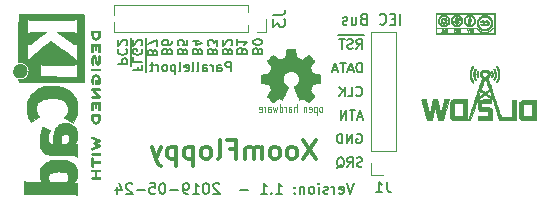
<source format=gbo>
G04 #@! TF.GenerationSoftware,KiCad,Pcbnew,(5.1.2-1)-1*
G04 #@! TF.CreationDate,2019-05-24T13:24:50+02:00*
G04 #@! TF.ProjectId,XoomFloppy,586f6f6d-466c-46f7-9070-792e6b696361,1.1*
G04 #@! TF.SameCoordinates,Original*
G04 #@! TF.FileFunction,Legend,Bot*
G04 #@! TF.FilePolarity,Positive*
%FSLAX46Y46*%
G04 Gerber Fmt 4.6, Leading zero omitted, Abs format (unit mm)*
G04 Created by KiCad (PCBNEW (5.1.2-1)-1) date 2019-05-24 13:24:50*
%MOMM*%
%LPD*%
G04 APERTURE LIST*
%ADD10C,0.150000*%
%ADD11C,0.375000*%
%ADD12C,0.010000*%
%ADD13C,0.002540*%
%ADD14C,0.075000*%
%ADD15C,0.120000*%
G04 APERTURE END LIST*
D10*
X116421000Y-74830952D02*
X116421000Y-74030952D01*
X115288095Y-74640476D02*
X116088095Y-74640476D01*
X116088095Y-74335714D01*
X116050000Y-74259523D01*
X116011904Y-74221428D01*
X115935714Y-74183333D01*
X115821428Y-74183333D01*
X115745238Y-74221428D01*
X115707142Y-74259523D01*
X115669047Y-74335714D01*
X115669047Y-74640476D01*
X116421000Y-74030952D02*
X116421000Y-73230952D01*
X115364285Y-73383333D02*
X115326190Y-73421428D01*
X115288095Y-73535714D01*
X115288095Y-73611904D01*
X115326190Y-73726190D01*
X115402380Y-73802380D01*
X115478571Y-73840476D01*
X115630952Y-73878571D01*
X115745238Y-73878571D01*
X115897619Y-73840476D01*
X115973809Y-73802380D01*
X116050000Y-73726190D01*
X116088095Y-73611904D01*
X116088095Y-73535714D01*
X116050000Y-73421428D01*
X116011904Y-73383333D01*
X116421000Y-73230952D02*
X116421000Y-72469047D01*
X116011904Y-73078571D02*
X116050000Y-73040476D01*
X116088095Y-72964285D01*
X116088095Y-72773809D01*
X116050000Y-72697619D01*
X116011904Y-72659523D01*
X115935714Y-72621428D01*
X115859523Y-72621428D01*
X115745238Y-72659523D01*
X115288095Y-73116666D01*
X115288095Y-72621428D01*
X117721000Y-75347619D02*
X117721000Y-74661904D01*
X117007142Y-74890476D02*
X117007142Y-75157142D01*
X116588095Y-75157142D02*
X117388095Y-75157142D01*
X117388095Y-74776190D01*
X117721000Y-74661904D02*
X117721000Y-74014285D01*
X116588095Y-74090476D02*
X116588095Y-74471428D01*
X117388095Y-74471428D01*
X117721000Y-74014285D02*
X117721000Y-73214285D01*
X117350000Y-73404761D02*
X117388095Y-73480952D01*
X117388095Y-73595238D01*
X117350000Y-73709523D01*
X117273809Y-73785714D01*
X117197619Y-73823809D01*
X117045238Y-73861904D01*
X116930952Y-73861904D01*
X116778571Y-73823809D01*
X116702380Y-73785714D01*
X116626190Y-73709523D01*
X116588095Y-73595238D01*
X116588095Y-73519047D01*
X116626190Y-73404761D01*
X116664285Y-73366666D01*
X116930952Y-73366666D01*
X116930952Y-73519047D01*
X117721000Y-73214285D02*
X117721000Y-72452380D01*
X117311904Y-73061904D02*
X117350000Y-73023809D01*
X117388095Y-72947619D01*
X117388095Y-72757142D01*
X117350000Y-72680952D01*
X117311904Y-72642857D01*
X117235714Y-72604761D01*
X117159523Y-72604761D01*
X117045238Y-72642857D01*
X116588095Y-73100000D01*
X116588095Y-72604761D01*
X120807142Y-73573809D02*
X120769047Y-73459523D01*
X120730952Y-73421428D01*
X120654761Y-73383333D01*
X120540476Y-73383333D01*
X120464285Y-73421428D01*
X120426190Y-73459523D01*
X120388095Y-73535714D01*
X120388095Y-73840476D01*
X121188095Y-73840476D01*
X121188095Y-73573809D01*
X121150000Y-73497619D01*
X121111904Y-73459523D01*
X121035714Y-73421428D01*
X120959523Y-73421428D01*
X120883333Y-73459523D01*
X120845238Y-73497619D01*
X120807142Y-73573809D01*
X120807142Y-73840476D01*
X121188095Y-72659523D02*
X121188095Y-73040476D01*
X120807142Y-73078571D01*
X120845238Y-73040476D01*
X120883333Y-72964285D01*
X120883333Y-72773809D01*
X120845238Y-72697619D01*
X120807142Y-72659523D01*
X120730952Y-72621428D01*
X120540476Y-72621428D01*
X120464285Y-72659523D01*
X120426190Y-72697619D01*
X120388095Y-72773809D01*
X120388095Y-72964285D01*
X120426190Y-73040476D01*
X120464285Y-73078571D01*
X123357142Y-73573809D02*
X123319047Y-73459523D01*
X123280952Y-73421428D01*
X123204761Y-73383333D01*
X123090476Y-73383333D01*
X123014285Y-73421428D01*
X122976190Y-73459523D01*
X122938095Y-73535714D01*
X122938095Y-73840476D01*
X123738095Y-73840476D01*
X123738095Y-73573809D01*
X123700000Y-73497619D01*
X123661904Y-73459523D01*
X123585714Y-73421428D01*
X123509523Y-73421428D01*
X123433333Y-73459523D01*
X123395238Y-73497619D01*
X123357142Y-73573809D01*
X123357142Y-73840476D01*
X123738095Y-73116666D02*
X123738095Y-72621428D01*
X123433333Y-72888095D01*
X123433333Y-72773809D01*
X123395238Y-72697619D01*
X123357142Y-72659523D01*
X123280952Y-72621428D01*
X123090476Y-72621428D01*
X123014285Y-72659523D01*
X122976190Y-72697619D01*
X122938095Y-72773809D01*
X122938095Y-73002380D01*
X122976190Y-73078571D01*
X123014285Y-73116666D01*
X136000119Y-83323809D02*
X135885833Y-83361904D01*
X135695357Y-83361904D01*
X135619166Y-83323809D01*
X135581071Y-83285714D01*
X135542976Y-83209523D01*
X135542976Y-83133333D01*
X135581071Y-83057142D01*
X135619166Y-83019047D01*
X135695357Y-82980952D01*
X135847738Y-82942857D01*
X135923928Y-82904761D01*
X135962023Y-82866666D01*
X136000119Y-82790476D01*
X136000119Y-82714285D01*
X135962023Y-82638095D01*
X135923928Y-82600000D01*
X135847738Y-82561904D01*
X135657261Y-82561904D01*
X135542976Y-82600000D01*
X134742976Y-83361904D02*
X135009642Y-82980952D01*
X135200119Y-83361904D02*
X135200119Y-82561904D01*
X134895357Y-82561904D01*
X134819166Y-82600000D01*
X134781071Y-82638095D01*
X134742976Y-82714285D01*
X134742976Y-82828571D01*
X134781071Y-82904761D01*
X134819166Y-82942857D01*
X134895357Y-82980952D01*
X135200119Y-82980952D01*
X133866785Y-83438095D02*
X133942976Y-83400000D01*
X134019166Y-83323809D01*
X134133452Y-83209523D01*
X134209642Y-83171428D01*
X134285833Y-83171428D01*
X134247738Y-83361904D02*
X134323928Y-83323809D01*
X134400119Y-83247619D01*
X134438214Y-83095238D01*
X134438214Y-82828571D01*
X134400119Y-82676190D01*
X134323928Y-82600000D01*
X134247738Y-82561904D01*
X134095357Y-82561904D01*
X134019166Y-82600000D01*
X133942976Y-82676190D01*
X133904880Y-82828571D01*
X133904880Y-83095238D01*
X133942976Y-83247619D01*
X134019166Y-83323809D01*
X134095357Y-83361904D01*
X134247738Y-83361904D01*
X124852380Y-75261904D02*
X124852380Y-74461904D01*
X124547619Y-74461904D01*
X124471428Y-74500000D01*
X124433333Y-74538095D01*
X124395238Y-74614285D01*
X124395238Y-74728571D01*
X124433333Y-74804761D01*
X124471428Y-74842857D01*
X124547619Y-74880952D01*
X124852380Y-74880952D01*
X123709523Y-75261904D02*
X123709523Y-74842857D01*
X123747619Y-74766666D01*
X123823809Y-74728571D01*
X123976190Y-74728571D01*
X124052380Y-74766666D01*
X123709523Y-75223809D02*
X123785714Y-75261904D01*
X123976190Y-75261904D01*
X124052380Y-75223809D01*
X124090476Y-75147619D01*
X124090476Y-75071428D01*
X124052380Y-74995238D01*
X123976190Y-74957142D01*
X123785714Y-74957142D01*
X123709523Y-74919047D01*
X123328571Y-75261904D02*
X123328571Y-74728571D01*
X123328571Y-74880952D02*
X123290476Y-74804761D01*
X123252380Y-74766666D01*
X123176190Y-74728571D01*
X123100000Y-74728571D01*
X122490476Y-75261904D02*
X122490476Y-74842857D01*
X122528571Y-74766666D01*
X122604761Y-74728571D01*
X122757142Y-74728571D01*
X122833333Y-74766666D01*
X122490476Y-75223809D02*
X122566666Y-75261904D01*
X122757142Y-75261904D01*
X122833333Y-75223809D01*
X122871428Y-75147619D01*
X122871428Y-75071428D01*
X122833333Y-74995238D01*
X122757142Y-74957142D01*
X122566666Y-74957142D01*
X122490476Y-74919047D01*
X121995238Y-75261904D02*
X122071428Y-75223809D01*
X122109523Y-75147619D01*
X122109523Y-74461904D01*
X121576190Y-75261904D02*
X121652380Y-75223809D01*
X121690476Y-75147619D01*
X121690476Y-74461904D01*
X120966666Y-75223809D02*
X121042857Y-75261904D01*
X121195238Y-75261904D01*
X121271428Y-75223809D01*
X121309523Y-75147619D01*
X121309523Y-74842857D01*
X121271428Y-74766666D01*
X121195238Y-74728571D01*
X121042857Y-74728571D01*
X120966666Y-74766666D01*
X120928571Y-74842857D01*
X120928571Y-74919047D01*
X121309523Y-74995238D01*
X120471428Y-75261904D02*
X120547619Y-75223809D01*
X120585714Y-75147619D01*
X120585714Y-74461904D01*
X120166666Y-74728571D02*
X120166666Y-75528571D01*
X120166666Y-74766666D02*
X120090476Y-74728571D01*
X119938095Y-74728571D01*
X119861904Y-74766666D01*
X119823809Y-74804761D01*
X119785714Y-74880952D01*
X119785714Y-75109523D01*
X119823809Y-75185714D01*
X119861904Y-75223809D01*
X119938095Y-75261904D01*
X120090476Y-75261904D01*
X120166666Y-75223809D01*
X119328571Y-75261904D02*
X119404761Y-75223809D01*
X119442857Y-75185714D01*
X119480952Y-75109523D01*
X119480952Y-74880952D01*
X119442857Y-74804761D01*
X119404761Y-74766666D01*
X119328571Y-74728571D01*
X119214285Y-74728571D01*
X119138095Y-74766666D01*
X119100000Y-74804761D01*
X119061904Y-74880952D01*
X119061904Y-75109523D01*
X119100000Y-75185714D01*
X119138095Y-75223809D01*
X119214285Y-75261904D01*
X119328571Y-75261904D01*
X118719047Y-75261904D02*
X118719047Y-74728571D01*
X118719047Y-74880952D02*
X118680952Y-74804761D01*
X118642857Y-74766666D01*
X118566666Y-74728571D01*
X118490476Y-74728571D01*
X118338095Y-74728571D02*
X118033333Y-74728571D01*
X118223809Y-74461904D02*
X118223809Y-75147619D01*
X118185714Y-75223809D01*
X118109523Y-75261904D01*
X118033333Y-75261904D01*
X127157142Y-73523809D02*
X127119047Y-73409523D01*
X127080952Y-73371428D01*
X127004761Y-73333333D01*
X126890476Y-73333333D01*
X126814285Y-73371428D01*
X126776190Y-73409523D01*
X126738095Y-73485714D01*
X126738095Y-73790476D01*
X127538095Y-73790476D01*
X127538095Y-73523809D01*
X127500000Y-73447619D01*
X127461904Y-73409523D01*
X127385714Y-73371428D01*
X127309523Y-73371428D01*
X127233333Y-73409523D01*
X127195238Y-73447619D01*
X127157142Y-73523809D01*
X127157142Y-73790476D01*
X127538095Y-72838095D02*
X127538095Y-72761904D01*
X127500000Y-72685714D01*
X127461904Y-72647619D01*
X127385714Y-72609523D01*
X127233333Y-72571428D01*
X127042857Y-72571428D01*
X126890476Y-72609523D01*
X126814285Y-72647619D01*
X126776190Y-72685714D01*
X126738095Y-72761904D01*
X126738095Y-72838095D01*
X126776190Y-72914285D01*
X126814285Y-72952380D01*
X126890476Y-72990476D01*
X127042857Y-73028571D01*
X127233333Y-73028571D01*
X127385714Y-72990476D01*
X127461904Y-72952380D01*
X127500000Y-72914285D01*
X127538095Y-72838095D01*
X125857142Y-73523809D02*
X125819047Y-73409523D01*
X125780952Y-73371428D01*
X125704761Y-73333333D01*
X125590476Y-73333333D01*
X125514285Y-73371428D01*
X125476190Y-73409523D01*
X125438095Y-73485714D01*
X125438095Y-73790476D01*
X126238095Y-73790476D01*
X126238095Y-73523809D01*
X126200000Y-73447619D01*
X126161904Y-73409523D01*
X126085714Y-73371428D01*
X126009523Y-73371428D01*
X125933333Y-73409523D01*
X125895238Y-73447619D01*
X125857142Y-73523809D01*
X125857142Y-73790476D01*
X125438095Y-72571428D02*
X125438095Y-73028571D01*
X125438095Y-72800000D02*
X126238095Y-72800000D01*
X126123809Y-72876190D01*
X126047619Y-72952380D01*
X126009523Y-73028571D01*
X124607142Y-73573809D02*
X124569047Y-73459523D01*
X124530952Y-73421428D01*
X124454761Y-73383333D01*
X124340476Y-73383333D01*
X124264285Y-73421428D01*
X124226190Y-73459523D01*
X124188095Y-73535714D01*
X124188095Y-73840476D01*
X124988095Y-73840476D01*
X124988095Y-73573809D01*
X124950000Y-73497619D01*
X124911904Y-73459523D01*
X124835714Y-73421428D01*
X124759523Y-73421428D01*
X124683333Y-73459523D01*
X124645238Y-73497619D01*
X124607142Y-73573809D01*
X124607142Y-73840476D01*
X124911904Y-73078571D02*
X124950000Y-73040476D01*
X124988095Y-72964285D01*
X124988095Y-72773809D01*
X124950000Y-72697619D01*
X124911904Y-72659523D01*
X124835714Y-72621428D01*
X124759523Y-72621428D01*
X124645238Y-72659523D01*
X124188095Y-73116666D01*
X124188095Y-72621428D01*
X122057142Y-73573809D02*
X122019047Y-73459523D01*
X121980952Y-73421428D01*
X121904761Y-73383333D01*
X121790476Y-73383333D01*
X121714285Y-73421428D01*
X121676190Y-73459523D01*
X121638095Y-73535714D01*
X121638095Y-73840476D01*
X122438095Y-73840476D01*
X122438095Y-73573809D01*
X122400000Y-73497619D01*
X122361904Y-73459523D01*
X122285714Y-73421428D01*
X122209523Y-73421428D01*
X122133333Y-73459523D01*
X122095238Y-73497619D01*
X122057142Y-73573809D01*
X122057142Y-73840476D01*
X122171428Y-72697619D02*
X121638095Y-72697619D01*
X122476190Y-72888095D02*
X121904761Y-73078571D01*
X121904761Y-72583333D01*
X119507142Y-73573809D02*
X119469047Y-73459523D01*
X119430952Y-73421428D01*
X119354761Y-73383333D01*
X119240476Y-73383333D01*
X119164285Y-73421428D01*
X119126190Y-73459523D01*
X119088095Y-73535714D01*
X119088095Y-73840476D01*
X119888095Y-73840476D01*
X119888095Y-73573809D01*
X119850000Y-73497619D01*
X119811904Y-73459523D01*
X119735714Y-73421428D01*
X119659523Y-73421428D01*
X119583333Y-73459523D01*
X119545238Y-73497619D01*
X119507142Y-73573809D01*
X119507142Y-73840476D01*
X119888095Y-72697619D02*
X119888095Y-72850000D01*
X119850000Y-72926190D01*
X119811904Y-72964285D01*
X119697619Y-73040476D01*
X119545238Y-73078571D01*
X119240476Y-73078571D01*
X119164285Y-73040476D01*
X119126190Y-73002380D01*
X119088095Y-72926190D01*
X119088095Y-72773809D01*
X119126190Y-72697619D01*
X119164285Y-72659523D01*
X119240476Y-72621428D01*
X119430952Y-72621428D01*
X119507142Y-72659523D01*
X119545238Y-72697619D01*
X119583333Y-72773809D01*
X119583333Y-72926190D01*
X119545238Y-73002380D01*
X119507142Y-73040476D01*
X119430952Y-73078571D01*
X118257142Y-73623809D02*
X118219047Y-73509523D01*
X118180952Y-73471428D01*
X118104761Y-73433333D01*
X117990476Y-73433333D01*
X117914285Y-73471428D01*
X117876190Y-73509523D01*
X117838095Y-73585714D01*
X117838095Y-73890476D01*
X118638095Y-73890476D01*
X118638095Y-73623809D01*
X118600000Y-73547619D01*
X118561904Y-73509523D01*
X118485714Y-73471428D01*
X118409523Y-73471428D01*
X118333333Y-73509523D01*
X118295238Y-73547619D01*
X118257142Y-73623809D01*
X118257142Y-73890476D01*
X118638095Y-73166666D02*
X118638095Y-72633333D01*
X117838095Y-72976190D01*
X135285485Y-84749542D02*
X134985485Y-85649542D01*
X134685485Y-84749542D01*
X134042628Y-85606685D02*
X134128342Y-85649542D01*
X134299771Y-85649542D01*
X134385485Y-85606685D01*
X134428342Y-85520971D01*
X134428342Y-85178114D01*
X134385485Y-85092400D01*
X134299771Y-85049542D01*
X134128342Y-85049542D01*
X134042628Y-85092400D01*
X133999771Y-85178114D01*
X133999771Y-85263828D01*
X134428342Y-85349542D01*
X133614057Y-85649542D02*
X133614057Y-85049542D01*
X133614057Y-85220971D02*
X133571200Y-85135257D01*
X133528342Y-85092400D01*
X133442628Y-85049542D01*
X133356914Y-85049542D01*
X133099771Y-85606685D02*
X133014057Y-85649542D01*
X132842628Y-85649542D01*
X132756914Y-85606685D01*
X132714057Y-85520971D01*
X132714057Y-85478114D01*
X132756914Y-85392400D01*
X132842628Y-85349542D01*
X132971200Y-85349542D01*
X133056914Y-85306685D01*
X133099771Y-85220971D01*
X133099771Y-85178114D01*
X133056914Y-85092400D01*
X132971200Y-85049542D01*
X132842628Y-85049542D01*
X132756914Y-85092400D01*
X132328342Y-85649542D02*
X132328342Y-85049542D01*
X132328342Y-84749542D02*
X132371200Y-84792400D01*
X132328342Y-84835257D01*
X132285485Y-84792400D01*
X132328342Y-84749542D01*
X132328342Y-84835257D01*
X131771200Y-85649542D02*
X131856914Y-85606685D01*
X131899771Y-85563828D01*
X131942628Y-85478114D01*
X131942628Y-85220971D01*
X131899771Y-85135257D01*
X131856914Y-85092400D01*
X131771200Y-85049542D01*
X131642628Y-85049542D01*
X131556914Y-85092400D01*
X131514057Y-85135257D01*
X131471200Y-85220971D01*
X131471200Y-85478114D01*
X131514057Y-85563828D01*
X131556914Y-85606685D01*
X131642628Y-85649542D01*
X131771200Y-85649542D01*
X131085485Y-85049542D02*
X131085485Y-85649542D01*
X131085485Y-85135257D02*
X131042628Y-85092400D01*
X130956914Y-85049542D01*
X130828342Y-85049542D01*
X130742628Y-85092400D01*
X130699771Y-85178114D01*
X130699771Y-85649542D01*
X130271200Y-85563828D02*
X130228342Y-85606685D01*
X130271200Y-85649542D01*
X130314057Y-85606685D01*
X130271200Y-85563828D01*
X130271200Y-85649542D01*
X130271200Y-85092400D02*
X130228342Y-85135257D01*
X130271200Y-85178114D01*
X130314057Y-85135257D01*
X130271200Y-85092400D01*
X130271200Y-85178114D01*
X128685485Y-85649542D02*
X129199771Y-85649542D01*
X128942628Y-85649542D02*
X128942628Y-84749542D01*
X129028342Y-84878114D01*
X129114057Y-84963828D01*
X129199771Y-85006685D01*
X128299771Y-85563828D02*
X128256914Y-85606685D01*
X128299771Y-85649542D01*
X128342628Y-85606685D01*
X128299771Y-85563828D01*
X128299771Y-85649542D01*
X127399771Y-85649542D02*
X127914057Y-85649542D01*
X127656914Y-85649542D02*
X127656914Y-84749542D01*
X127742628Y-84878114D01*
X127828342Y-84963828D01*
X127914057Y-85006685D01*
X126328342Y-85306685D02*
X125642628Y-85306685D01*
X123885485Y-84835257D02*
X123842628Y-84792400D01*
X123756914Y-84749542D01*
X123542628Y-84749542D01*
X123456914Y-84792400D01*
X123414057Y-84835257D01*
X123371200Y-84920971D01*
X123371200Y-85006685D01*
X123414057Y-85135257D01*
X123928342Y-85649542D01*
X123371200Y-85649542D01*
X122814057Y-84749542D02*
X122728342Y-84749542D01*
X122642628Y-84792400D01*
X122599771Y-84835257D01*
X122556914Y-84920971D01*
X122514057Y-85092400D01*
X122514057Y-85306685D01*
X122556914Y-85478114D01*
X122599771Y-85563828D01*
X122642628Y-85606685D01*
X122728342Y-85649542D01*
X122814057Y-85649542D01*
X122899771Y-85606685D01*
X122942628Y-85563828D01*
X122985485Y-85478114D01*
X123028342Y-85306685D01*
X123028342Y-85092400D01*
X122985485Y-84920971D01*
X122942628Y-84835257D01*
X122899771Y-84792400D01*
X122814057Y-84749542D01*
X121656914Y-85649542D02*
X122171200Y-85649542D01*
X121914057Y-85649542D02*
X121914057Y-84749542D01*
X121999771Y-84878114D01*
X122085485Y-84963828D01*
X122171200Y-85006685D01*
X121228342Y-85649542D02*
X121056914Y-85649542D01*
X120971200Y-85606685D01*
X120928342Y-85563828D01*
X120842628Y-85435257D01*
X120799771Y-85263828D01*
X120799771Y-84920971D01*
X120842628Y-84835257D01*
X120885485Y-84792400D01*
X120971200Y-84749542D01*
X121142628Y-84749542D01*
X121228342Y-84792400D01*
X121271200Y-84835257D01*
X121314057Y-84920971D01*
X121314057Y-85135257D01*
X121271200Y-85220971D01*
X121228342Y-85263828D01*
X121142628Y-85306685D01*
X120971200Y-85306685D01*
X120885485Y-85263828D01*
X120842628Y-85220971D01*
X120799771Y-85135257D01*
X120414057Y-85306685D02*
X119728342Y-85306685D01*
X119128342Y-84749542D02*
X119042628Y-84749542D01*
X118956914Y-84792400D01*
X118914057Y-84835257D01*
X118871200Y-84920971D01*
X118828342Y-85092400D01*
X118828342Y-85306685D01*
X118871200Y-85478114D01*
X118914057Y-85563828D01*
X118956914Y-85606685D01*
X119042628Y-85649542D01*
X119128342Y-85649542D01*
X119214057Y-85606685D01*
X119256914Y-85563828D01*
X119299771Y-85478114D01*
X119342628Y-85306685D01*
X119342628Y-85092400D01*
X119299771Y-84920971D01*
X119256914Y-84835257D01*
X119214057Y-84792400D01*
X119128342Y-84749542D01*
X118014057Y-84749542D02*
X118442628Y-84749542D01*
X118485485Y-85178114D01*
X118442628Y-85135257D01*
X118356914Y-85092400D01*
X118142628Y-85092400D01*
X118056914Y-85135257D01*
X118014057Y-85178114D01*
X117971200Y-85263828D01*
X117971200Y-85478114D01*
X118014057Y-85563828D01*
X118056914Y-85606685D01*
X118142628Y-85649542D01*
X118356914Y-85649542D01*
X118442628Y-85606685D01*
X118485485Y-85563828D01*
X117585485Y-85306685D02*
X116899771Y-85306685D01*
X116514057Y-84835257D02*
X116471200Y-84792400D01*
X116385485Y-84749542D01*
X116171200Y-84749542D01*
X116085485Y-84792400D01*
X116042628Y-84835257D01*
X115999771Y-84920971D01*
X115999771Y-85006685D01*
X116042628Y-85135257D01*
X116556914Y-85649542D01*
X115999771Y-85649542D01*
X115228342Y-85049542D02*
X115228342Y-85649542D01*
X115442628Y-84706685D02*
X115656914Y-85349542D01*
X115099771Y-85349542D01*
D11*
X132053733Y-81115009D02*
X130987066Y-82715009D01*
X130987066Y-81115009D02*
X132053733Y-82715009D01*
X130148971Y-82715009D02*
X130301352Y-82638819D01*
X130377542Y-82562628D01*
X130453733Y-82410247D01*
X130453733Y-81953104D01*
X130377542Y-81800723D01*
X130301352Y-81724533D01*
X130148971Y-81648342D01*
X129920400Y-81648342D01*
X129768019Y-81724533D01*
X129691828Y-81800723D01*
X129615638Y-81953104D01*
X129615638Y-82410247D01*
X129691828Y-82562628D01*
X129768019Y-82638819D01*
X129920400Y-82715009D01*
X130148971Y-82715009D01*
X128701352Y-82715009D02*
X128853733Y-82638819D01*
X128929923Y-82562628D01*
X129006114Y-82410247D01*
X129006114Y-81953104D01*
X128929923Y-81800723D01*
X128853733Y-81724533D01*
X128701352Y-81648342D01*
X128472780Y-81648342D01*
X128320400Y-81724533D01*
X128244209Y-81800723D01*
X128168019Y-81953104D01*
X128168019Y-82410247D01*
X128244209Y-82562628D01*
X128320400Y-82638819D01*
X128472780Y-82715009D01*
X128701352Y-82715009D01*
X127482304Y-82715009D02*
X127482304Y-81648342D01*
X127482304Y-81800723D02*
X127406114Y-81724533D01*
X127253733Y-81648342D01*
X127025161Y-81648342D01*
X126872780Y-81724533D01*
X126796590Y-81876914D01*
X126796590Y-82715009D01*
X126796590Y-81876914D02*
X126720400Y-81724533D01*
X126568019Y-81648342D01*
X126339447Y-81648342D01*
X126187066Y-81724533D01*
X126110876Y-81876914D01*
X126110876Y-82715009D01*
X124815638Y-81876914D02*
X125348971Y-81876914D01*
X125348971Y-82715009D02*
X125348971Y-81115009D01*
X124587066Y-81115009D01*
X123748971Y-82715009D02*
X123901352Y-82638819D01*
X123977542Y-82486438D01*
X123977542Y-81115009D01*
X122910876Y-82715009D02*
X123063257Y-82638819D01*
X123139447Y-82562628D01*
X123215638Y-82410247D01*
X123215638Y-81953104D01*
X123139447Y-81800723D01*
X123063257Y-81724533D01*
X122910876Y-81648342D01*
X122682304Y-81648342D01*
X122529923Y-81724533D01*
X122453733Y-81800723D01*
X122377542Y-81953104D01*
X122377542Y-82410247D01*
X122453733Y-82562628D01*
X122529923Y-82638819D01*
X122682304Y-82715009D01*
X122910876Y-82715009D01*
X121691828Y-81648342D02*
X121691828Y-83248342D01*
X121691828Y-81724533D02*
X121539447Y-81648342D01*
X121234685Y-81648342D01*
X121082304Y-81724533D01*
X121006114Y-81800723D01*
X120929923Y-81953104D01*
X120929923Y-82410247D01*
X121006114Y-82562628D01*
X121082304Y-82638819D01*
X121234685Y-82715009D01*
X121539447Y-82715009D01*
X121691828Y-82638819D01*
X120244209Y-81648342D02*
X120244209Y-83248342D01*
X120244209Y-81724533D02*
X120091828Y-81648342D01*
X119787066Y-81648342D01*
X119634685Y-81724533D01*
X119558495Y-81800723D01*
X119482304Y-81953104D01*
X119482304Y-82410247D01*
X119558495Y-82562628D01*
X119634685Y-82638819D01*
X119787066Y-82715009D01*
X120091828Y-82715009D01*
X120244209Y-82638819D01*
X118948971Y-81648342D02*
X118568019Y-82715009D01*
X118187066Y-81648342D02*
X118568019Y-82715009D01*
X118720400Y-83095961D01*
X118796590Y-83172152D01*
X118948971Y-83248342D01*
D10*
X139221428Y-71307142D02*
X139221428Y-70407142D01*
X138792857Y-70835714D02*
X138492857Y-70835714D01*
X138364285Y-71307142D02*
X138792857Y-71307142D01*
X138792857Y-70407142D01*
X138364285Y-70407142D01*
X137464285Y-71221428D02*
X137507142Y-71264285D01*
X137635714Y-71307142D01*
X137721428Y-71307142D01*
X137850000Y-71264285D01*
X137935714Y-71178571D01*
X137978571Y-71092857D01*
X138021428Y-70921428D01*
X138021428Y-70792857D01*
X137978571Y-70621428D01*
X137935714Y-70535714D01*
X137850000Y-70450000D01*
X137721428Y-70407142D01*
X137635714Y-70407142D01*
X137507142Y-70450000D01*
X137464285Y-70492857D01*
X136092857Y-70835714D02*
X135964285Y-70878571D01*
X135921428Y-70921428D01*
X135878571Y-71007142D01*
X135878571Y-71135714D01*
X135921428Y-71221428D01*
X135964285Y-71264285D01*
X136050000Y-71307142D01*
X136392857Y-71307142D01*
X136392857Y-70407142D01*
X136092857Y-70407142D01*
X136007142Y-70450000D01*
X135964285Y-70492857D01*
X135921428Y-70578571D01*
X135921428Y-70664285D01*
X135964285Y-70750000D01*
X136007142Y-70792857D01*
X136092857Y-70835714D01*
X136392857Y-70835714D01*
X135107142Y-70707142D02*
X135107142Y-71307142D01*
X135492857Y-70707142D02*
X135492857Y-71178571D01*
X135450000Y-71264285D01*
X135364285Y-71307142D01*
X135235714Y-71307142D01*
X135150000Y-71264285D01*
X135107142Y-71221428D01*
X134721428Y-71264285D02*
X134635714Y-71307142D01*
X134464285Y-71307142D01*
X134378571Y-71264285D01*
X134335714Y-71178571D01*
X134335714Y-71135714D01*
X134378571Y-71050000D01*
X134464285Y-71007142D01*
X134592857Y-71007142D01*
X134678571Y-70964285D01*
X134721428Y-70878571D01*
X134721428Y-70835714D01*
X134678571Y-70750000D01*
X134592857Y-70707142D01*
X134464285Y-70707142D01*
X134378571Y-70750000D01*
X136152500Y-72229000D02*
X135352500Y-72229000D01*
X135504880Y-73361904D02*
X135771547Y-72980952D01*
X135962023Y-73361904D02*
X135962023Y-72561904D01*
X135657261Y-72561904D01*
X135581071Y-72600000D01*
X135542976Y-72638095D01*
X135504880Y-72714285D01*
X135504880Y-72828571D01*
X135542976Y-72904761D01*
X135581071Y-72942857D01*
X135657261Y-72980952D01*
X135962023Y-72980952D01*
X135352500Y-72229000D02*
X134590595Y-72229000D01*
X135200119Y-73323809D02*
X135085833Y-73361904D01*
X134895357Y-73361904D01*
X134819166Y-73323809D01*
X134781071Y-73285714D01*
X134742976Y-73209523D01*
X134742976Y-73133333D01*
X134781071Y-73057142D01*
X134819166Y-73019047D01*
X134895357Y-72980952D01*
X135047738Y-72942857D01*
X135123928Y-72904761D01*
X135162023Y-72866666D01*
X135200119Y-72790476D01*
X135200119Y-72714285D01*
X135162023Y-72638095D01*
X135123928Y-72600000D01*
X135047738Y-72561904D01*
X134857261Y-72561904D01*
X134742976Y-72600000D01*
X134590595Y-72229000D02*
X133981071Y-72229000D01*
X134514404Y-72561904D02*
X134057261Y-72561904D01*
X134285833Y-73361904D02*
X134285833Y-72561904D01*
X135962023Y-75361904D02*
X135962023Y-74561904D01*
X135771547Y-74561904D01*
X135657261Y-74600000D01*
X135581071Y-74676190D01*
X135542976Y-74752380D01*
X135504880Y-74904761D01*
X135504880Y-75019047D01*
X135542976Y-75171428D01*
X135581071Y-75247619D01*
X135657261Y-75323809D01*
X135771547Y-75361904D01*
X135962023Y-75361904D01*
X135200119Y-75133333D02*
X134819166Y-75133333D01*
X135276309Y-75361904D02*
X135009642Y-74561904D01*
X134742976Y-75361904D01*
X134590595Y-74561904D02*
X134133452Y-74561904D01*
X134362023Y-75361904D02*
X134362023Y-74561904D01*
X133904880Y-75133333D02*
X133523928Y-75133333D01*
X133981071Y-75361904D02*
X133714404Y-74561904D01*
X133447738Y-75361904D01*
X135504880Y-77285714D02*
X135542976Y-77323809D01*
X135657261Y-77361904D01*
X135733452Y-77361904D01*
X135847738Y-77323809D01*
X135923928Y-77247619D01*
X135962023Y-77171428D01*
X136000119Y-77019047D01*
X136000119Y-76904761D01*
X135962023Y-76752380D01*
X135923928Y-76676190D01*
X135847738Y-76600000D01*
X135733452Y-76561904D01*
X135657261Y-76561904D01*
X135542976Y-76600000D01*
X135504880Y-76638095D01*
X134781071Y-77361904D02*
X135162023Y-77361904D01*
X135162023Y-76561904D01*
X134514404Y-77361904D02*
X134514404Y-76561904D01*
X134057261Y-77361904D02*
X134400119Y-76904761D01*
X134057261Y-76561904D02*
X134514404Y-77019047D01*
X136000119Y-79133333D02*
X135619166Y-79133333D01*
X136076309Y-79361904D02*
X135809642Y-78561904D01*
X135542976Y-79361904D01*
X135390595Y-78561904D02*
X134933452Y-78561904D01*
X135162023Y-79361904D02*
X135162023Y-78561904D01*
X134666785Y-79361904D02*
X134666785Y-78561904D01*
X134209642Y-79361904D01*
X134209642Y-78561904D01*
X135542976Y-80600000D02*
X135619166Y-80561904D01*
X135733452Y-80561904D01*
X135847738Y-80600000D01*
X135923928Y-80676190D01*
X135962023Y-80752380D01*
X136000119Y-80904761D01*
X136000119Y-81019047D01*
X135962023Y-81171428D01*
X135923928Y-81247619D01*
X135847738Y-81323809D01*
X135733452Y-81361904D01*
X135657261Y-81361904D01*
X135542976Y-81323809D01*
X135504880Y-81285714D01*
X135504880Y-81019047D01*
X135657261Y-81019047D01*
X135162023Y-81361904D02*
X135162023Y-80561904D01*
X134704880Y-81361904D01*
X134704880Y-80561904D01*
X134323928Y-81361904D02*
X134323928Y-80561904D01*
X134133452Y-80561904D01*
X134019166Y-80600000D01*
X133942976Y-80676190D01*
X133904880Y-80752380D01*
X133866785Y-80904761D01*
X133866785Y-81019047D01*
X133904880Y-81171428D01*
X133942976Y-81247619D01*
X134019166Y-81323809D01*
X134133452Y-81361904D01*
X134323928Y-81361904D01*
D12*
G36*
X149969116Y-77677064D02*
G01*
X149843809Y-77677678D01*
X149743405Y-77678849D01*
X149664736Y-77680701D01*
X149604634Y-77683356D01*
X149559930Y-77686936D01*
X149527455Y-77691564D01*
X149504042Y-77697360D01*
X149493744Y-77701147D01*
X149410074Y-77752225D01*
X149341802Y-77826539D01*
X149317077Y-77867624D01*
X149309619Y-77883757D01*
X149303518Y-77902416D01*
X149298642Y-77926714D01*
X149294857Y-77959761D01*
X149292030Y-78004667D01*
X149290027Y-78064544D01*
X149288715Y-78142503D01*
X149287960Y-78241654D01*
X149287630Y-78365109D01*
X149287590Y-78515978D01*
X149287609Y-78554955D01*
X149287788Y-78713157D01*
X149288224Y-78843243D01*
X149289048Y-78948341D01*
X149290392Y-79031575D01*
X149292386Y-79096074D01*
X149295162Y-79144963D01*
X149298851Y-79181369D01*
X149303584Y-79208418D01*
X149309493Y-79229237D01*
X149316645Y-79246813D01*
X149354474Y-79311416D01*
X149403555Y-79356225D01*
X149463073Y-79386808D01*
X149482555Y-79393174D01*
X149509554Y-79398345D01*
X149547174Y-79402437D01*
X149598518Y-79405566D01*
X149666690Y-79407847D01*
X149754794Y-79409397D01*
X149865933Y-79410332D01*
X150003211Y-79410766D01*
X150106874Y-79410835D01*
X150693169Y-79410835D01*
X150693169Y-78004931D01*
X150349504Y-78004931D01*
X150349504Y-79082791D01*
X149630931Y-79082791D01*
X149630931Y-78004931D01*
X150349504Y-78004931D01*
X150693169Y-78004931D01*
X150693169Y-77676887D01*
X150122496Y-77676887D01*
X149969116Y-77677064D01*
X149969116Y-77677064D01*
G37*
X149969116Y-77677064D02*
X149843809Y-77677678D01*
X149743405Y-77678849D01*
X149664736Y-77680701D01*
X149604634Y-77683356D01*
X149559930Y-77686936D01*
X149527455Y-77691564D01*
X149504042Y-77697360D01*
X149493744Y-77701147D01*
X149410074Y-77752225D01*
X149341802Y-77826539D01*
X149317077Y-77867624D01*
X149309619Y-77883757D01*
X149303518Y-77902416D01*
X149298642Y-77926714D01*
X149294857Y-77959761D01*
X149292030Y-78004667D01*
X149290027Y-78064544D01*
X149288715Y-78142503D01*
X149287960Y-78241654D01*
X149287630Y-78365109D01*
X149287590Y-78515978D01*
X149287609Y-78554955D01*
X149287788Y-78713157D01*
X149288224Y-78843243D01*
X149289048Y-78948341D01*
X149290392Y-79031575D01*
X149292386Y-79096074D01*
X149295162Y-79144963D01*
X149298851Y-79181369D01*
X149303584Y-79208418D01*
X149309493Y-79229237D01*
X149316645Y-79246813D01*
X149354474Y-79311416D01*
X149403555Y-79356225D01*
X149463073Y-79386808D01*
X149482555Y-79393174D01*
X149509554Y-79398345D01*
X149547174Y-79402437D01*
X149598518Y-79405566D01*
X149666690Y-79407847D01*
X149754794Y-79409397D01*
X149865933Y-79410332D01*
X150003211Y-79410766D01*
X150106874Y-79410835D01*
X150693169Y-79410835D01*
X150693169Y-78004931D01*
X150349504Y-78004931D01*
X150349504Y-79082791D01*
X149630931Y-79082791D01*
X149630931Y-78004931D01*
X150349504Y-78004931D01*
X150693169Y-78004931D01*
X150693169Y-77676887D01*
X150122496Y-77676887D01*
X149969116Y-77677064D01*
G36*
X148654609Y-77684698D02*
G01*
X148650544Y-78391555D01*
X148646480Y-79098412D01*
X147865740Y-79098412D01*
X147865740Y-79410835D01*
X149006085Y-79410835D01*
X149006085Y-77675864D01*
X148654609Y-77684698D01*
X148654609Y-77684698D01*
G37*
X148654609Y-77684698D02*
X148650544Y-78391555D01*
X148646480Y-79098412D01*
X147865740Y-79098412D01*
X147865740Y-79410835D01*
X149006085Y-79410835D01*
X149006085Y-77675864D01*
X148654609Y-77684698D01*
G36*
X146268927Y-75139718D02*
G01*
X146214304Y-75150509D01*
X146168030Y-75168809D01*
X146143219Y-75182367D01*
X146052818Y-75251166D01*
X145989598Y-75335259D01*
X145954025Y-75433750D01*
X145946565Y-75545742D01*
X145947494Y-75559016D01*
X145970763Y-75656427D01*
X146022738Y-75743113D01*
X146102057Y-75816832D01*
X146105552Y-75819319D01*
X146171409Y-75865739D01*
X146106049Y-76001971D01*
X146094781Y-76029788D01*
X146074677Y-76084231D01*
X146046514Y-76162998D01*
X146011069Y-76263786D01*
X145969119Y-76384295D01*
X145921442Y-76522222D01*
X145868815Y-76675265D01*
X145812014Y-76841123D01*
X145751818Y-77017494D01*
X145689002Y-77202075D01*
X145624346Y-77392566D01*
X145558625Y-77586663D01*
X145492617Y-77782067D01*
X145427099Y-77976473D01*
X145362849Y-78167582D01*
X145300643Y-78353090D01*
X145241259Y-78530696D01*
X145185474Y-78698099D01*
X145134065Y-78852996D01*
X145087809Y-78993085D01*
X145047484Y-79116065D01*
X145013866Y-79219634D01*
X144987734Y-79301490D01*
X144969864Y-79359331D01*
X144961033Y-79390855D01*
X144960205Y-79395617D01*
X144975109Y-79404759D01*
X145017781Y-79408466D01*
X145062318Y-79407644D01*
X145164432Y-79403025D01*
X145435971Y-78586027D01*
X145487233Y-78432453D01*
X145536081Y-78287387D01*
X145581546Y-78153618D01*
X145622660Y-78033934D01*
X145658456Y-77931124D01*
X145687965Y-77847976D01*
X145710221Y-77787278D01*
X145724254Y-77751820D01*
X145728292Y-77743858D01*
X145745359Y-77728176D01*
X145783799Y-77695733D01*
X145840438Y-77649088D01*
X145912100Y-77590805D01*
X145995610Y-77523445D01*
X146087792Y-77449570D01*
X146185471Y-77371743D01*
X146285472Y-77292524D01*
X146377211Y-77220290D01*
X146392947Y-77222555D01*
X146426862Y-77240992D01*
X146480189Y-77276450D01*
X146554162Y-77329776D01*
X146650015Y-77401817D01*
X146724109Y-77458674D01*
X147052095Y-77711902D01*
X147335250Y-78561369D01*
X147618404Y-79410835D01*
X147718641Y-79410835D01*
X147774628Y-79408431D01*
X147809711Y-79401845D01*
X147818877Y-79394344D01*
X147814042Y-79377603D01*
X147799959Y-79333146D01*
X147777263Y-79262898D01*
X147746586Y-79168782D01*
X147708561Y-79052722D01*
X147663822Y-78916640D01*
X147613002Y-78762461D01*
X147556736Y-78592109D01*
X147495655Y-78407506D01*
X147430394Y-78210576D01*
X147361585Y-78003243D01*
X147289863Y-77787430D01*
X147280084Y-77758028D01*
X147188922Y-77484571D01*
X146974312Y-77484571D01*
X146973062Y-77488844D01*
X146970145Y-77489433D01*
X146955987Y-77480347D01*
X146921215Y-77455103D01*
X146869875Y-77416725D01*
X146806014Y-77368236D01*
X146738587Y-77316450D01*
X146666693Y-77260473D01*
X146603856Y-77210645D01*
X146554099Y-77170227D01*
X146521442Y-77142482D01*
X146513976Y-77134980D01*
X146277205Y-77134980D01*
X146263453Y-77147764D01*
X146230035Y-77175915D01*
X146181505Y-77215788D01*
X146122422Y-77263739D01*
X146057339Y-77316120D01*
X145990813Y-77369287D01*
X145927401Y-77419594D01*
X145871657Y-77463394D01*
X145828138Y-77497043D01*
X145801399Y-77516894D01*
X145795217Y-77520676D01*
X145798594Y-77506587D01*
X145810532Y-77467208D01*
X145829654Y-77406866D01*
X145854583Y-77329890D01*
X145883941Y-77240608D01*
X145894125Y-77209907D01*
X145997430Y-76899138D01*
X146141670Y-77010017D01*
X146197478Y-77054588D01*
X146241695Y-77093121D01*
X146269744Y-77121396D01*
X146277205Y-77134980D01*
X146513976Y-77134980D01*
X146509950Y-77130936D01*
X146519183Y-77116104D01*
X146547754Y-77087799D01*
X146590088Y-77051402D01*
X146603677Y-77040471D01*
X146656329Y-76998665D01*
X146704636Y-76960215D01*
X146739173Y-76932622D01*
X146742326Y-76930090D01*
X146782689Y-76897645D01*
X146875106Y-77174013D01*
X146909926Y-77278220D01*
X146935944Y-77356507D01*
X146954274Y-77412580D01*
X146966035Y-77450145D01*
X146972342Y-77472906D01*
X146974312Y-77484571D01*
X147188922Y-77484571D01*
X147181230Y-77461499D01*
X147090518Y-77190769D01*
X147008097Y-76946268D01*
X146947681Y-76768367D01*
X146737874Y-76768367D01*
X146704298Y-76799425D01*
X146678513Y-76821623D01*
X146634712Y-76857665D01*
X146579501Y-76902164D01*
X146531473Y-76940301D01*
X146392223Y-77050117D01*
X146226860Y-76923514D01*
X146164734Y-76875880D01*
X146111400Y-76834857D01*
X146071856Y-76804297D01*
X146051100Y-76788057D01*
X146049610Y-76786838D01*
X146050775Y-76769665D01*
X146060922Y-76727585D01*
X146078727Y-76665185D01*
X146102868Y-76587054D01*
X146132022Y-76497779D01*
X146138602Y-76478209D01*
X146196010Y-76314254D01*
X146247608Y-76179615D01*
X146293942Y-76073022D01*
X146335558Y-75993201D01*
X146366750Y-75946571D01*
X146394466Y-75911151D01*
X146429047Y-75967103D01*
X146462333Y-76024413D01*
X146493884Y-76086932D01*
X146525797Y-76159722D01*
X146560169Y-76247845D01*
X146599095Y-76356363D01*
X146640112Y-76476717D01*
X146737874Y-76768367D01*
X146947681Y-76768367D01*
X146934115Y-76728423D01*
X146868719Y-76537663D01*
X146812057Y-76374416D01*
X146764278Y-76239110D01*
X146725529Y-76132173D01*
X146695957Y-76054034D01*
X146675711Y-76005122D01*
X146672175Y-75997613D01*
X146640333Y-75930520D01*
X146622418Y-75885998D01*
X146616981Y-75859421D01*
X146622573Y-75846161D01*
X146624350Y-75844992D01*
X146706966Y-75781703D01*
X146767729Y-75700690D01*
X146804846Y-75607675D01*
X146816525Y-75508378D01*
X146815482Y-75501676D01*
X146639544Y-75501676D01*
X146631777Y-75559894D01*
X146599838Y-75617979D01*
X146548908Y-75671294D01*
X146491078Y-75707579D01*
X146438690Y-75719105D01*
X146372445Y-75719919D01*
X146305076Y-75711213D01*
X146249315Y-75694174D01*
X146230179Y-75683212D01*
X146165956Y-75620968D01*
X146132057Y-75554559D01*
X146128502Y-75486677D01*
X146155316Y-75420014D01*
X146212520Y-75357264D01*
X146227403Y-75345574D01*
X146285061Y-75318556D01*
X146357933Y-75306429D01*
X146433391Y-75309907D01*
X146498808Y-75329704D01*
X146499749Y-75330180D01*
X146573517Y-75379614D01*
X146620650Y-75437709D01*
X146639544Y-75501676D01*
X146815482Y-75501676D01*
X146800974Y-75408521D01*
X146778660Y-75352377D01*
X146718805Y-75261378D01*
X146641598Y-75195001D01*
X146545827Y-75152639D01*
X146430280Y-75133681D01*
X146343315Y-75133656D01*
X146268927Y-75139718D01*
X146268927Y-75139718D01*
G37*
X146268927Y-75139718D02*
X146214304Y-75150509D01*
X146168030Y-75168809D01*
X146143219Y-75182367D01*
X146052818Y-75251166D01*
X145989598Y-75335259D01*
X145954025Y-75433750D01*
X145946565Y-75545742D01*
X145947494Y-75559016D01*
X145970763Y-75656427D01*
X146022738Y-75743113D01*
X146102057Y-75816832D01*
X146105552Y-75819319D01*
X146171409Y-75865739D01*
X146106049Y-76001971D01*
X146094781Y-76029788D01*
X146074677Y-76084231D01*
X146046514Y-76162998D01*
X146011069Y-76263786D01*
X145969119Y-76384295D01*
X145921442Y-76522222D01*
X145868815Y-76675265D01*
X145812014Y-76841123D01*
X145751818Y-77017494D01*
X145689002Y-77202075D01*
X145624346Y-77392566D01*
X145558625Y-77586663D01*
X145492617Y-77782067D01*
X145427099Y-77976473D01*
X145362849Y-78167582D01*
X145300643Y-78353090D01*
X145241259Y-78530696D01*
X145185474Y-78698099D01*
X145134065Y-78852996D01*
X145087809Y-78993085D01*
X145047484Y-79116065D01*
X145013866Y-79219634D01*
X144987734Y-79301490D01*
X144969864Y-79359331D01*
X144961033Y-79390855D01*
X144960205Y-79395617D01*
X144975109Y-79404759D01*
X145017781Y-79408466D01*
X145062318Y-79407644D01*
X145164432Y-79403025D01*
X145435971Y-78586027D01*
X145487233Y-78432453D01*
X145536081Y-78287387D01*
X145581546Y-78153618D01*
X145622660Y-78033934D01*
X145658456Y-77931124D01*
X145687965Y-77847976D01*
X145710221Y-77787278D01*
X145724254Y-77751820D01*
X145728292Y-77743858D01*
X145745359Y-77728176D01*
X145783799Y-77695733D01*
X145840438Y-77649088D01*
X145912100Y-77590805D01*
X145995610Y-77523445D01*
X146087792Y-77449570D01*
X146185471Y-77371743D01*
X146285472Y-77292524D01*
X146377211Y-77220290D01*
X146392947Y-77222555D01*
X146426862Y-77240992D01*
X146480189Y-77276450D01*
X146554162Y-77329776D01*
X146650015Y-77401817D01*
X146724109Y-77458674D01*
X147052095Y-77711902D01*
X147335250Y-78561369D01*
X147618404Y-79410835D01*
X147718641Y-79410835D01*
X147774628Y-79408431D01*
X147809711Y-79401845D01*
X147818877Y-79394344D01*
X147814042Y-79377603D01*
X147799959Y-79333146D01*
X147777263Y-79262898D01*
X147746586Y-79168782D01*
X147708561Y-79052722D01*
X147663822Y-78916640D01*
X147613002Y-78762461D01*
X147556736Y-78592109D01*
X147495655Y-78407506D01*
X147430394Y-78210576D01*
X147361585Y-78003243D01*
X147289863Y-77787430D01*
X147280084Y-77758028D01*
X147188922Y-77484571D01*
X146974312Y-77484571D01*
X146973062Y-77488844D01*
X146970145Y-77489433D01*
X146955987Y-77480347D01*
X146921215Y-77455103D01*
X146869875Y-77416725D01*
X146806014Y-77368236D01*
X146738587Y-77316450D01*
X146666693Y-77260473D01*
X146603856Y-77210645D01*
X146554099Y-77170227D01*
X146521442Y-77142482D01*
X146513976Y-77134980D01*
X146277205Y-77134980D01*
X146263453Y-77147764D01*
X146230035Y-77175915D01*
X146181505Y-77215788D01*
X146122422Y-77263739D01*
X146057339Y-77316120D01*
X145990813Y-77369287D01*
X145927401Y-77419594D01*
X145871657Y-77463394D01*
X145828138Y-77497043D01*
X145801399Y-77516894D01*
X145795217Y-77520676D01*
X145798594Y-77506587D01*
X145810532Y-77467208D01*
X145829654Y-77406866D01*
X145854583Y-77329890D01*
X145883941Y-77240608D01*
X145894125Y-77209907D01*
X145997430Y-76899138D01*
X146141670Y-77010017D01*
X146197478Y-77054588D01*
X146241695Y-77093121D01*
X146269744Y-77121396D01*
X146277205Y-77134980D01*
X146513976Y-77134980D01*
X146509950Y-77130936D01*
X146519183Y-77116104D01*
X146547754Y-77087799D01*
X146590088Y-77051402D01*
X146603677Y-77040471D01*
X146656329Y-76998665D01*
X146704636Y-76960215D01*
X146739173Y-76932622D01*
X146742326Y-76930090D01*
X146782689Y-76897645D01*
X146875106Y-77174013D01*
X146909926Y-77278220D01*
X146935944Y-77356507D01*
X146954274Y-77412580D01*
X146966035Y-77450145D01*
X146972342Y-77472906D01*
X146974312Y-77484571D01*
X147188922Y-77484571D01*
X147181230Y-77461499D01*
X147090518Y-77190769D01*
X147008097Y-76946268D01*
X146947681Y-76768367D01*
X146737874Y-76768367D01*
X146704298Y-76799425D01*
X146678513Y-76821623D01*
X146634712Y-76857665D01*
X146579501Y-76902164D01*
X146531473Y-76940301D01*
X146392223Y-77050117D01*
X146226860Y-76923514D01*
X146164734Y-76875880D01*
X146111400Y-76834857D01*
X146071856Y-76804297D01*
X146051100Y-76788057D01*
X146049610Y-76786838D01*
X146050775Y-76769665D01*
X146060922Y-76727585D01*
X146078727Y-76665185D01*
X146102868Y-76587054D01*
X146132022Y-76497779D01*
X146138602Y-76478209D01*
X146196010Y-76314254D01*
X146247608Y-76179615D01*
X146293942Y-76073022D01*
X146335558Y-75993201D01*
X146366750Y-75946571D01*
X146394466Y-75911151D01*
X146429047Y-75967103D01*
X146462333Y-76024413D01*
X146493884Y-76086932D01*
X146525797Y-76159722D01*
X146560169Y-76247845D01*
X146599095Y-76356363D01*
X146640112Y-76476717D01*
X146737874Y-76768367D01*
X146947681Y-76768367D01*
X146934115Y-76728423D01*
X146868719Y-76537663D01*
X146812057Y-76374416D01*
X146764278Y-76239110D01*
X146725529Y-76132173D01*
X146695957Y-76054034D01*
X146675711Y-76005122D01*
X146672175Y-75997613D01*
X146640333Y-75930520D01*
X146622418Y-75885998D01*
X146616981Y-75859421D01*
X146622573Y-75846161D01*
X146624350Y-75844992D01*
X146706966Y-75781703D01*
X146767729Y-75700690D01*
X146804846Y-75607675D01*
X146816525Y-75508378D01*
X146815482Y-75501676D01*
X146639544Y-75501676D01*
X146631777Y-75559894D01*
X146599838Y-75617979D01*
X146548908Y-75671294D01*
X146491078Y-75707579D01*
X146438690Y-75719105D01*
X146372445Y-75719919D01*
X146305076Y-75711213D01*
X146249315Y-75694174D01*
X146230179Y-75683212D01*
X146165956Y-75620968D01*
X146132057Y-75554559D01*
X146128502Y-75486677D01*
X146155316Y-75420014D01*
X146212520Y-75357264D01*
X146227403Y-75345574D01*
X146285061Y-75318556D01*
X146357933Y-75306429D01*
X146433391Y-75309907D01*
X146498808Y-75329704D01*
X146499749Y-75330180D01*
X146573517Y-75379614D01*
X146620650Y-75437709D01*
X146639544Y-75501676D01*
X146815482Y-75501676D01*
X146800974Y-75408521D01*
X146778660Y-75352377D01*
X146718805Y-75261378D01*
X146641598Y-75195001D01*
X146545827Y-75152639D01*
X146430280Y-75133681D01*
X146343315Y-75133656D01*
X146268927Y-75139718D01*
G36*
X146588711Y-77647112D02*
G01*
X146427313Y-77648204D01*
X146294156Y-77650202D01*
X146186243Y-77653371D01*
X146100579Y-77657980D01*
X146034167Y-77664296D01*
X145984012Y-77672586D01*
X145947118Y-77683119D01*
X145920489Y-77696160D01*
X145905042Y-77708129D01*
X145874832Y-77738202D01*
X145852057Y-77767603D01*
X145835660Y-77801233D01*
X145824585Y-77843993D01*
X145817778Y-77900783D01*
X145814181Y-77976505D01*
X145812739Y-78076059D01*
X145812493Y-78137711D01*
X145812476Y-78242193D01*
X145813301Y-78320687D01*
X145815465Y-78378448D01*
X145819469Y-78420728D01*
X145825810Y-78452781D01*
X145834989Y-78479859D01*
X145847503Y-78507217D01*
X145847603Y-78507420D01*
X145867568Y-78546390D01*
X145887284Y-78576690D01*
X145910818Y-78599473D01*
X145942236Y-78615897D01*
X145985606Y-78627116D01*
X146044995Y-78634287D01*
X146124468Y-78638564D01*
X146228094Y-78641103D01*
X146323151Y-78642549D01*
X146678532Y-78647511D01*
X146678532Y-79082791D01*
X145803748Y-79082791D01*
X145803748Y-79410835D01*
X146975334Y-79410835D01*
X146973876Y-79242908D01*
X146972813Y-79170471D01*
X146970790Y-79075953D01*
X146968038Y-78968494D01*
X146964785Y-78857231D01*
X146962160Y-78776934D01*
X146958499Y-78673551D01*
X146955138Y-78596446D01*
X146951313Y-78540676D01*
X146946258Y-78501294D01*
X146939206Y-78473355D01*
X146929393Y-78451915D01*
X146916053Y-78432028D01*
X146906885Y-78419895D01*
X146881137Y-78388595D01*
X146854680Y-78364379D01*
X146823245Y-78346345D01*
X146782564Y-78333593D01*
X146728368Y-78325220D01*
X146656387Y-78320324D01*
X146562352Y-78318006D01*
X146441995Y-78317362D01*
X146421285Y-78317354D01*
X146084928Y-78317354D01*
X146084928Y-77994240D01*
X146368613Y-77983965D01*
X146472683Y-77980505D01*
X146578143Y-77977542D01*
X146676087Y-77975289D01*
X146757613Y-77973958D01*
X146798195Y-77973689D01*
X146944092Y-77973689D01*
X146944092Y-77645645D01*
X146588711Y-77647112D01*
X146588711Y-77647112D01*
G37*
X146588711Y-77647112D02*
X146427313Y-77648204D01*
X146294156Y-77650202D01*
X146186243Y-77653371D01*
X146100579Y-77657980D01*
X146034167Y-77664296D01*
X145984012Y-77672586D01*
X145947118Y-77683119D01*
X145920489Y-77696160D01*
X145905042Y-77708129D01*
X145874832Y-77738202D01*
X145852057Y-77767603D01*
X145835660Y-77801233D01*
X145824585Y-77843993D01*
X145817778Y-77900783D01*
X145814181Y-77976505D01*
X145812739Y-78076059D01*
X145812493Y-78137711D01*
X145812476Y-78242193D01*
X145813301Y-78320687D01*
X145815465Y-78378448D01*
X145819469Y-78420728D01*
X145825810Y-78452781D01*
X145834989Y-78479859D01*
X145847503Y-78507217D01*
X145847603Y-78507420D01*
X145867568Y-78546390D01*
X145887284Y-78576690D01*
X145910818Y-78599473D01*
X145942236Y-78615897D01*
X145985606Y-78627116D01*
X146044995Y-78634287D01*
X146124468Y-78638564D01*
X146228094Y-78641103D01*
X146323151Y-78642549D01*
X146678532Y-78647511D01*
X146678532Y-79082791D01*
X145803748Y-79082791D01*
X145803748Y-79410835D01*
X146975334Y-79410835D01*
X146973876Y-79242908D01*
X146972813Y-79170471D01*
X146970790Y-79075953D01*
X146968038Y-78968494D01*
X146964785Y-78857231D01*
X146962160Y-78776934D01*
X146958499Y-78673551D01*
X146955138Y-78596446D01*
X146951313Y-78540676D01*
X146946258Y-78501294D01*
X146939206Y-78473355D01*
X146929393Y-78451915D01*
X146916053Y-78432028D01*
X146906885Y-78419895D01*
X146881137Y-78388595D01*
X146854680Y-78364379D01*
X146823245Y-78346345D01*
X146782564Y-78333593D01*
X146728368Y-78325220D01*
X146656387Y-78320324D01*
X146562352Y-78318006D01*
X146441995Y-78317362D01*
X146421285Y-78317354D01*
X146084928Y-78317354D01*
X146084928Y-77994240D01*
X146368613Y-77983965D01*
X146472683Y-77980505D01*
X146578143Y-77977542D01*
X146676087Y-77975289D01*
X146757613Y-77973958D01*
X146798195Y-77973689D01*
X146944092Y-77973689D01*
X146944092Y-77645645D01*
X146588711Y-77647112D01*
G36*
X144276780Y-77648862D02*
G01*
X143671460Y-77653455D01*
X143596910Y-77697277D01*
X143544392Y-77735845D01*
X143496519Y-77783489D01*
X143479751Y-77805457D01*
X143437142Y-77869816D01*
X143432220Y-78441156D01*
X143431354Y-78577213D01*
X143431095Y-78708036D01*
X143431410Y-78829193D01*
X143432266Y-78936257D01*
X143433628Y-79024798D01*
X143435464Y-79090387D01*
X143437422Y-79125363D01*
X143452940Y-79218654D01*
X143482733Y-79289006D01*
X143530426Y-79342854D01*
X143578195Y-79375193D01*
X143594364Y-79383992D01*
X143610876Y-79391184D01*
X143630881Y-79396934D01*
X143657531Y-79401405D01*
X143693976Y-79404760D01*
X143743368Y-79407161D01*
X143808858Y-79408774D01*
X143893596Y-79409760D01*
X144000733Y-79410283D01*
X144133422Y-79410506D01*
X144261158Y-79410578D01*
X144882099Y-79410835D01*
X144882099Y-77973689D01*
X144522813Y-77973689D01*
X144522813Y-79082791D01*
X143788618Y-79082791D01*
X143788618Y-77973689D01*
X144522813Y-77973689D01*
X144882099Y-77973689D01*
X144882099Y-77644270D01*
X144276780Y-77648862D01*
X144276780Y-77648862D01*
G37*
X144276780Y-77648862D02*
X143671460Y-77653455D01*
X143596910Y-77697277D01*
X143544392Y-77735845D01*
X143496519Y-77783489D01*
X143479751Y-77805457D01*
X143437142Y-77869816D01*
X143432220Y-78441156D01*
X143431354Y-78577213D01*
X143431095Y-78708036D01*
X143431410Y-78829193D01*
X143432266Y-78936257D01*
X143433628Y-79024798D01*
X143435464Y-79090387D01*
X143437422Y-79125363D01*
X143452940Y-79218654D01*
X143482733Y-79289006D01*
X143530426Y-79342854D01*
X143578195Y-79375193D01*
X143594364Y-79383992D01*
X143610876Y-79391184D01*
X143630881Y-79396934D01*
X143657531Y-79401405D01*
X143693976Y-79404760D01*
X143743368Y-79407161D01*
X143808858Y-79408774D01*
X143893596Y-79409760D01*
X144000733Y-79410283D01*
X144133422Y-79410506D01*
X144261158Y-79410578D01*
X144882099Y-79410835D01*
X144882099Y-77973689D01*
X144522813Y-77973689D01*
X144522813Y-79082791D01*
X143788618Y-79082791D01*
X143788618Y-77973689D01*
X144522813Y-77973689D01*
X144882099Y-77973689D01*
X144882099Y-77644270D01*
X144276780Y-77648862D01*
G36*
X141914672Y-78023921D02*
G01*
X141883561Y-78144506D01*
X141851193Y-78270057D01*
X141819617Y-78392610D01*
X141790887Y-78504201D01*
X141767054Y-78596866D01*
X141758966Y-78628347D01*
X141701173Y-78853423D01*
X141587494Y-78448704D01*
X141553551Y-78327896D01*
X141518964Y-78204863D01*
X141485671Y-78086496D01*
X141455612Y-77979686D01*
X141430724Y-77891323D01*
X141417609Y-77844815D01*
X141361403Y-77645645D01*
X141184728Y-77645645D01*
X141114537Y-77646613D01*
X141057408Y-77649241D01*
X141019597Y-77653118D01*
X141007251Y-77657361D01*
X141011373Y-77674089D01*
X141023522Y-77718115D01*
X141042928Y-77786758D01*
X141068820Y-77877338D01*
X141100427Y-77987175D01*
X141136978Y-78113589D01*
X141177702Y-78253900D01*
X141221829Y-78405427D01*
X141261095Y-78539879D01*
X141515740Y-79410681D01*
X141698555Y-79410758D01*
X141881369Y-79410835D01*
X141894874Y-79360067D01*
X141902125Y-79332599D01*
X141916208Y-79279064D01*
X141936032Y-79203617D01*
X141960506Y-79110413D01*
X141988538Y-79003606D01*
X142019039Y-78887349D01*
X142032293Y-78836814D01*
X142062995Y-78720728D01*
X142091456Y-78614985D01*
X142116661Y-78523206D01*
X142137596Y-78449017D01*
X142153247Y-78396040D01*
X142162600Y-78367899D01*
X142164584Y-78364274D01*
X142170508Y-78378771D01*
X142183562Y-78419994D01*
X142202753Y-78484502D01*
X142227084Y-78568856D01*
X142255562Y-78669613D01*
X142287191Y-78783334D01*
X142314721Y-78883621D01*
X142456481Y-79403025D01*
X142646104Y-79407411D01*
X142719016Y-79408757D01*
X142779093Y-79409220D01*
X142820299Y-79408799D01*
X142836596Y-79407494D01*
X142836648Y-79407411D01*
X142840944Y-79392005D01*
X142852991Y-79349191D01*
X142872040Y-79281624D01*
X142897339Y-79191962D01*
X142928140Y-79082858D01*
X142963693Y-78956970D01*
X143003249Y-78816952D01*
X143046056Y-78665460D01*
X143084840Y-78528240D01*
X143332112Y-77653455D01*
X143152125Y-77649036D01*
X143080378Y-77647936D01*
X143020775Y-77648270D01*
X142979838Y-77649918D01*
X142964247Y-77652509D01*
X142958630Y-77668887D01*
X142946030Y-77712149D01*
X142927361Y-77778955D01*
X142903537Y-77865962D01*
X142875472Y-77969827D01*
X142844080Y-78087207D01*
X142810275Y-78214762D01*
X142804962Y-78234911D01*
X142770838Y-78364265D01*
X142739061Y-78484448D01*
X142710543Y-78592031D01*
X142686196Y-78683586D01*
X142666932Y-78755684D01*
X142653664Y-78804898D01*
X142647302Y-78827798D01*
X142647017Y-78828702D01*
X142641619Y-78818469D01*
X142628977Y-78781147D01*
X142609997Y-78719807D01*
X142585586Y-78637521D01*
X142556650Y-78537361D01*
X142524095Y-78422397D01*
X142488828Y-78295701D01*
X142476441Y-78250719D01*
X142312419Y-77653455D01*
X142162501Y-77649013D01*
X142012584Y-77644571D01*
X141914672Y-78023921D01*
X141914672Y-78023921D01*
G37*
X141914672Y-78023921D02*
X141883561Y-78144506D01*
X141851193Y-78270057D01*
X141819617Y-78392610D01*
X141790887Y-78504201D01*
X141767054Y-78596866D01*
X141758966Y-78628347D01*
X141701173Y-78853423D01*
X141587494Y-78448704D01*
X141553551Y-78327896D01*
X141518964Y-78204863D01*
X141485671Y-78086496D01*
X141455612Y-77979686D01*
X141430724Y-77891323D01*
X141417609Y-77844815D01*
X141361403Y-77645645D01*
X141184728Y-77645645D01*
X141114537Y-77646613D01*
X141057408Y-77649241D01*
X141019597Y-77653118D01*
X141007251Y-77657361D01*
X141011373Y-77674089D01*
X141023522Y-77718115D01*
X141042928Y-77786758D01*
X141068820Y-77877338D01*
X141100427Y-77987175D01*
X141136978Y-78113589D01*
X141177702Y-78253900D01*
X141221829Y-78405427D01*
X141261095Y-78539879D01*
X141515740Y-79410681D01*
X141698555Y-79410758D01*
X141881369Y-79410835D01*
X141894874Y-79360067D01*
X141902125Y-79332599D01*
X141916208Y-79279064D01*
X141936032Y-79203617D01*
X141960506Y-79110413D01*
X141988538Y-79003606D01*
X142019039Y-78887349D01*
X142032293Y-78836814D01*
X142062995Y-78720728D01*
X142091456Y-78614985D01*
X142116661Y-78523206D01*
X142137596Y-78449017D01*
X142153247Y-78396040D01*
X142162600Y-78367899D01*
X142164584Y-78364274D01*
X142170508Y-78378771D01*
X142183562Y-78419994D01*
X142202753Y-78484502D01*
X142227084Y-78568856D01*
X142255562Y-78669613D01*
X142287191Y-78783334D01*
X142314721Y-78883621D01*
X142456481Y-79403025D01*
X142646104Y-79407411D01*
X142719016Y-79408757D01*
X142779093Y-79409220D01*
X142820299Y-79408799D01*
X142836596Y-79407494D01*
X142836648Y-79407411D01*
X142840944Y-79392005D01*
X142852991Y-79349191D01*
X142872040Y-79281624D01*
X142897339Y-79191962D01*
X142928140Y-79082858D01*
X142963693Y-78956970D01*
X143003249Y-78816952D01*
X143046056Y-78665460D01*
X143084840Y-78528240D01*
X143332112Y-77653455D01*
X143152125Y-77649036D01*
X143080378Y-77647936D01*
X143020775Y-77648270D01*
X142979838Y-77649918D01*
X142964247Y-77652509D01*
X142958630Y-77668887D01*
X142946030Y-77712149D01*
X142927361Y-77778955D01*
X142903537Y-77865962D01*
X142875472Y-77969827D01*
X142844080Y-78087207D01*
X142810275Y-78214762D01*
X142804962Y-78234911D01*
X142770838Y-78364265D01*
X142739061Y-78484448D01*
X142710543Y-78592031D01*
X142686196Y-78683586D01*
X142666932Y-78755684D01*
X142653664Y-78804898D01*
X142647302Y-78827798D01*
X142647017Y-78828702D01*
X142641619Y-78818469D01*
X142628977Y-78781147D01*
X142609997Y-78719807D01*
X142585586Y-78637521D01*
X142556650Y-78537361D01*
X142524095Y-78422397D01*
X142488828Y-78295701D01*
X142476441Y-78250719D01*
X142312419Y-77653455D01*
X142162501Y-77649013D01*
X142012584Y-77644571D01*
X141914672Y-78023921D01*
G36*
X147350508Y-74834581D02*
G01*
X147338743Y-74861458D01*
X147346254Y-74908478D01*
X147373108Y-74977462D01*
X147388098Y-75009202D01*
X147436280Y-75118196D01*
X147468934Y-75220270D01*
X147488389Y-75326114D01*
X147496975Y-75446420D01*
X147497919Y-75513357D01*
X147488526Y-75686533D01*
X147459560Y-75838989D01*
X147410029Y-75975123D01*
X147380600Y-76032524D01*
X147345910Y-76106943D01*
X147335984Y-76163100D01*
X147350732Y-76201661D01*
X147356705Y-76207380D01*
X147377397Y-76215536D01*
X147401591Y-76201296D01*
X147413334Y-76189766D01*
X147449199Y-76140829D01*
X147487612Y-76068599D01*
X147525229Y-75980466D01*
X147558706Y-75883817D01*
X147571017Y-75841401D01*
X147587993Y-75768933D01*
X147598701Y-75695003D01*
X147604279Y-75609147D01*
X147605828Y-75521168D01*
X147601673Y-75373511D01*
X147586669Y-75246784D01*
X147558920Y-75131985D01*
X147516530Y-75020111D01*
X147487419Y-74958806D01*
X147454506Y-74895682D01*
X147430177Y-74856021D01*
X147410361Y-74834721D01*
X147390988Y-74826679D01*
X147381484Y-74826026D01*
X147350508Y-74834581D01*
X147350508Y-74834581D01*
G37*
X147350508Y-74834581D02*
X147338743Y-74861458D01*
X147346254Y-74908478D01*
X147373108Y-74977462D01*
X147388098Y-75009202D01*
X147436280Y-75118196D01*
X147468934Y-75220270D01*
X147488389Y-75326114D01*
X147496975Y-75446420D01*
X147497919Y-75513357D01*
X147488526Y-75686533D01*
X147459560Y-75838989D01*
X147410029Y-75975123D01*
X147380600Y-76032524D01*
X147345910Y-76106943D01*
X147335984Y-76163100D01*
X147350732Y-76201661D01*
X147356705Y-76207380D01*
X147377397Y-76215536D01*
X147401591Y-76201296D01*
X147413334Y-76189766D01*
X147449199Y-76140829D01*
X147487612Y-76068599D01*
X147525229Y-75980466D01*
X147558706Y-75883817D01*
X147571017Y-75841401D01*
X147587993Y-75768933D01*
X147598701Y-75695003D01*
X147604279Y-75609147D01*
X147605828Y-75521168D01*
X147601673Y-75373511D01*
X147586669Y-75246784D01*
X147558920Y-75131985D01*
X147516530Y-75020111D01*
X147487419Y-74958806D01*
X147454506Y-74895682D01*
X147430177Y-74856021D01*
X147410361Y-74834721D01*
X147390988Y-74826679D01*
X147381484Y-74826026D01*
X147350508Y-74834581D01*
G36*
X145330753Y-74823646D02*
G01*
X145300901Y-74846458D01*
X145268388Y-74893072D01*
X145241904Y-74942250D01*
X145174799Y-75107421D01*
X145132063Y-75284622D01*
X145113652Y-75468195D01*
X145119523Y-75652480D01*
X145149631Y-75831818D01*
X145203932Y-76000549D01*
X145250880Y-76099474D01*
X145279322Y-76147294D01*
X145306736Y-76186288D01*
X145319931Y-76201085D01*
X145343148Y-76217267D01*
X145362214Y-76209852D01*
X145372309Y-76200313D01*
X145391596Y-76173797D01*
X145394874Y-76143426D01*
X145381190Y-76102041D01*
X145351772Y-76046291D01*
X145290658Y-75911731D01*
X145248869Y-75757998D01*
X145227954Y-75591614D01*
X145225765Y-75516513D01*
X145230904Y-75378792D01*
X145248001Y-75259453D01*
X145279580Y-75147097D01*
X145328163Y-75030322D01*
X145337763Y-75010302D01*
X145372461Y-74933493D01*
X145389974Y-74879246D01*
X145390712Y-74844303D01*
X145375083Y-74825408D01*
X145361520Y-74821010D01*
X145330753Y-74823646D01*
X145330753Y-74823646D01*
G37*
X145330753Y-74823646D02*
X145300901Y-74846458D01*
X145268388Y-74893072D01*
X145241904Y-74942250D01*
X145174799Y-75107421D01*
X145132063Y-75284622D01*
X145113652Y-75468195D01*
X145119523Y-75652480D01*
X145149631Y-75831818D01*
X145203932Y-76000549D01*
X145250880Y-76099474D01*
X145279322Y-76147294D01*
X145306736Y-76186288D01*
X145319931Y-76201085D01*
X145343148Y-76217267D01*
X145362214Y-76209852D01*
X145372309Y-76200313D01*
X145391596Y-76173797D01*
X145394874Y-76143426D01*
X145381190Y-76102041D01*
X145351772Y-76046291D01*
X145290658Y-75911731D01*
X145248869Y-75757998D01*
X145227954Y-75591614D01*
X145225765Y-75516513D01*
X145230904Y-75378792D01*
X145248001Y-75259453D01*
X145279580Y-75147097D01*
X145328163Y-75030322D01*
X145337763Y-75010302D01*
X145372461Y-74933493D01*
X145389974Y-74879246D01*
X145390712Y-74844303D01*
X145375083Y-74825408D01*
X145361520Y-74821010D01*
X145330753Y-74823646D01*
G36*
X147124820Y-75045869D02*
G01*
X147109464Y-75062799D01*
X147103071Y-75079424D01*
X147106739Y-75102915D01*
X147121562Y-75140442D01*
X147148071Y-75197965D01*
X147199857Y-75342992D01*
X147220525Y-75489416D01*
X147210076Y-75635983D01*
X147168508Y-75781438D01*
X147148340Y-75828173D01*
X147118988Y-75900646D01*
X147109758Y-75950714D01*
X147120698Y-75979916D01*
X147151858Y-75989788D01*
X147153548Y-75989802D01*
X147181121Y-75980889D01*
X147208308Y-75950667D01*
X147229116Y-75915602D01*
X147277343Y-75808111D01*
X147306652Y-75695608D01*
X147319313Y-75568224D01*
X147320229Y-75519423D01*
X147316116Y-75399395D01*
X147301806Y-75298586D01*
X147275168Y-75206029D01*
X147245369Y-75134467D01*
X147209350Y-75069819D01*
X147175442Y-75036092D01*
X147143336Y-75033061D01*
X147124820Y-75045869D01*
X147124820Y-75045869D01*
G37*
X147124820Y-75045869D02*
X147109464Y-75062799D01*
X147103071Y-75079424D01*
X147106739Y-75102915D01*
X147121562Y-75140442D01*
X147148071Y-75197965D01*
X147199857Y-75342992D01*
X147220525Y-75489416D01*
X147210076Y-75635983D01*
X147168508Y-75781438D01*
X147148340Y-75828173D01*
X147118988Y-75900646D01*
X147109758Y-75950714D01*
X147120698Y-75979916D01*
X147151858Y-75989788D01*
X147153548Y-75989802D01*
X147181121Y-75980889D01*
X147208308Y-75950667D01*
X147229116Y-75915602D01*
X147277343Y-75808111D01*
X147306652Y-75695608D01*
X147319313Y-75568224D01*
X147320229Y-75519423D01*
X147316116Y-75399395D01*
X147301806Y-75298586D01*
X147275168Y-75206029D01*
X147245369Y-75134467D01*
X147209350Y-75069819D01*
X147175442Y-75036092D01*
X147143336Y-75033061D01*
X147124820Y-75045869D01*
G36*
X145532928Y-75058312D02*
G01*
X145499772Y-75104803D01*
X145469083Y-75169256D01*
X145442394Y-75247270D01*
X145421237Y-75334442D01*
X145407146Y-75426370D01*
X145401653Y-75518651D01*
X145405258Y-75597720D01*
X145420122Y-75692616D01*
X145443176Y-75782392D01*
X145472201Y-75862005D01*
X145504981Y-75926416D01*
X145539297Y-75970582D01*
X145572932Y-75989463D01*
X145577731Y-75989802D01*
X145611519Y-75978261D01*
X145623347Y-75960945D01*
X145621546Y-75932046D01*
X145607288Y-75884387D01*
X145583878Y-75828173D01*
X145533122Y-75685653D01*
X145511699Y-75540323D01*
X145519601Y-75396102D01*
X145556821Y-75256908D01*
X145585092Y-75193043D01*
X145614716Y-75130496D01*
X145628434Y-75088557D01*
X145626830Y-75061302D01*
X145610489Y-75042805D01*
X145600514Y-75036827D01*
X145567020Y-75034186D01*
X145532928Y-75058312D01*
X145532928Y-75058312D01*
G37*
X145532928Y-75058312D02*
X145499772Y-75104803D01*
X145469083Y-75169256D01*
X145442394Y-75247270D01*
X145421237Y-75334442D01*
X145407146Y-75426370D01*
X145401653Y-75518651D01*
X145405258Y-75597720D01*
X145420122Y-75692616D01*
X145443176Y-75782392D01*
X145472201Y-75862005D01*
X145504981Y-75926416D01*
X145539297Y-75970582D01*
X145572932Y-75989463D01*
X145577731Y-75989802D01*
X145611519Y-75978261D01*
X145623347Y-75960945D01*
X145621546Y-75932046D01*
X145607288Y-75884387D01*
X145583878Y-75828173D01*
X145533122Y-75685653D01*
X145511699Y-75540323D01*
X145519601Y-75396102D01*
X145556821Y-75256908D01*
X145585092Y-75193043D01*
X145614716Y-75130496D01*
X145628434Y-75088557D01*
X145626830Y-75061302D01*
X145610489Y-75042805D01*
X145600514Y-75036827D01*
X145567020Y-75034186D01*
X145532928Y-75058312D01*
G36*
X146917695Y-75258484D02*
G01*
X146904194Y-75290744D01*
X146914782Y-75341287D01*
X146928069Y-75371936D01*
X146949865Y-75425714D01*
X146957962Y-75476192D01*
X146955540Y-75536943D01*
X146945870Y-75596809D01*
X146930028Y-75651620D01*
X146918661Y-75676557D01*
X146902483Y-75722539D01*
X146908256Y-75758427D01*
X146929969Y-75779214D01*
X146961610Y-75779894D01*
X146997166Y-75755463D01*
X147003899Y-75747530D01*
X147031308Y-75695862D01*
X147052130Y-75624472D01*
X147064087Y-75544584D01*
X147064900Y-75467420D01*
X147063561Y-75453608D01*
X147049986Y-75384252D01*
X147028265Y-75322421D01*
X147001683Y-75274521D01*
X146973526Y-75246963D01*
X146955598Y-75243042D01*
X146917695Y-75258484D01*
X146917695Y-75258484D01*
G37*
X146917695Y-75258484D02*
X146904194Y-75290744D01*
X146914782Y-75341287D01*
X146928069Y-75371936D01*
X146949865Y-75425714D01*
X146957962Y-75476192D01*
X146955540Y-75536943D01*
X146945870Y-75596809D01*
X146930028Y-75651620D01*
X146918661Y-75676557D01*
X146902483Y-75722539D01*
X146908256Y-75758427D01*
X146929969Y-75779214D01*
X146961610Y-75779894D01*
X146997166Y-75755463D01*
X147003899Y-75747530D01*
X147031308Y-75695862D01*
X147052130Y-75624472D01*
X147064087Y-75544584D01*
X147064900Y-75467420D01*
X147063561Y-75453608D01*
X147049986Y-75384252D01*
X147028265Y-75322421D01*
X147001683Y-75274521D01*
X146973526Y-75246963D01*
X146955598Y-75243042D01*
X146917695Y-75258484D01*
G36*
X145763212Y-75249081D02*
G01*
X145727904Y-75277880D01*
X145700214Y-75331290D01*
X145681734Y-75406151D01*
X145674058Y-75499305D01*
X145673963Y-75506920D01*
X145678908Y-75587091D01*
X145693534Y-75658591D01*
X145715548Y-75717398D01*
X145742658Y-75759493D01*
X145772569Y-75780857D01*
X145802991Y-75777468D01*
X145819852Y-75762713D01*
X145832453Y-75739310D01*
X145828773Y-75710023D01*
X145820431Y-75687843D01*
X145787439Y-75590656D01*
X145776432Y-75508739D01*
X145786800Y-75435781D01*
X145794068Y-75414489D01*
X145819325Y-75344148D01*
X145830707Y-75296775D01*
X145828521Y-75267501D01*
X145813073Y-75251456D01*
X145804544Y-75248050D01*
X145763212Y-75249081D01*
X145763212Y-75249081D01*
G37*
X145763212Y-75249081D02*
X145727904Y-75277880D01*
X145700214Y-75331290D01*
X145681734Y-75406151D01*
X145674058Y-75499305D01*
X145673963Y-75506920D01*
X145678908Y-75587091D01*
X145693534Y-75658591D01*
X145715548Y-75717398D01*
X145742658Y-75759493D01*
X145772569Y-75780857D01*
X145802991Y-75777468D01*
X145819852Y-75762713D01*
X145832453Y-75739310D01*
X145828773Y-75710023D01*
X145820431Y-75687843D01*
X145787439Y-75590656D01*
X145776432Y-75508739D01*
X145786800Y-75435781D01*
X145794068Y-75414489D01*
X145819325Y-75344148D01*
X145830707Y-75296775D01*
X145828521Y-75267501D01*
X145813073Y-75251456D01*
X145804544Y-75248050D01*
X145763212Y-75249081D01*
D13*
G36*
X131460240Y-77886560D02*
G01*
X131434840Y-77871320D01*
X131376420Y-77835760D01*
X131292600Y-77779880D01*
X131193540Y-77713840D01*
X131094480Y-77647800D01*
X131013200Y-77594460D01*
X130957320Y-77556360D01*
X130931920Y-77543660D01*
X130919220Y-77548740D01*
X130873500Y-77571600D01*
X130804920Y-77607160D01*
X130764280Y-77627480D01*
X130703320Y-77652880D01*
X130670300Y-77660500D01*
X130665220Y-77650340D01*
X130642360Y-77602080D01*
X130606800Y-77520800D01*
X130561080Y-77411580D01*
X130505200Y-77284580D01*
X130449320Y-77149960D01*
X130390900Y-77010260D01*
X130335020Y-76875640D01*
X130286760Y-76756260D01*
X130246120Y-76659740D01*
X130220720Y-76591160D01*
X130210560Y-76563220D01*
X130213100Y-76555600D01*
X130246120Y-76525120D01*
X130299460Y-76484480D01*
X130418840Y-76387960D01*
X130535680Y-76243180D01*
X130606800Y-76078080D01*
X130629660Y-75892660D01*
X130609340Y-75722480D01*
X130543300Y-75559920D01*
X130429000Y-75412600D01*
X130289300Y-75303380D01*
X130126740Y-75234800D01*
X129946400Y-75211940D01*
X129773680Y-75232260D01*
X129606040Y-75298300D01*
X129458720Y-75410060D01*
X129395220Y-75481180D01*
X129308860Y-75631040D01*
X129260600Y-75788520D01*
X129255520Y-75829160D01*
X129263140Y-76004420D01*
X129313940Y-76174600D01*
X129407920Y-76324460D01*
X129537460Y-76448920D01*
X129552700Y-76459080D01*
X129611120Y-76504800D01*
X129651760Y-76535280D01*
X129682240Y-76560680D01*
X129458720Y-77099160D01*
X129423160Y-77182980D01*
X129362200Y-77330300D01*
X129308860Y-77457300D01*
X129265680Y-77558900D01*
X129235200Y-77624940D01*
X129222500Y-77652880D01*
X129222500Y-77655420D01*
X129202180Y-77657960D01*
X129161540Y-77642720D01*
X129085340Y-77607160D01*
X129037080Y-77581760D01*
X128978660Y-77553820D01*
X128953260Y-77543660D01*
X128930400Y-77556360D01*
X128877060Y-77591920D01*
X128795780Y-77645260D01*
X128699260Y-77708760D01*
X128607820Y-77772260D01*
X128524000Y-77828140D01*
X128463040Y-77866240D01*
X128432560Y-77884020D01*
X128427480Y-77884020D01*
X128402080Y-77868780D01*
X128353820Y-77828140D01*
X128280160Y-77759560D01*
X128176020Y-77655420D01*
X128160780Y-77640180D01*
X128074420Y-77553820D01*
X128005840Y-77480160D01*
X127960120Y-77429360D01*
X127942340Y-77406500D01*
X127957580Y-77376020D01*
X127995680Y-77315060D01*
X128051560Y-77228700D01*
X128120140Y-77129640D01*
X128297940Y-76870560D01*
X128201420Y-76626720D01*
X128170940Y-76550520D01*
X128132840Y-76461620D01*
X128104900Y-76395580D01*
X128089660Y-76367640D01*
X128064260Y-76357480D01*
X127995680Y-76342240D01*
X127899160Y-76321920D01*
X127784860Y-76301600D01*
X127673100Y-76281280D01*
X127574040Y-76260960D01*
X127502920Y-76248260D01*
X127469900Y-76240640D01*
X127462280Y-76235560D01*
X127454660Y-76220320D01*
X127452120Y-76187300D01*
X127449580Y-76126340D01*
X127447040Y-76032360D01*
X127447040Y-75892660D01*
X127447040Y-75877420D01*
X127449580Y-75747880D01*
X127452120Y-75641200D01*
X127454660Y-75575160D01*
X127459740Y-75547220D01*
X127490220Y-75539600D01*
X127561340Y-75524360D01*
X127660400Y-75506580D01*
X127779780Y-75483720D01*
X127787400Y-75481180D01*
X127904240Y-75458320D01*
X128003300Y-75438000D01*
X128074420Y-75422760D01*
X128102360Y-75412600D01*
X128109980Y-75404980D01*
X128132840Y-75359260D01*
X128165860Y-75285600D01*
X128206500Y-75196700D01*
X128244600Y-75102720D01*
X128277620Y-75018900D01*
X128300480Y-74957940D01*
X128308100Y-74930000D01*
X128305560Y-74927460D01*
X128287780Y-74899520D01*
X128247140Y-74838560D01*
X128191260Y-74754740D01*
X128122680Y-74653140D01*
X128117600Y-74645520D01*
X128049020Y-74546460D01*
X127993140Y-74460100D01*
X127957580Y-74401680D01*
X127942340Y-74373740D01*
X127942340Y-74371200D01*
X127965200Y-74340720D01*
X128016000Y-74284840D01*
X128089660Y-74208640D01*
X128176020Y-74119740D01*
X128203960Y-74094340D01*
X128303020Y-73997820D01*
X128369060Y-73936860D01*
X128412240Y-73903840D01*
X128432560Y-73896220D01*
X128463040Y-73914000D01*
X128526540Y-73954640D01*
X128610360Y-74013060D01*
X128711960Y-74081640D01*
X128719580Y-74086720D01*
X128818640Y-74155300D01*
X128902460Y-74211180D01*
X128960880Y-74251820D01*
X128988820Y-74267060D01*
X128991360Y-74267060D01*
X129032000Y-74254360D01*
X129103120Y-74228960D01*
X129192020Y-74195940D01*
X129283460Y-74157840D01*
X129367280Y-74122280D01*
X129430780Y-74094340D01*
X129461260Y-74076560D01*
X129471420Y-74041000D01*
X129489200Y-73964800D01*
X129509520Y-73863200D01*
X129534920Y-73741280D01*
X129537460Y-73720960D01*
X129560320Y-73601580D01*
X129578100Y-73502520D01*
X129593340Y-73433940D01*
X129600960Y-73406000D01*
X129616200Y-73403460D01*
X129674620Y-73398380D01*
X129763520Y-73395840D01*
X129872740Y-73395840D01*
X129984500Y-73395840D01*
X130093720Y-73398380D01*
X130187700Y-73400920D01*
X130256280Y-73406000D01*
X130284220Y-73411080D01*
X130284220Y-73413620D01*
X130294380Y-73451720D01*
X130312160Y-73525380D01*
X130332480Y-73629520D01*
X130355340Y-73751440D01*
X130360420Y-73774300D01*
X130383280Y-73891140D01*
X130403600Y-73990200D01*
X130416300Y-74056240D01*
X130423920Y-74084180D01*
X130436620Y-74089260D01*
X130484880Y-74109580D01*
X130563620Y-74142600D01*
X130662680Y-74183240D01*
X130891280Y-74274680D01*
X131173220Y-74084180D01*
X131198620Y-74066400D01*
X131300220Y-73997820D01*
X131381500Y-73941940D01*
X131439920Y-73903840D01*
X131462780Y-73891140D01*
X131465320Y-73891140D01*
X131493260Y-73916540D01*
X131549140Y-73969880D01*
X131625340Y-74043540D01*
X131714240Y-74129900D01*
X131777740Y-74195940D01*
X131856480Y-74274680D01*
X131904740Y-74328020D01*
X131932680Y-74361040D01*
X131940300Y-74381360D01*
X131937760Y-74396600D01*
X131919980Y-74424540D01*
X131879340Y-74485500D01*
X131820920Y-74571860D01*
X131752340Y-74670920D01*
X131696460Y-74754740D01*
X131635500Y-74848720D01*
X131597400Y-74914760D01*
X131582160Y-74947780D01*
X131587240Y-74960480D01*
X131605020Y-75016360D01*
X131640580Y-75100180D01*
X131681220Y-75199240D01*
X131780280Y-75420220D01*
X131925060Y-75448160D01*
X132013960Y-75465940D01*
X132135880Y-75488800D01*
X132255260Y-75511660D01*
X132438140Y-75547220D01*
X132445760Y-76222860D01*
X132417820Y-76235560D01*
X132389880Y-76243180D01*
X132321300Y-76258420D01*
X132224780Y-76278740D01*
X132107940Y-76299060D01*
X132011420Y-76316840D01*
X131912360Y-76337160D01*
X131841240Y-76349860D01*
X131810760Y-76357480D01*
X131800600Y-76367640D01*
X131777740Y-76415900D01*
X131742180Y-76492100D01*
X131701540Y-76583540D01*
X131663440Y-76677520D01*
X131627880Y-76766420D01*
X131605020Y-76832460D01*
X131594860Y-76865480D01*
X131607560Y-76893420D01*
X131645660Y-76951840D01*
X131699000Y-77033120D01*
X131767580Y-77132180D01*
X131833620Y-77228700D01*
X131892040Y-77312520D01*
X131930140Y-77373480D01*
X131947920Y-77401420D01*
X131937760Y-77419200D01*
X131899660Y-77467460D01*
X131826000Y-77543660D01*
X131714240Y-77652880D01*
X131696460Y-77670660D01*
X131610100Y-77754480D01*
X131536440Y-77823060D01*
X131483100Y-77868780D01*
X131460240Y-77886560D01*
X131460240Y-77886560D01*
G37*
X131460240Y-77886560D02*
X131434840Y-77871320D01*
X131376420Y-77835760D01*
X131292600Y-77779880D01*
X131193540Y-77713840D01*
X131094480Y-77647800D01*
X131013200Y-77594460D01*
X130957320Y-77556360D01*
X130931920Y-77543660D01*
X130919220Y-77548740D01*
X130873500Y-77571600D01*
X130804920Y-77607160D01*
X130764280Y-77627480D01*
X130703320Y-77652880D01*
X130670300Y-77660500D01*
X130665220Y-77650340D01*
X130642360Y-77602080D01*
X130606800Y-77520800D01*
X130561080Y-77411580D01*
X130505200Y-77284580D01*
X130449320Y-77149960D01*
X130390900Y-77010260D01*
X130335020Y-76875640D01*
X130286760Y-76756260D01*
X130246120Y-76659740D01*
X130220720Y-76591160D01*
X130210560Y-76563220D01*
X130213100Y-76555600D01*
X130246120Y-76525120D01*
X130299460Y-76484480D01*
X130418840Y-76387960D01*
X130535680Y-76243180D01*
X130606800Y-76078080D01*
X130629660Y-75892660D01*
X130609340Y-75722480D01*
X130543300Y-75559920D01*
X130429000Y-75412600D01*
X130289300Y-75303380D01*
X130126740Y-75234800D01*
X129946400Y-75211940D01*
X129773680Y-75232260D01*
X129606040Y-75298300D01*
X129458720Y-75410060D01*
X129395220Y-75481180D01*
X129308860Y-75631040D01*
X129260600Y-75788520D01*
X129255520Y-75829160D01*
X129263140Y-76004420D01*
X129313940Y-76174600D01*
X129407920Y-76324460D01*
X129537460Y-76448920D01*
X129552700Y-76459080D01*
X129611120Y-76504800D01*
X129651760Y-76535280D01*
X129682240Y-76560680D01*
X129458720Y-77099160D01*
X129423160Y-77182980D01*
X129362200Y-77330300D01*
X129308860Y-77457300D01*
X129265680Y-77558900D01*
X129235200Y-77624940D01*
X129222500Y-77652880D01*
X129222500Y-77655420D01*
X129202180Y-77657960D01*
X129161540Y-77642720D01*
X129085340Y-77607160D01*
X129037080Y-77581760D01*
X128978660Y-77553820D01*
X128953260Y-77543660D01*
X128930400Y-77556360D01*
X128877060Y-77591920D01*
X128795780Y-77645260D01*
X128699260Y-77708760D01*
X128607820Y-77772260D01*
X128524000Y-77828140D01*
X128463040Y-77866240D01*
X128432560Y-77884020D01*
X128427480Y-77884020D01*
X128402080Y-77868780D01*
X128353820Y-77828140D01*
X128280160Y-77759560D01*
X128176020Y-77655420D01*
X128160780Y-77640180D01*
X128074420Y-77553820D01*
X128005840Y-77480160D01*
X127960120Y-77429360D01*
X127942340Y-77406500D01*
X127957580Y-77376020D01*
X127995680Y-77315060D01*
X128051560Y-77228700D01*
X128120140Y-77129640D01*
X128297940Y-76870560D01*
X128201420Y-76626720D01*
X128170940Y-76550520D01*
X128132840Y-76461620D01*
X128104900Y-76395580D01*
X128089660Y-76367640D01*
X128064260Y-76357480D01*
X127995680Y-76342240D01*
X127899160Y-76321920D01*
X127784860Y-76301600D01*
X127673100Y-76281280D01*
X127574040Y-76260960D01*
X127502920Y-76248260D01*
X127469900Y-76240640D01*
X127462280Y-76235560D01*
X127454660Y-76220320D01*
X127452120Y-76187300D01*
X127449580Y-76126340D01*
X127447040Y-76032360D01*
X127447040Y-75892660D01*
X127447040Y-75877420D01*
X127449580Y-75747880D01*
X127452120Y-75641200D01*
X127454660Y-75575160D01*
X127459740Y-75547220D01*
X127490220Y-75539600D01*
X127561340Y-75524360D01*
X127660400Y-75506580D01*
X127779780Y-75483720D01*
X127787400Y-75481180D01*
X127904240Y-75458320D01*
X128003300Y-75438000D01*
X128074420Y-75422760D01*
X128102360Y-75412600D01*
X128109980Y-75404980D01*
X128132840Y-75359260D01*
X128165860Y-75285600D01*
X128206500Y-75196700D01*
X128244600Y-75102720D01*
X128277620Y-75018900D01*
X128300480Y-74957940D01*
X128308100Y-74930000D01*
X128305560Y-74927460D01*
X128287780Y-74899520D01*
X128247140Y-74838560D01*
X128191260Y-74754740D01*
X128122680Y-74653140D01*
X128117600Y-74645520D01*
X128049020Y-74546460D01*
X127993140Y-74460100D01*
X127957580Y-74401680D01*
X127942340Y-74373740D01*
X127942340Y-74371200D01*
X127965200Y-74340720D01*
X128016000Y-74284840D01*
X128089660Y-74208640D01*
X128176020Y-74119740D01*
X128203960Y-74094340D01*
X128303020Y-73997820D01*
X128369060Y-73936860D01*
X128412240Y-73903840D01*
X128432560Y-73896220D01*
X128463040Y-73914000D01*
X128526540Y-73954640D01*
X128610360Y-74013060D01*
X128711960Y-74081640D01*
X128719580Y-74086720D01*
X128818640Y-74155300D01*
X128902460Y-74211180D01*
X128960880Y-74251820D01*
X128988820Y-74267060D01*
X128991360Y-74267060D01*
X129032000Y-74254360D01*
X129103120Y-74228960D01*
X129192020Y-74195940D01*
X129283460Y-74157840D01*
X129367280Y-74122280D01*
X129430780Y-74094340D01*
X129461260Y-74076560D01*
X129471420Y-74041000D01*
X129489200Y-73964800D01*
X129509520Y-73863200D01*
X129534920Y-73741280D01*
X129537460Y-73720960D01*
X129560320Y-73601580D01*
X129578100Y-73502520D01*
X129593340Y-73433940D01*
X129600960Y-73406000D01*
X129616200Y-73403460D01*
X129674620Y-73398380D01*
X129763520Y-73395840D01*
X129872740Y-73395840D01*
X129984500Y-73395840D01*
X130093720Y-73398380D01*
X130187700Y-73400920D01*
X130256280Y-73406000D01*
X130284220Y-73411080D01*
X130284220Y-73413620D01*
X130294380Y-73451720D01*
X130312160Y-73525380D01*
X130332480Y-73629520D01*
X130355340Y-73751440D01*
X130360420Y-73774300D01*
X130383280Y-73891140D01*
X130403600Y-73990200D01*
X130416300Y-74056240D01*
X130423920Y-74084180D01*
X130436620Y-74089260D01*
X130484880Y-74109580D01*
X130563620Y-74142600D01*
X130662680Y-74183240D01*
X130891280Y-74274680D01*
X131173220Y-74084180D01*
X131198620Y-74066400D01*
X131300220Y-73997820D01*
X131381500Y-73941940D01*
X131439920Y-73903840D01*
X131462780Y-73891140D01*
X131465320Y-73891140D01*
X131493260Y-73916540D01*
X131549140Y-73969880D01*
X131625340Y-74043540D01*
X131714240Y-74129900D01*
X131777740Y-74195940D01*
X131856480Y-74274680D01*
X131904740Y-74328020D01*
X131932680Y-74361040D01*
X131940300Y-74381360D01*
X131937760Y-74396600D01*
X131919980Y-74424540D01*
X131879340Y-74485500D01*
X131820920Y-74571860D01*
X131752340Y-74670920D01*
X131696460Y-74754740D01*
X131635500Y-74848720D01*
X131597400Y-74914760D01*
X131582160Y-74947780D01*
X131587240Y-74960480D01*
X131605020Y-75016360D01*
X131640580Y-75100180D01*
X131681220Y-75199240D01*
X131780280Y-75420220D01*
X131925060Y-75448160D01*
X132013960Y-75465940D01*
X132135880Y-75488800D01*
X132255260Y-75511660D01*
X132438140Y-75547220D01*
X132445760Y-76222860D01*
X132417820Y-76235560D01*
X132389880Y-76243180D01*
X132321300Y-76258420D01*
X132224780Y-76278740D01*
X132107940Y-76299060D01*
X132011420Y-76316840D01*
X131912360Y-76337160D01*
X131841240Y-76349860D01*
X131810760Y-76357480D01*
X131800600Y-76367640D01*
X131777740Y-76415900D01*
X131742180Y-76492100D01*
X131701540Y-76583540D01*
X131663440Y-76677520D01*
X131627880Y-76766420D01*
X131605020Y-76832460D01*
X131594860Y-76865480D01*
X131607560Y-76893420D01*
X131645660Y-76951840D01*
X131699000Y-77033120D01*
X131767580Y-77132180D01*
X131833620Y-77228700D01*
X131892040Y-77312520D01*
X131930140Y-77373480D01*
X131947920Y-77401420D01*
X131937760Y-77419200D01*
X131899660Y-77467460D01*
X131826000Y-77543660D01*
X131714240Y-77652880D01*
X131696460Y-77670660D01*
X131610100Y-77754480D01*
X131536440Y-77823060D01*
X131483100Y-77868780D01*
X131460240Y-77886560D01*
D14*
X132586400Y-78681200D02*
X132536400Y-78721200D01*
X132606400Y-78651200D02*
X132586400Y-78681200D01*
X132626400Y-78591200D02*
X132606400Y-78651200D01*
X132626400Y-78391200D02*
X132626400Y-78591200D01*
X132406400Y-78301200D02*
X132456400Y-78261200D01*
X132386400Y-78331200D02*
X132406400Y-78301200D01*
X132366400Y-78391200D02*
X132386400Y-78331200D01*
X132366400Y-78591200D02*
X132366400Y-78391200D01*
X132386400Y-78661200D02*
X132366400Y-78591200D01*
X132406400Y-78691200D02*
X132386400Y-78661200D01*
X132456400Y-78721200D02*
X132406400Y-78691200D01*
X132536400Y-78721200D02*
X132456400Y-78721200D01*
X132596400Y-78321200D02*
X132626400Y-78391200D01*
X132576400Y-78291200D02*
X132596400Y-78321200D01*
X132536400Y-78261200D02*
X132576400Y-78291200D01*
X132456400Y-78261200D02*
X132536400Y-78261200D01*
X132146400Y-78961200D02*
X132146400Y-78261200D01*
X132096400Y-78721200D02*
X132146400Y-78691200D01*
X131996400Y-78721200D02*
X132096400Y-78721200D01*
X131956400Y-78691200D02*
X131996400Y-78721200D01*
X131936400Y-78661200D02*
X131956400Y-78691200D01*
X131916400Y-78601200D02*
X131936400Y-78661200D01*
X131916400Y-78381200D02*
X131916400Y-78601200D01*
X131936400Y-78321200D02*
X131916400Y-78381200D01*
X131966400Y-78291200D02*
X131936400Y-78321200D01*
X132006400Y-78261200D02*
X131966400Y-78291200D01*
X132106400Y-78261200D02*
X132006400Y-78261200D01*
X132146400Y-78291200D02*
X132106400Y-78261200D01*
X131556400Y-78721200D02*
X131506400Y-78691200D01*
X131656400Y-78721200D02*
X131556400Y-78721200D01*
X131696400Y-78691200D02*
X131656400Y-78721200D01*
X131716400Y-78621200D02*
X131696400Y-78691200D01*
X131716400Y-78351200D02*
X131716400Y-78621200D01*
X131686400Y-78291200D02*
X131716400Y-78351200D01*
X131646400Y-78261200D02*
X131686400Y-78291200D01*
X131546400Y-78261200D02*
X131646400Y-78261200D01*
X131506400Y-78301200D02*
X131546400Y-78261200D01*
X131486400Y-78371200D02*
X131506400Y-78301200D01*
X131486400Y-78491200D02*
X131486400Y-78371200D01*
X131266400Y-78261200D02*
X131266400Y-78721200D01*
X131056400Y-78351200D02*
X131056400Y-78721200D01*
X131076400Y-78291200D02*
X131056400Y-78351200D01*
X131116400Y-78261200D02*
X131076400Y-78291200D01*
X131206400Y-78261200D02*
X131116400Y-78261200D01*
X131246400Y-78291200D02*
X131206400Y-78261200D01*
X131266400Y-78321200D02*
X131246400Y-78291200D01*
X131486400Y-78491200D02*
X131716400Y-78491200D01*
X130436400Y-78021200D02*
X130436400Y-78721200D01*
X130226400Y-78351200D02*
X130226400Y-78721200D01*
X130246400Y-78291200D02*
X130226400Y-78351200D01*
X130286400Y-78261200D02*
X130246400Y-78291200D01*
X130366400Y-78261200D02*
X130286400Y-78261200D01*
X130416400Y-78291200D02*
X130366400Y-78261200D01*
X130436400Y-78331200D02*
X130416400Y-78291200D01*
X129766400Y-78351200D02*
X129766400Y-78721200D01*
X129796400Y-78291200D02*
X129766400Y-78351200D01*
X129836400Y-78261200D02*
X129796400Y-78291200D01*
X129936400Y-78261200D02*
X129836400Y-78261200D01*
X129986400Y-78291200D02*
X129936400Y-78261200D01*
X129926400Y-78451200D02*
X129976400Y-78481200D01*
X129806400Y-78451200D02*
X129926400Y-78451200D01*
X129766400Y-78421200D02*
X129806400Y-78451200D01*
X129816400Y-78721200D02*
X129766400Y-78681200D01*
X129936400Y-78721200D02*
X129816400Y-78721200D01*
X129986400Y-78681200D02*
X129936400Y-78721200D01*
X130006400Y-78621200D02*
X129986400Y-78681200D01*
X130006400Y-78551200D02*
X130006400Y-78621200D01*
X129976400Y-78481200D02*
X130006400Y-78551200D01*
X129526400Y-78261200D02*
X129526400Y-78721200D01*
X129436400Y-78261200D02*
X129386400Y-78261200D01*
X129486400Y-78291200D02*
X129436400Y-78261200D01*
X129506400Y-78311200D02*
X129486400Y-78291200D01*
X129526400Y-78381200D02*
X129506400Y-78311200D01*
X129006400Y-78021200D02*
X129006400Y-78721200D01*
X129066400Y-78251200D02*
X129006400Y-78291200D01*
X129136400Y-78251200D02*
X129066400Y-78251200D01*
X129196400Y-78291200D02*
X129136400Y-78251200D01*
X129216400Y-78321200D02*
X129196400Y-78291200D01*
X129246400Y-78391200D02*
X129216400Y-78321200D01*
X129246400Y-78591200D02*
X129246400Y-78391200D01*
X129216400Y-78661200D02*
X129246400Y-78591200D01*
X129196400Y-78691200D02*
X129216400Y-78661200D01*
X129156400Y-78721200D02*
X129196400Y-78691200D01*
X129046400Y-78721200D02*
X129156400Y-78721200D01*
X129006400Y-78691200D02*
X129046400Y-78721200D01*
X128526400Y-78721200D02*
X128426400Y-78261200D01*
X128626400Y-78381200D02*
X128526400Y-78721200D01*
X128716400Y-78721200D02*
X128626400Y-78381200D01*
X128816400Y-78261200D02*
X128716400Y-78721200D01*
X128236400Y-78481200D02*
X128266400Y-78551200D01*
X128266400Y-78551200D02*
X128266400Y-78621200D01*
X128266400Y-78621200D02*
X128246400Y-78681200D01*
X128246400Y-78681200D02*
X128196400Y-78721200D01*
X128196400Y-78721200D02*
X128076400Y-78721200D01*
X128076400Y-78721200D02*
X128026400Y-78681200D01*
X128026400Y-78421200D02*
X128066400Y-78451200D01*
X128066400Y-78451200D02*
X128186400Y-78451200D01*
X128186400Y-78451200D02*
X128236400Y-78481200D01*
X128246400Y-78291200D02*
X128196400Y-78261200D01*
X128196400Y-78261200D02*
X128096400Y-78261200D01*
X128096400Y-78261200D02*
X128056400Y-78291200D01*
X128056400Y-78291200D02*
X128026400Y-78351200D01*
X128026400Y-78351200D02*
X128026400Y-78721200D01*
X127276400Y-78491200D02*
X127506400Y-78491200D01*
X127276400Y-78491200D02*
X127276400Y-78371200D01*
X127276400Y-78371200D02*
X127296400Y-78301200D01*
X127296400Y-78301200D02*
X127336400Y-78261200D01*
X127336400Y-78261200D02*
X127436400Y-78261200D01*
X127436400Y-78261200D02*
X127476400Y-78291200D01*
X127476400Y-78291200D02*
X127506400Y-78351200D01*
X127506400Y-78351200D02*
X127506400Y-78621200D01*
X127506400Y-78621200D02*
X127486400Y-78691200D01*
X127486400Y-78691200D02*
X127446400Y-78721200D01*
X127446400Y-78721200D02*
X127346400Y-78721200D01*
X127346400Y-78721200D02*
X127296400Y-78691200D01*
X127786400Y-78381200D02*
X127766400Y-78311200D01*
X127766400Y-78311200D02*
X127746400Y-78291200D01*
X127746400Y-78291200D02*
X127696400Y-78261200D01*
X127696400Y-78261200D02*
X127646400Y-78261200D01*
X127786400Y-78261200D02*
X127786400Y-78721200D01*
D12*
G36*
X113058458Y-71969937D02*
G01*
X113058859Y-72009419D01*
X113061651Y-72125108D01*
X113069942Y-72221997D01*
X113084624Y-72303389D01*
X113106585Y-72372585D01*
X113136714Y-72432888D01*
X113175902Y-72487600D01*
X113192924Y-72507141D01*
X113232755Y-72539558D01*
X113286805Y-72568788D01*
X113346715Y-72591317D01*
X113404131Y-72603629D01*
X113425348Y-72604908D01*
X113484161Y-72596891D01*
X113548405Y-72575409D01*
X113609213Y-72544309D01*
X113657722Y-72507442D01*
X113663574Y-72501454D01*
X113704713Y-72450729D01*
X113736827Y-72395183D01*
X113760757Y-72331612D01*
X113777345Y-72256814D01*
X113787433Y-72167586D01*
X113791861Y-72060726D01*
X113792237Y-72011780D01*
X113791937Y-71949546D01*
X113790684Y-71905780D01*
X113787946Y-71876377D01*
X113783193Y-71857229D01*
X113775893Y-71844231D01*
X113769659Y-71837263D01*
X113762086Y-71830682D01*
X113752316Y-71825520D01*
X113737732Y-71821605D01*
X113715718Y-71818765D01*
X113683656Y-71816828D01*
X113638928Y-71815624D01*
X113578918Y-71814980D01*
X113501009Y-71814725D01*
X113425348Y-71814686D01*
X113324433Y-71814438D01*
X113243819Y-71814491D01*
X113205214Y-71815451D01*
X113205214Y-71961441D01*
X113645481Y-71961441D01*
X113645396Y-72054574D01*
X113643788Y-72110615D01*
X113639648Y-72169309D01*
X113633856Y-72218280D01*
X113633618Y-72219770D01*
X113614482Y-72298916D01*
X113584679Y-72360306D01*
X113542270Y-72407003D01*
X113496353Y-72436673D01*
X113445418Y-72454955D01*
X113397592Y-72453537D01*
X113346325Y-72432320D01*
X113293291Y-72390819D01*
X113253992Y-72333310D01*
X113227723Y-72258558D01*
X113218427Y-72208600D01*
X113211899Y-72151892D01*
X113207174Y-72091789D01*
X113205209Y-72040669D01*
X113205200Y-72037641D01*
X113205214Y-71961441D01*
X113205214Y-71815451D01*
X113181243Y-71816048D01*
X113134447Y-71820310D01*
X113101170Y-71828478D01*
X113079151Y-71841752D01*
X113066131Y-71861334D01*
X113059849Y-71888425D01*
X113058045Y-71924226D01*
X113058458Y-71969937D01*
X113058458Y-71969937D01*
G37*
X113058458Y-71969937D02*
X113058859Y-72009419D01*
X113061651Y-72125108D01*
X113069942Y-72221997D01*
X113084624Y-72303389D01*
X113106585Y-72372585D01*
X113136714Y-72432888D01*
X113175902Y-72487600D01*
X113192924Y-72507141D01*
X113232755Y-72539558D01*
X113286805Y-72568788D01*
X113346715Y-72591317D01*
X113404131Y-72603629D01*
X113425348Y-72604908D01*
X113484161Y-72596891D01*
X113548405Y-72575409D01*
X113609213Y-72544309D01*
X113657722Y-72507442D01*
X113663574Y-72501454D01*
X113704713Y-72450729D01*
X113736827Y-72395183D01*
X113760757Y-72331612D01*
X113777345Y-72256814D01*
X113787433Y-72167586D01*
X113791861Y-72060726D01*
X113792237Y-72011780D01*
X113791937Y-71949546D01*
X113790684Y-71905780D01*
X113787946Y-71876377D01*
X113783193Y-71857229D01*
X113775893Y-71844231D01*
X113769659Y-71837263D01*
X113762086Y-71830682D01*
X113752316Y-71825520D01*
X113737732Y-71821605D01*
X113715718Y-71818765D01*
X113683656Y-71816828D01*
X113638928Y-71815624D01*
X113578918Y-71814980D01*
X113501009Y-71814725D01*
X113425348Y-71814686D01*
X113324433Y-71814438D01*
X113243819Y-71814491D01*
X113205214Y-71815451D01*
X113205214Y-71961441D01*
X113645481Y-71961441D01*
X113645396Y-72054574D01*
X113643788Y-72110615D01*
X113639648Y-72169309D01*
X113633856Y-72218280D01*
X113633618Y-72219770D01*
X113614482Y-72298916D01*
X113584679Y-72360306D01*
X113542270Y-72407003D01*
X113496353Y-72436673D01*
X113445418Y-72454955D01*
X113397592Y-72453537D01*
X113346325Y-72432320D01*
X113293291Y-72390819D01*
X113253992Y-72333310D01*
X113227723Y-72258558D01*
X113218427Y-72208600D01*
X113211899Y-72151892D01*
X113207174Y-72091789D01*
X113205209Y-72040669D01*
X113205200Y-72037641D01*
X113205214Y-71961441D01*
X113205214Y-71815451D01*
X113181243Y-71816048D01*
X113134447Y-71820310D01*
X113101170Y-71828478D01*
X113079151Y-71841752D01*
X113066131Y-71861334D01*
X113059849Y-71888425D01*
X113058045Y-71924226D01*
X113058458Y-71969937D01*
G36*
X113058538Y-73378514D02*
G01*
X113058910Y-73447922D01*
X113059777Y-73500311D01*
X113061338Y-73538461D01*
X113063795Y-73565149D01*
X113067349Y-73583155D01*
X113072202Y-73595259D01*
X113078553Y-73604239D01*
X113081476Y-73607490D01*
X113112534Y-73627265D01*
X113148220Y-73630826D01*
X113179902Y-73617817D01*
X113186305Y-73611802D01*
X113192513Y-73602073D01*
X113197302Y-73586407D01*
X113200906Y-73561900D01*
X113203556Y-73525647D01*
X113205487Y-73474743D01*
X113206931Y-73406282D01*
X113207810Y-73343691D01*
X113210859Y-73095974D01*
X113275770Y-73092589D01*
X113340681Y-73089203D01*
X113340681Y-73257350D01*
X113341311Y-73330349D01*
X113343945Y-73383791D01*
X113349701Y-73420680D01*
X113359696Y-73444020D01*
X113375048Y-73456814D01*
X113396874Y-73462066D01*
X113417130Y-73462863D01*
X113441984Y-73460385D01*
X113460298Y-73451031D01*
X113473029Y-73431925D01*
X113481133Y-73400190D01*
X113485568Y-73352949D01*
X113487291Y-73287325D01*
X113487437Y-73251507D01*
X113487437Y-73090330D01*
X113645481Y-73090330D01*
X113645481Y-73338686D01*
X113645594Y-73420095D01*
X113646104Y-73481966D01*
X113647262Y-73527340D01*
X113649322Y-73559254D01*
X113652538Y-73580749D01*
X113657164Y-73594865D01*
X113663451Y-73604640D01*
X113668059Y-73609619D01*
X113694952Y-73626698D01*
X113718859Y-73632197D01*
X113748059Y-73624345D01*
X113769659Y-73609619D01*
X113776458Y-73601762D01*
X113781738Y-73591620D01*
X113785690Y-73576464D01*
X113788505Y-73553567D01*
X113790374Y-73520199D01*
X113791490Y-73473633D01*
X113792043Y-73411141D01*
X113792225Y-73329994D01*
X113792237Y-73287886D01*
X113792157Y-73197710D01*
X113791790Y-73127384D01*
X113790944Y-73074179D01*
X113789428Y-73035368D01*
X113787051Y-73008221D01*
X113783621Y-72990010D01*
X113778946Y-72978008D01*
X113772836Y-72969486D01*
X113769659Y-72966152D01*
X113762062Y-72959553D01*
X113752262Y-72954381D01*
X113737631Y-72950462D01*
X113715544Y-72947624D01*
X113683374Y-72945693D01*
X113638495Y-72944496D01*
X113578281Y-72943860D01*
X113500105Y-72943611D01*
X113427315Y-72943574D01*
X113334099Y-72943608D01*
X113260823Y-72943843D01*
X113204850Y-72944478D01*
X113163543Y-72945714D01*
X113134264Y-72947752D01*
X113114376Y-72950791D01*
X113101242Y-72955031D01*
X113092224Y-72960673D01*
X113084685Y-72967917D01*
X113083004Y-72969702D01*
X113075564Y-72978363D01*
X113069801Y-72988426D01*
X113065504Y-73002683D01*
X113062456Y-73023925D01*
X113060443Y-73054944D01*
X113059252Y-73098531D01*
X113058667Y-73157477D01*
X113058475Y-73234574D01*
X113058459Y-73289307D01*
X113058538Y-73378514D01*
X113058538Y-73378514D01*
G37*
X113058538Y-73378514D02*
X113058910Y-73447922D01*
X113059777Y-73500311D01*
X113061338Y-73538461D01*
X113063795Y-73565149D01*
X113067349Y-73583155D01*
X113072202Y-73595259D01*
X113078553Y-73604239D01*
X113081476Y-73607490D01*
X113112534Y-73627265D01*
X113148220Y-73630826D01*
X113179902Y-73617817D01*
X113186305Y-73611802D01*
X113192513Y-73602073D01*
X113197302Y-73586407D01*
X113200906Y-73561900D01*
X113203556Y-73525647D01*
X113205487Y-73474743D01*
X113206931Y-73406282D01*
X113207810Y-73343691D01*
X113210859Y-73095974D01*
X113275770Y-73092589D01*
X113340681Y-73089203D01*
X113340681Y-73257350D01*
X113341311Y-73330349D01*
X113343945Y-73383791D01*
X113349701Y-73420680D01*
X113359696Y-73444020D01*
X113375048Y-73456814D01*
X113396874Y-73462066D01*
X113417130Y-73462863D01*
X113441984Y-73460385D01*
X113460298Y-73451031D01*
X113473029Y-73431925D01*
X113481133Y-73400190D01*
X113485568Y-73352949D01*
X113487291Y-73287325D01*
X113487437Y-73251507D01*
X113487437Y-73090330D01*
X113645481Y-73090330D01*
X113645481Y-73338686D01*
X113645594Y-73420095D01*
X113646104Y-73481966D01*
X113647262Y-73527340D01*
X113649322Y-73559254D01*
X113652538Y-73580749D01*
X113657164Y-73594865D01*
X113663451Y-73604640D01*
X113668059Y-73609619D01*
X113694952Y-73626698D01*
X113718859Y-73632197D01*
X113748059Y-73624345D01*
X113769659Y-73609619D01*
X113776458Y-73601762D01*
X113781738Y-73591620D01*
X113785690Y-73576464D01*
X113788505Y-73553567D01*
X113790374Y-73520199D01*
X113791490Y-73473633D01*
X113792043Y-73411141D01*
X113792225Y-73329994D01*
X113792237Y-73287886D01*
X113792157Y-73197710D01*
X113791790Y-73127384D01*
X113790944Y-73074179D01*
X113789428Y-73035368D01*
X113787051Y-73008221D01*
X113783621Y-72990010D01*
X113778946Y-72978008D01*
X113772836Y-72969486D01*
X113769659Y-72966152D01*
X113762062Y-72959553D01*
X113752262Y-72954381D01*
X113737631Y-72950462D01*
X113715544Y-72947624D01*
X113683374Y-72945693D01*
X113638495Y-72944496D01*
X113578281Y-72943860D01*
X113500105Y-72943611D01*
X113427315Y-72943574D01*
X113334099Y-72943608D01*
X113260823Y-72943843D01*
X113204850Y-72944478D01*
X113163543Y-72945714D01*
X113134264Y-72947752D01*
X113114376Y-72950791D01*
X113101242Y-72955031D01*
X113092224Y-72960673D01*
X113084685Y-72967917D01*
X113083004Y-72969702D01*
X113075564Y-72978363D01*
X113069801Y-72988426D01*
X113065504Y-73002683D01*
X113062456Y-73023925D01*
X113060443Y-73054944D01*
X113059252Y-73098531D01*
X113058667Y-73157477D01*
X113058475Y-73234574D01*
X113058459Y-73289307D01*
X113058538Y-73378514D01*
G36*
X113059743Y-74399605D02*
G01*
X113064973Y-74474420D01*
X113073142Y-74544002D01*
X113083942Y-74604306D01*
X113097065Y-74651288D01*
X113112205Y-74680902D01*
X113116661Y-74685448D01*
X113151242Y-74701254D01*
X113186743Y-74696461D01*
X113217117Y-74671944D01*
X113217988Y-74670774D01*
X113227346Y-74656354D01*
X113232268Y-74641300D01*
X113232865Y-74620303D01*
X113229253Y-74588051D01*
X113221546Y-74539235D01*
X113220897Y-74535308D01*
X113211961Y-74462569D01*
X113207553Y-74384091D01*
X113207511Y-74305381D01*
X113211671Y-74231947D01*
X113219871Y-74169297D01*
X113231949Y-74122938D01*
X113233163Y-74119892D01*
X113252007Y-74086260D01*
X113271077Y-74074444D01*
X113289831Y-74083694D01*
X113307729Y-74113261D01*
X113324229Y-74162397D01*
X113338788Y-74230351D01*
X113345798Y-74275663D01*
X113359281Y-74369852D01*
X113371606Y-74444764D01*
X113383841Y-74503591D01*
X113397053Y-74549523D01*
X113412309Y-74585753D01*
X113430677Y-74615470D01*
X113453223Y-74641866D01*
X113475363Y-74663078D01*
X113506211Y-74688243D01*
X113532737Y-74700627D01*
X113565418Y-74704500D01*
X113577387Y-74704641D01*
X113617104Y-74701732D01*
X113646651Y-74690106D01*
X113672878Y-74669985D01*
X113712968Y-74629092D01*
X113743541Y-74583491D01*
X113765595Y-74529795D01*
X113780127Y-74464616D01*
X113788133Y-74384564D01*
X113790610Y-74286251D01*
X113790569Y-74270019D01*
X113789210Y-74204459D01*
X113786122Y-74139442D01*
X113781748Y-74082056D01*
X113776532Y-74039386D01*
X113775933Y-74035936D01*
X113765883Y-73993512D01*
X113753188Y-73957528D01*
X113741582Y-73937158D01*
X113710964Y-73918201D01*
X113675310Y-73916881D01*
X113643536Y-73933223D01*
X113639943Y-73936879D01*
X113629268Y-73951993D01*
X113624668Y-73970893D01*
X113625451Y-74000146D01*
X113629519Y-74035657D01*
X113633154Y-74075338D01*
X113636220Y-74130963D01*
X113638445Y-74195902D01*
X113639556Y-74263523D01*
X113639629Y-74281308D01*
X113639356Y-74349180D01*
X113638038Y-74398854D01*
X113635219Y-74434698D01*
X113630442Y-74461084D01*
X113623249Y-74482382D01*
X113617259Y-74495182D01*
X113600625Y-74523308D01*
X113585560Y-74541240D01*
X113581289Y-74543861D01*
X113563655Y-74538332D01*
X113546584Y-74512048D01*
X113530850Y-74466830D01*
X113517230Y-74404500D01*
X113514196Y-74386137D01*
X113499130Y-74290218D01*
X113486538Y-74213667D01*
X113475503Y-74153528D01*
X113465112Y-74106848D01*
X113454448Y-74070671D01*
X113442597Y-74042043D01*
X113428643Y-74018010D01*
X113411673Y-73995616D01*
X113390770Y-73971906D01*
X113383441Y-73963928D01*
X113356091Y-73935955D01*
X113334421Y-73921148D01*
X113309624Y-73915356D01*
X113278375Y-73914419D01*
X113217097Y-73924733D01*
X113165032Y-73955556D01*
X113122350Y-74006713D01*
X113089217Y-74078025D01*
X113074356Y-74128908D01*
X113064758Y-74184208D01*
X113059328Y-74250455D01*
X113057759Y-74323602D01*
X113059743Y-74399605D01*
X113059743Y-74399605D01*
G37*
X113059743Y-74399605D02*
X113064973Y-74474420D01*
X113073142Y-74544002D01*
X113083942Y-74604306D01*
X113097065Y-74651288D01*
X113112205Y-74680902D01*
X113116661Y-74685448D01*
X113151242Y-74701254D01*
X113186743Y-74696461D01*
X113217117Y-74671944D01*
X113217988Y-74670774D01*
X113227346Y-74656354D01*
X113232268Y-74641300D01*
X113232865Y-74620303D01*
X113229253Y-74588051D01*
X113221546Y-74539235D01*
X113220897Y-74535308D01*
X113211961Y-74462569D01*
X113207553Y-74384091D01*
X113207511Y-74305381D01*
X113211671Y-74231947D01*
X113219871Y-74169297D01*
X113231949Y-74122938D01*
X113233163Y-74119892D01*
X113252007Y-74086260D01*
X113271077Y-74074444D01*
X113289831Y-74083694D01*
X113307729Y-74113261D01*
X113324229Y-74162397D01*
X113338788Y-74230351D01*
X113345798Y-74275663D01*
X113359281Y-74369852D01*
X113371606Y-74444764D01*
X113383841Y-74503591D01*
X113397053Y-74549523D01*
X113412309Y-74585753D01*
X113430677Y-74615470D01*
X113453223Y-74641866D01*
X113475363Y-74663078D01*
X113506211Y-74688243D01*
X113532737Y-74700627D01*
X113565418Y-74704500D01*
X113577387Y-74704641D01*
X113617104Y-74701732D01*
X113646651Y-74690106D01*
X113672878Y-74669985D01*
X113712968Y-74629092D01*
X113743541Y-74583491D01*
X113765595Y-74529795D01*
X113780127Y-74464616D01*
X113788133Y-74384564D01*
X113790610Y-74286251D01*
X113790569Y-74270019D01*
X113789210Y-74204459D01*
X113786122Y-74139442D01*
X113781748Y-74082056D01*
X113776532Y-74039386D01*
X113775933Y-74035936D01*
X113765883Y-73993512D01*
X113753188Y-73957528D01*
X113741582Y-73937158D01*
X113710964Y-73918201D01*
X113675310Y-73916881D01*
X113643536Y-73933223D01*
X113639943Y-73936879D01*
X113629268Y-73951993D01*
X113624668Y-73970893D01*
X113625451Y-74000146D01*
X113629519Y-74035657D01*
X113633154Y-74075338D01*
X113636220Y-74130963D01*
X113638445Y-74195902D01*
X113639556Y-74263523D01*
X113639629Y-74281308D01*
X113639356Y-74349180D01*
X113638038Y-74398854D01*
X113635219Y-74434698D01*
X113630442Y-74461084D01*
X113623249Y-74482382D01*
X113617259Y-74495182D01*
X113600625Y-74523308D01*
X113585560Y-74541240D01*
X113581289Y-74543861D01*
X113563655Y-74538332D01*
X113546584Y-74512048D01*
X113530850Y-74466830D01*
X113517230Y-74404500D01*
X113514196Y-74386137D01*
X113499130Y-74290218D01*
X113486538Y-74213667D01*
X113475503Y-74153528D01*
X113465112Y-74106848D01*
X113454448Y-74070671D01*
X113442597Y-74042043D01*
X113428643Y-74018010D01*
X113411673Y-73995616D01*
X113390770Y-73971906D01*
X113383441Y-73963928D01*
X113356091Y-73935955D01*
X113334421Y-73921148D01*
X113309624Y-73915356D01*
X113278375Y-73914419D01*
X113217097Y-73924733D01*
X113165032Y-73955556D01*
X113122350Y-74006713D01*
X113089217Y-74078025D01*
X113074356Y-74128908D01*
X113064758Y-74184208D01*
X113059328Y-74250455D01*
X113057759Y-74323602D01*
X113059743Y-74399605D01*
G36*
X113081037Y-75167486D02*
G01*
X113088610Y-75174066D01*
X113098379Y-75179229D01*
X113112963Y-75183144D01*
X113134977Y-75185984D01*
X113167040Y-75187921D01*
X113211767Y-75189125D01*
X113271777Y-75189769D01*
X113349686Y-75190024D01*
X113425348Y-75190063D01*
X113519194Y-75189994D01*
X113593081Y-75189670D01*
X113649624Y-75188922D01*
X113691441Y-75187576D01*
X113721149Y-75185462D01*
X113741365Y-75182408D01*
X113754706Y-75178242D01*
X113763790Y-75172792D01*
X113769659Y-75167486D01*
X113789339Y-75134482D01*
X113787573Y-75099317D01*
X113766109Y-75067853D01*
X113757729Y-75060624D01*
X113748006Y-75054974D01*
X113734253Y-75050709D01*
X113713781Y-75047635D01*
X113683904Y-75045556D01*
X113641933Y-75044278D01*
X113585181Y-75043607D01*
X113510959Y-75043349D01*
X113426929Y-75043308D01*
X113113877Y-75043308D01*
X113086168Y-75071017D01*
X113062855Y-75105171D01*
X113062015Y-75138302D01*
X113081037Y-75167486D01*
X113081037Y-75167486D01*
G37*
X113081037Y-75167486D02*
X113088610Y-75174066D01*
X113098379Y-75179229D01*
X113112963Y-75183144D01*
X113134977Y-75185984D01*
X113167040Y-75187921D01*
X113211767Y-75189125D01*
X113271777Y-75189769D01*
X113349686Y-75190024D01*
X113425348Y-75190063D01*
X113519194Y-75189994D01*
X113593081Y-75189670D01*
X113649624Y-75188922D01*
X113691441Y-75187576D01*
X113721149Y-75185462D01*
X113741365Y-75182408D01*
X113754706Y-75178242D01*
X113763790Y-75172792D01*
X113769659Y-75167486D01*
X113789339Y-75134482D01*
X113787573Y-75099317D01*
X113766109Y-75067853D01*
X113757729Y-75060624D01*
X113748006Y-75054974D01*
X113734253Y-75050709D01*
X113713781Y-75047635D01*
X113683904Y-75045556D01*
X113641933Y-75044278D01*
X113585181Y-75043607D01*
X113510959Y-75043349D01*
X113426929Y-75043308D01*
X113113877Y-75043308D01*
X113086168Y-75071017D01*
X113062855Y-75105171D01*
X113062015Y-75138302D01*
X113081037Y-75167486D01*
G36*
X113063991Y-76141227D02*
G01*
X113075487Y-76209743D01*
X113093359Y-76262365D01*
X113116891Y-76296600D01*
X113130316Y-76305929D01*
X113161540Y-76315415D01*
X113189787Y-76309031D01*
X113216574Y-76288878D01*
X113229105Y-76257563D01*
X113228088Y-76212125D01*
X113221298Y-76176982D01*
X113208363Y-76098889D01*
X113207134Y-76019082D01*
X113217633Y-75929753D01*
X113222082Y-75905079D01*
X113245500Y-75822017D01*
X113280337Y-75757035D01*
X113325996Y-75710847D01*
X113381886Y-75684163D01*
X113410780Y-75678645D01*
X113469404Y-75682257D01*
X113521271Y-75705579D01*
X113565370Y-75746484D01*
X113600691Y-75802849D01*
X113626221Y-75872548D01*
X113640951Y-75953456D01*
X113643870Y-76043448D01*
X113633967Y-76140398D01*
X113633033Y-76145872D01*
X113625851Y-76184433D01*
X113618913Y-76205814D01*
X113608619Y-76215081D01*
X113591368Y-76217302D01*
X113582233Y-76217352D01*
X113543881Y-76217352D01*
X113543881Y-76148877D01*
X113539739Y-76088408D01*
X113526539Y-76047143D01*
X113503122Y-76023133D01*
X113468328Y-76014431D01*
X113463786Y-76014325D01*
X113434046Y-76019416D01*
X113412811Y-76036875D01*
X113398758Y-76069369D01*
X113390565Y-76119565D01*
X113387553Y-76168185D01*
X113385825Y-76238852D01*
X113388462Y-76290110D01*
X113398192Y-76325069D01*
X113417745Y-76346838D01*
X113449848Y-76358528D01*
X113497230Y-76363248D01*
X113559463Y-76364108D01*
X113628927Y-76362699D01*
X113676178Y-76358460D01*
X113701404Y-76351372D01*
X113703380Y-76349997D01*
X113734900Y-76311080D01*
X113759862Y-76254022D01*
X113777732Y-76182439D01*
X113787978Y-76099950D01*
X113790065Y-76010169D01*
X113783460Y-75916716D01*
X113775348Y-75861752D01*
X113750946Y-75775542D01*
X113711054Y-75695416D01*
X113659279Y-75628331D01*
X113648931Y-75618135D01*
X113605427Y-75585006D01*
X113551510Y-75555114D01*
X113494984Y-75531951D01*
X113443651Y-75519010D01*
X113423936Y-75517450D01*
X113382811Y-75524090D01*
X113331644Y-75541740D01*
X113277786Y-75567011D01*
X113228587Y-75596519D01*
X113195726Y-75622589D01*
X113146844Y-75683543D01*
X113107937Y-75762339D01*
X113079886Y-75856151D01*
X113063571Y-75962158D01*
X113059584Y-76059308D01*
X113063991Y-76141227D01*
X113063991Y-76141227D01*
G37*
X113063991Y-76141227D02*
X113075487Y-76209743D01*
X113093359Y-76262365D01*
X113116891Y-76296600D01*
X113130316Y-76305929D01*
X113161540Y-76315415D01*
X113189787Y-76309031D01*
X113216574Y-76288878D01*
X113229105Y-76257563D01*
X113228088Y-76212125D01*
X113221298Y-76176982D01*
X113208363Y-76098889D01*
X113207134Y-76019082D01*
X113217633Y-75929753D01*
X113222082Y-75905079D01*
X113245500Y-75822017D01*
X113280337Y-75757035D01*
X113325996Y-75710847D01*
X113381886Y-75684163D01*
X113410780Y-75678645D01*
X113469404Y-75682257D01*
X113521271Y-75705579D01*
X113565370Y-75746484D01*
X113600691Y-75802849D01*
X113626221Y-75872548D01*
X113640951Y-75953456D01*
X113643870Y-76043448D01*
X113633967Y-76140398D01*
X113633033Y-76145872D01*
X113625851Y-76184433D01*
X113618913Y-76205814D01*
X113608619Y-76215081D01*
X113591368Y-76217302D01*
X113582233Y-76217352D01*
X113543881Y-76217352D01*
X113543881Y-76148877D01*
X113539739Y-76088408D01*
X113526539Y-76047143D01*
X113503122Y-76023133D01*
X113468328Y-76014431D01*
X113463786Y-76014325D01*
X113434046Y-76019416D01*
X113412811Y-76036875D01*
X113398758Y-76069369D01*
X113390565Y-76119565D01*
X113387553Y-76168185D01*
X113385825Y-76238852D01*
X113388462Y-76290110D01*
X113398192Y-76325069D01*
X113417745Y-76346838D01*
X113449848Y-76358528D01*
X113497230Y-76363248D01*
X113559463Y-76364108D01*
X113628927Y-76362699D01*
X113676178Y-76358460D01*
X113701404Y-76351372D01*
X113703380Y-76349997D01*
X113734900Y-76311080D01*
X113759862Y-76254022D01*
X113777732Y-76182439D01*
X113787978Y-76099950D01*
X113790065Y-76010169D01*
X113783460Y-75916716D01*
X113775348Y-75861752D01*
X113750946Y-75775542D01*
X113711054Y-75695416D01*
X113659279Y-75628331D01*
X113648931Y-75618135D01*
X113605427Y-75585006D01*
X113551510Y-75555114D01*
X113494984Y-75531951D01*
X113443651Y-75519010D01*
X113423936Y-75517450D01*
X113382811Y-75524090D01*
X113331644Y-75541740D01*
X113277786Y-75567011D01*
X113228587Y-75596519D01*
X113195726Y-75622589D01*
X113146844Y-75683543D01*
X113107937Y-75762339D01*
X113079886Y-75856151D01*
X113063571Y-75962158D01*
X113059584Y-76059308D01*
X113063991Y-76141227D01*
G36*
X113062840Y-76791194D02*
G01*
X113076665Y-76814760D01*
X113099273Y-76845573D01*
X113131730Y-76885230D01*
X113175100Y-76935328D01*
X113230450Y-76997465D01*
X113298843Y-77073236D01*
X113377476Y-77159974D01*
X113541270Y-77340597D01*
X113321421Y-77346241D01*
X113245743Y-77348279D01*
X113189386Y-77350245D01*
X113149098Y-77352574D01*
X113121627Y-77355702D01*
X113103721Y-77360063D01*
X113092129Y-77366092D01*
X113083600Y-77374224D01*
X113080015Y-77378536D01*
X113061062Y-77413067D01*
X113063833Y-77445925D01*
X113080025Y-77471990D01*
X113101591Y-77498641D01*
X113416543Y-77501956D01*
X113509171Y-77502873D01*
X113581936Y-77503340D01*
X113637553Y-77503195D01*
X113678734Y-77502276D01*
X113708195Y-77500421D01*
X113728647Y-77497469D01*
X113742805Y-77493258D01*
X113753383Y-77487626D01*
X113761866Y-77481381D01*
X113777599Y-77467869D01*
X113788028Y-77454425D01*
X113792031Y-77439184D01*
X113788486Y-77420282D01*
X113776271Y-77395853D01*
X113754263Y-77364035D01*
X113721341Y-77322960D01*
X113676383Y-77270766D01*
X113618267Y-77205586D01*
X113551491Y-77131752D01*
X113310850Y-76866463D01*
X113529981Y-76860819D01*
X113605520Y-76858777D01*
X113661746Y-76856806D01*
X113701916Y-76854469D01*
X113729288Y-76851327D01*
X113747120Y-76846944D01*
X113758671Y-76840884D01*
X113767199Y-76832708D01*
X113770674Y-76828524D01*
X113789764Y-76791543D01*
X113786885Y-76756600D01*
X113762492Y-76726172D01*
X113752678Y-76719211D01*
X113741218Y-76713785D01*
X113725360Y-76709705D01*
X113702355Y-76706779D01*
X113669454Y-76704816D01*
X113623908Y-76703625D01*
X113562965Y-76703016D01*
X113483878Y-76702797D01*
X113425348Y-76702774D01*
X113333799Y-76702848D01*
X113262079Y-76703195D01*
X113207437Y-76704007D01*
X113167124Y-76705475D01*
X113138390Y-76707789D01*
X113118485Y-76711141D01*
X113104660Y-76715720D01*
X113094164Y-76721719D01*
X113088203Y-76726172D01*
X113074083Y-76737458D01*
X113063421Y-76748007D01*
X113057284Y-76759415D01*
X113056735Y-76773278D01*
X113062840Y-76791194D01*
X113062840Y-76791194D01*
G37*
X113062840Y-76791194D02*
X113076665Y-76814760D01*
X113099273Y-76845573D01*
X113131730Y-76885230D01*
X113175100Y-76935328D01*
X113230450Y-76997465D01*
X113298843Y-77073236D01*
X113377476Y-77159974D01*
X113541270Y-77340597D01*
X113321421Y-77346241D01*
X113245743Y-77348279D01*
X113189386Y-77350245D01*
X113149098Y-77352574D01*
X113121627Y-77355702D01*
X113103721Y-77360063D01*
X113092129Y-77366092D01*
X113083600Y-77374224D01*
X113080015Y-77378536D01*
X113061062Y-77413067D01*
X113063833Y-77445925D01*
X113080025Y-77471990D01*
X113101591Y-77498641D01*
X113416543Y-77501956D01*
X113509171Y-77502873D01*
X113581936Y-77503340D01*
X113637553Y-77503195D01*
X113678734Y-77502276D01*
X113708195Y-77500421D01*
X113728647Y-77497469D01*
X113742805Y-77493258D01*
X113753383Y-77487626D01*
X113761866Y-77481381D01*
X113777599Y-77467869D01*
X113788028Y-77454425D01*
X113792031Y-77439184D01*
X113788486Y-77420282D01*
X113776271Y-77395853D01*
X113754263Y-77364035D01*
X113721341Y-77322960D01*
X113676383Y-77270766D01*
X113618267Y-77205586D01*
X113551491Y-77131752D01*
X113310850Y-76866463D01*
X113529981Y-76860819D01*
X113605520Y-76858777D01*
X113661746Y-76856806D01*
X113701916Y-76854469D01*
X113729288Y-76851327D01*
X113747120Y-76846944D01*
X113758671Y-76840884D01*
X113767199Y-76832708D01*
X113770674Y-76828524D01*
X113789764Y-76791543D01*
X113786885Y-76756600D01*
X113762492Y-76726172D01*
X113752678Y-76719211D01*
X113741218Y-76713785D01*
X113725360Y-76709705D01*
X113702355Y-76706779D01*
X113669454Y-76704816D01*
X113623908Y-76703625D01*
X113562965Y-76703016D01*
X113483878Y-76702797D01*
X113425348Y-76702774D01*
X113333799Y-76702848D01*
X113262079Y-76703195D01*
X113207437Y-76704007D01*
X113167124Y-76705475D01*
X113138390Y-76707789D01*
X113118485Y-76711141D01*
X113104660Y-76715720D01*
X113094164Y-76721719D01*
X113088203Y-76726172D01*
X113074083Y-76737458D01*
X113063421Y-76748007D01*
X113057284Y-76759415D01*
X113056735Y-76773278D01*
X113062840Y-76791194D01*
G36*
X113058652Y-78321651D02*
G01*
X113059566Y-78398009D01*
X113061703Y-78456525D01*
X113065567Y-78499563D01*
X113071659Y-78529491D01*
X113080482Y-78548676D01*
X113092538Y-78559484D01*
X113108331Y-78564281D01*
X113128362Y-78565435D01*
X113130727Y-78565441D01*
X113153384Y-78564439D01*
X113170895Y-78559704D01*
X113183966Y-78548641D01*
X113193305Y-78528656D01*
X113199619Y-78497154D01*
X113203614Y-78451540D01*
X113205998Y-78389221D01*
X113207478Y-78307601D01*
X113207806Y-78282585D01*
X113210859Y-78040508D01*
X113275770Y-78037122D01*
X113340681Y-78033737D01*
X113340681Y-78201884D01*
X113340923Y-78267574D01*
X113341948Y-78314480D01*
X113344203Y-78346391D01*
X113348134Y-78367099D01*
X113354190Y-78380392D01*
X113362816Y-78390063D01*
X113362885Y-78390125D01*
X113396504Y-78407664D01*
X113432840Y-78407030D01*
X113463815Y-78388622D01*
X113466999Y-78384979D01*
X113475204Y-78372049D01*
X113480913Y-78354332D01*
X113484554Y-78327878D01*
X113486559Y-78288740D01*
X113487356Y-78232970D01*
X113487437Y-78197302D01*
X113487437Y-78034863D01*
X113645481Y-78034863D01*
X113645481Y-78281469D01*
X113645623Y-78362888D01*
X113646206Y-78424718D01*
X113647460Y-78469945D01*
X113649619Y-78501556D01*
X113652915Y-78522539D01*
X113657581Y-78535881D01*
X113663849Y-78544569D01*
X113666125Y-78546758D01*
X113697672Y-78562922D01*
X113733560Y-78564105D01*
X113764677Y-78550844D01*
X113774663Y-78540351D01*
X113780161Y-78529437D01*
X113784414Y-78512525D01*
X113787572Y-78486941D01*
X113789784Y-78450009D01*
X113791198Y-78399054D01*
X113791964Y-78331402D01*
X113792230Y-78244377D01*
X113792237Y-78224702D01*
X113792179Y-78136219D01*
X113791859Y-78067535D01*
X113791059Y-78015872D01*
X113789559Y-77978453D01*
X113787141Y-77952498D01*
X113783586Y-77935230D01*
X113778674Y-77923870D01*
X113772187Y-77915640D01*
X113767530Y-77911125D01*
X113759281Y-77904329D01*
X113749061Y-77899020D01*
X113734192Y-77895014D01*
X113711994Y-77892129D01*
X113679785Y-77890182D01*
X113634888Y-77888989D01*
X113574620Y-77888369D01*
X113496303Y-77888137D01*
X113430386Y-77888108D01*
X113338020Y-77888179D01*
X113265509Y-77888516D01*
X113210129Y-77889306D01*
X113169157Y-77890734D01*
X113139870Y-77892987D01*
X113119545Y-77896251D01*
X113105458Y-77900712D01*
X113094887Y-77906556D01*
X113088203Y-77911505D01*
X113058459Y-77934902D01*
X113058459Y-78225082D01*
X113058652Y-78321651D01*
X113058652Y-78321651D01*
G37*
X113058652Y-78321651D02*
X113059566Y-78398009D01*
X113061703Y-78456525D01*
X113065567Y-78499563D01*
X113071659Y-78529491D01*
X113080482Y-78548676D01*
X113092538Y-78559484D01*
X113108331Y-78564281D01*
X113128362Y-78565435D01*
X113130727Y-78565441D01*
X113153384Y-78564439D01*
X113170895Y-78559704D01*
X113183966Y-78548641D01*
X113193305Y-78528656D01*
X113199619Y-78497154D01*
X113203614Y-78451540D01*
X113205998Y-78389221D01*
X113207478Y-78307601D01*
X113207806Y-78282585D01*
X113210859Y-78040508D01*
X113275770Y-78037122D01*
X113340681Y-78033737D01*
X113340681Y-78201884D01*
X113340923Y-78267574D01*
X113341948Y-78314480D01*
X113344203Y-78346391D01*
X113348134Y-78367099D01*
X113354190Y-78380392D01*
X113362816Y-78390063D01*
X113362885Y-78390125D01*
X113396504Y-78407664D01*
X113432840Y-78407030D01*
X113463815Y-78388622D01*
X113466999Y-78384979D01*
X113475204Y-78372049D01*
X113480913Y-78354332D01*
X113484554Y-78327878D01*
X113486559Y-78288740D01*
X113487356Y-78232970D01*
X113487437Y-78197302D01*
X113487437Y-78034863D01*
X113645481Y-78034863D01*
X113645481Y-78281469D01*
X113645623Y-78362888D01*
X113646206Y-78424718D01*
X113647460Y-78469945D01*
X113649619Y-78501556D01*
X113652915Y-78522539D01*
X113657581Y-78535881D01*
X113663849Y-78544569D01*
X113666125Y-78546758D01*
X113697672Y-78562922D01*
X113733560Y-78564105D01*
X113764677Y-78550844D01*
X113774663Y-78540351D01*
X113780161Y-78529437D01*
X113784414Y-78512525D01*
X113787572Y-78486941D01*
X113789784Y-78450009D01*
X113791198Y-78399054D01*
X113791964Y-78331402D01*
X113792230Y-78244377D01*
X113792237Y-78224702D01*
X113792179Y-78136219D01*
X113791859Y-78067535D01*
X113791059Y-78015872D01*
X113789559Y-77978453D01*
X113787141Y-77952498D01*
X113783586Y-77935230D01*
X113778674Y-77923870D01*
X113772187Y-77915640D01*
X113767530Y-77911125D01*
X113759281Y-77904329D01*
X113749061Y-77899020D01*
X113734192Y-77895014D01*
X113711994Y-77892129D01*
X113679785Y-77890182D01*
X113634888Y-77888989D01*
X113574620Y-77888369D01*
X113496303Y-77888137D01*
X113430386Y-77888108D01*
X113338020Y-77888179D01*
X113265509Y-77888516D01*
X113210129Y-77889306D01*
X113169157Y-77890734D01*
X113139870Y-77892987D01*
X113119545Y-77896251D01*
X113105458Y-77900712D01*
X113094887Y-77906556D01*
X113088203Y-77911505D01*
X113058459Y-77934902D01*
X113058459Y-78225082D01*
X113058652Y-78321651D01*
G36*
X113058667Y-79109617D02*
G01*
X113063028Y-79238596D01*
X113076253Y-79348299D01*
X113099133Y-79440534D01*
X113132462Y-79517110D01*
X113177030Y-79579835D01*
X113233628Y-79630520D01*
X113303050Y-79670971D01*
X113304743Y-79671767D01*
X113366875Y-79695909D01*
X113421901Y-79704511D01*
X113477279Y-79697539D01*
X113540465Y-79674962D01*
X113550081Y-79670680D01*
X113606358Y-79641480D01*
X113649843Y-79608664D01*
X113686809Y-79566310D01*
X113723527Y-79508498D01*
X113725444Y-79505139D01*
X113749619Y-79454812D01*
X113767674Y-79397929D01*
X113780231Y-79330835D01*
X113787914Y-79249873D01*
X113791345Y-79151390D01*
X113791643Y-79116594D01*
X113792237Y-78950902D01*
X113762492Y-78927505D01*
X113752711Y-78920565D01*
X113741289Y-78915150D01*
X113725487Y-78911073D01*
X113702567Y-78908145D01*
X113669788Y-78906175D01*
X113645481Y-78905533D01*
X113645481Y-79062152D01*
X113645481Y-79156034D01*
X113643875Y-79210972D01*
X113639647Y-79267368D01*
X113633684Y-79313653D01*
X113633182Y-79316447D01*
X113611128Y-79398656D01*
X113577992Y-79462422D01*
X113532239Y-79509760D01*
X113472331Y-79542690D01*
X113456453Y-79548416D01*
X113431725Y-79554029D01*
X113407294Y-79551599D01*
X113374792Y-79539775D01*
X113358826Y-79532648D01*
X113316398Y-79509308D01*
X113286632Y-79481188D01*
X113265903Y-79450248D01*
X113238929Y-79388274D01*
X113219390Y-79308959D01*
X113208138Y-79216561D01*
X113205662Y-79149641D01*
X113205214Y-79062152D01*
X113645481Y-79062152D01*
X113645481Y-78905533D01*
X113624413Y-78904976D01*
X113563703Y-78904358D01*
X113484918Y-78904133D01*
X113423312Y-78904108D01*
X113113877Y-78904108D01*
X113086168Y-78931817D01*
X113074936Y-78944114D01*
X113067245Y-78957411D01*
X113062432Y-78975980D01*
X113059838Y-79004094D01*
X113058802Y-79046025D01*
X113058662Y-79106045D01*
X113058667Y-79109617D01*
X113058667Y-79109617D01*
G37*
X113058667Y-79109617D02*
X113063028Y-79238596D01*
X113076253Y-79348299D01*
X113099133Y-79440534D01*
X113132462Y-79517110D01*
X113177030Y-79579835D01*
X113233628Y-79630520D01*
X113303050Y-79670971D01*
X113304743Y-79671767D01*
X113366875Y-79695909D01*
X113421901Y-79704511D01*
X113477279Y-79697539D01*
X113540465Y-79674962D01*
X113550081Y-79670680D01*
X113606358Y-79641480D01*
X113649843Y-79608664D01*
X113686809Y-79566310D01*
X113723527Y-79508498D01*
X113725444Y-79505139D01*
X113749619Y-79454812D01*
X113767674Y-79397929D01*
X113780231Y-79330835D01*
X113787914Y-79249873D01*
X113791345Y-79151390D01*
X113791643Y-79116594D01*
X113792237Y-78950902D01*
X113762492Y-78927505D01*
X113752711Y-78920565D01*
X113741289Y-78915150D01*
X113725487Y-78911073D01*
X113702567Y-78908145D01*
X113669788Y-78906175D01*
X113645481Y-78905533D01*
X113645481Y-79062152D01*
X113645481Y-79156034D01*
X113643875Y-79210972D01*
X113639647Y-79267368D01*
X113633684Y-79313653D01*
X113633182Y-79316447D01*
X113611128Y-79398656D01*
X113577992Y-79462422D01*
X113532239Y-79509760D01*
X113472331Y-79542690D01*
X113456453Y-79548416D01*
X113431725Y-79554029D01*
X113407294Y-79551599D01*
X113374792Y-79539775D01*
X113358826Y-79532648D01*
X113316398Y-79509308D01*
X113286632Y-79481188D01*
X113265903Y-79450248D01*
X113238929Y-79388274D01*
X113219390Y-79308959D01*
X113208138Y-79216561D01*
X113205662Y-79149641D01*
X113205214Y-79062152D01*
X113645481Y-79062152D01*
X113645481Y-78905533D01*
X113624413Y-78904976D01*
X113563703Y-78904358D01*
X113484918Y-78904133D01*
X113423312Y-78904108D01*
X113113877Y-78904108D01*
X113086168Y-78931817D01*
X113074936Y-78944114D01*
X113067245Y-78957411D01*
X113062432Y-78975980D01*
X113059838Y-79004094D01*
X113058802Y-79046025D01*
X113058662Y-79106045D01*
X113058667Y-79109617D01*
G36*
X113060426Y-81835973D02*
G01*
X113067427Y-81855563D01*
X113067769Y-81856318D01*
X113088070Y-81882921D01*
X113108953Y-81897578D01*
X113118744Y-81900446D01*
X113131753Y-81900304D01*
X113150287Y-81896269D01*
X113176649Y-81887454D01*
X113213144Y-81872977D01*
X113262079Y-81851953D01*
X113325757Y-81823496D01*
X113406485Y-81786723D01*
X113450608Y-81766483D01*
X113529377Y-81729933D01*
X113601815Y-81695623D01*
X113665272Y-81664860D01*
X113717100Y-81638956D01*
X113754651Y-81619218D01*
X113775276Y-81606958D01*
X113778125Y-81604532D01*
X113790694Y-81573491D01*
X113789011Y-81538429D01*
X113773724Y-81510308D01*
X113772481Y-81509162D01*
X113755546Y-81497976D01*
X113722562Y-81479212D01*
X113677772Y-81455183D01*
X113625424Y-81428205D01*
X113606134Y-81418509D01*
X113459542Y-81345322D01*
X113618785Y-81265548D01*
X113673807Y-81237075D01*
X113721524Y-81210658D01*
X113758285Y-81188456D01*
X113780436Y-81172627D01*
X113785133Y-81167262D01*
X113791494Y-81125565D01*
X113778125Y-81091157D01*
X113763838Y-81081036D01*
X113732084Y-81063522D01*
X113685989Y-81040043D01*
X113628677Y-81012028D01*
X113563272Y-80980907D01*
X113492899Y-80948107D01*
X113420683Y-80915058D01*
X113349747Y-80883189D01*
X113283217Y-80853927D01*
X113224218Y-80828703D01*
X113175873Y-80808944D01*
X113141307Y-80796080D01*
X113123645Y-80791539D01*
X113123005Y-80791585D01*
X113100780Y-80802634D01*
X113078145Y-80824718D01*
X113077160Y-80826018D01*
X113061817Y-80853161D01*
X113061966Y-80878266D01*
X113064858Y-80887676D01*
X113071110Y-80899142D01*
X113083406Y-80911318D01*
X113104300Y-80925665D01*
X113136341Y-80943644D01*
X113182080Y-80966715D01*
X113244069Y-80996338D01*
X113301290Y-81023053D01*
X113367618Y-81053788D01*
X113427266Y-81081329D01*
X113477117Y-81104246D01*
X113514056Y-81121106D01*
X113534965Y-81130481D01*
X113538237Y-81131848D01*
X113532889Y-81137997D01*
X113510501Y-81152130D01*
X113474338Y-81172365D01*
X113427669Y-81196823D01*
X113408414Y-81206556D01*
X113343396Y-81239525D01*
X113296046Y-81264951D01*
X113263611Y-81284920D01*
X113243338Y-81301518D01*
X113232474Y-81316832D01*
X113228267Y-81332948D01*
X113227792Y-81343451D01*
X113229434Y-81361978D01*
X113236223Y-81378212D01*
X113250958Y-81394343D01*
X113276436Y-81412559D01*
X113315453Y-81435047D01*
X113370806Y-81463997D01*
X113402295Y-81479970D01*
X113452479Y-81505878D01*
X113494096Y-81528475D01*
X113523634Y-81545766D01*
X113537581Y-81555758D01*
X113538162Y-81557117D01*
X113527185Y-81563569D01*
X113498682Y-81578016D01*
X113455636Y-81599011D01*
X113401030Y-81625105D01*
X113337846Y-81654854D01*
X113306463Y-81669488D01*
X113225470Y-81707558D01*
X113163148Y-81738213D01*
X113117463Y-81763045D01*
X113086381Y-81783645D01*
X113067870Y-81801606D01*
X113059896Y-81818518D01*
X113060426Y-81835973D01*
X113060426Y-81835973D01*
G37*
X113060426Y-81835973D02*
X113067427Y-81855563D01*
X113067769Y-81856318D01*
X113088070Y-81882921D01*
X113108953Y-81897578D01*
X113118744Y-81900446D01*
X113131753Y-81900304D01*
X113150287Y-81896269D01*
X113176649Y-81887454D01*
X113213144Y-81872977D01*
X113262079Y-81851953D01*
X113325757Y-81823496D01*
X113406485Y-81786723D01*
X113450608Y-81766483D01*
X113529377Y-81729933D01*
X113601815Y-81695623D01*
X113665272Y-81664860D01*
X113717100Y-81638956D01*
X113754651Y-81619218D01*
X113775276Y-81606958D01*
X113778125Y-81604532D01*
X113790694Y-81573491D01*
X113789011Y-81538429D01*
X113773724Y-81510308D01*
X113772481Y-81509162D01*
X113755546Y-81497976D01*
X113722562Y-81479212D01*
X113677772Y-81455183D01*
X113625424Y-81428205D01*
X113606134Y-81418509D01*
X113459542Y-81345322D01*
X113618785Y-81265548D01*
X113673807Y-81237075D01*
X113721524Y-81210658D01*
X113758285Y-81188456D01*
X113780436Y-81172627D01*
X113785133Y-81167262D01*
X113791494Y-81125565D01*
X113778125Y-81091157D01*
X113763838Y-81081036D01*
X113732084Y-81063522D01*
X113685989Y-81040043D01*
X113628677Y-81012028D01*
X113563272Y-80980907D01*
X113492899Y-80948107D01*
X113420683Y-80915058D01*
X113349747Y-80883189D01*
X113283217Y-80853927D01*
X113224218Y-80828703D01*
X113175873Y-80808944D01*
X113141307Y-80796080D01*
X113123645Y-80791539D01*
X113123005Y-80791585D01*
X113100780Y-80802634D01*
X113078145Y-80824718D01*
X113077160Y-80826018D01*
X113061817Y-80853161D01*
X113061966Y-80878266D01*
X113064858Y-80887676D01*
X113071110Y-80899142D01*
X113083406Y-80911318D01*
X113104300Y-80925665D01*
X113136341Y-80943644D01*
X113182080Y-80966715D01*
X113244069Y-80996338D01*
X113301290Y-81023053D01*
X113367618Y-81053788D01*
X113427266Y-81081329D01*
X113477117Y-81104246D01*
X113514056Y-81121106D01*
X113534965Y-81130481D01*
X113538237Y-81131848D01*
X113532889Y-81137997D01*
X113510501Y-81152130D01*
X113474338Y-81172365D01*
X113427669Y-81196823D01*
X113408414Y-81206556D01*
X113343396Y-81239525D01*
X113296046Y-81264951D01*
X113263611Y-81284920D01*
X113243338Y-81301518D01*
X113232474Y-81316832D01*
X113228267Y-81332948D01*
X113227792Y-81343451D01*
X113229434Y-81361978D01*
X113236223Y-81378212D01*
X113250958Y-81394343D01*
X113276436Y-81412559D01*
X113315453Y-81435047D01*
X113370806Y-81463997D01*
X113402295Y-81479970D01*
X113452479Y-81505878D01*
X113494096Y-81528475D01*
X113523634Y-81545766D01*
X113537581Y-81555758D01*
X113538162Y-81557117D01*
X113527185Y-81563569D01*
X113498682Y-81578016D01*
X113455636Y-81599011D01*
X113401030Y-81625105D01*
X113337846Y-81654854D01*
X113306463Y-81669488D01*
X113225470Y-81707558D01*
X113163148Y-81738213D01*
X113117463Y-81763045D01*
X113086381Y-81783645D01*
X113067870Y-81801606D01*
X113059896Y-81818518D01*
X113060426Y-81835973D01*
G36*
X113065269Y-82279922D02*
G01*
X113080039Y-82303635D01*
X113101619Y-82330286D01*
X113423165Y-82330286D01*
X113517222Y-82330201D01*
X113591324Y-82329837D01*
X113648096Y-82329032D01*
X113690160Y-82327621D01*
X113720140Y-82325441D01*
X113740659Y-82322329D01*
X113754341Y-82318122D01*
X113763808Y-82312656D01*
X113768474Y-82308780D01*
X113788967Y-82277342D01*
X113788131Y-82241541D01*
X113770656Y-82210181D01*
X113749076Y-82183530D01*
X113101619Y-82183530D01*
X113080039Y-82210181D01*
X113064341Y-82235902D01*
X113058459Y-82256908D01*
X113065269Y-82279922D01*
X113065269Y-82279922D01*
G37*
X113065269Y-82279922D02*
X113080039Y-82303635D01*
X113101619Y-82330286D01*
X113423165Y-82330286D01*
X113517222Y-82330201D01*
X113591324Y-82329837D01*
X113648096Y-82329032D01*
X113690160Y-82327621D01*
X113720140Y-82325441D01*
X113740659Y-82322329D01*
X113754341Y-82318122D01*
X113763808Y-82312656D01*
X113768474Y-82308780D01*
X113788967Y-82277342D01*
X113788131Y-82241541D01*
X113770656Y-82210181D01*
X113749076Y-82183530D01*
X113101619Y-82183530D01*
X113080039Y-82210181D01*
X113064341Y-82235902D01*
X113058459Y-82256908D01*
X113065269Y-82279922D01*
G36*
X113058555Y-83054373D02*
G01*
X113058934Y-83133080D01*
X113059725Y-83194171D01*
X113061062Y-83240125D01*
X113063075Y-83273422D01*
X113065898Y-83296544D01*
X113069661Y-83311970D01*
X113074497Y-83322179D01*
X113078214Y-83327121D01*
X113110750Y-83352765D01*
X113144530Y-83355867D01*
X113175218Y-83340019D01*
X113187481Y-83329656D01*
X113195842Y-83318504D01*
X113201049Y-83302343D01*
X113203849Y-83276950D01*
X113204988Y-83238106D01*
X113205213Y-83181588D01*
X113205214Y-83170488D01*
X113205214Y-83024552D01*
X113476148Y-83024552D01*
X113561546Y-83024456D01*
X113627256Y-83024019D01*
X113676166Y-83023020D01*
X113711165Y-83021236D01*
X113735141Y-83018445D01*
X113750985Y-83014425D01*
X113761583Y-83008953D01*
X113769659Y-83001974D01*
X113789504Y-82969042D01*
X113787940Y-82934662D01*
X113765298Y-82903484D01*
X113762492Y-82901194D01*
X113751884Y-82893737D01*
X113739473Y-82888055D01*
X113722242Y-82883909D01*
X113697176Y-82881058D01*
X113661259Y-82879262D01*
X113611475Y-82878280D01*
X113544809Y-82877872D01*
X113468981Y-82877797D01*
X113205214Y-82877797D01*
X113205214Y-82738435D01*
X113204810Y-82678630D01*
X113203232Y-82637226D01*
X113199939Y-82610056D01*
X113194384Y-82592954D01*
X113186023Y-82581751D01*
X113184570Y-82580391D01*
X113151331Y-82564033D01*
X113113754Y-82565480D01*
X113081037Y-82584286D01*
X113074690Y-82591558D01*
X113069658Y-82600935D01*
X113065788Y-82614917D01*
X113062929Y-82636004D01*
X113060927Y-82666697D01*
X113059631Y-82709497D01*
X113058890Y-82766903D01*
X113058550Y-82841418D01*
X113058460Y-82935541D01*
X113058459Y-82955568D01*
X113058555Y-83054373D01*
X113058555Y-83054373D01*
G37*
X113058555Y-83054373D02*
X113058934Y-83133080D01*
X113059725Y-83194171D01*
X113061062Y-83240125D01*
X113063075Y-83273422D01*
X113065898Y-83296544D01*
X113069661Y-83311970D01*
X113074497Y-83322179D01*
X113078214Y-83327121D01*
X113110750Y-83352765D01*
X113144530Y-83355867D01*
X113175218Y-83340019D01*
X113187481Y-83329656D01*
X113195842Y-83318504D01*
X113201049Y-83302343D01*
X113203849Y-83276950D01*
X113204988Y-83238106D01*
X113205213Y-83181588D01*
X113205214Y-83170488D01*
X113205214Y-83024552D01*
X113476148Y-83024552D01*
X113561546Y-83024456D01*
X113627256Y-83024019D01*
X113676166Y-83023020D01*
X113711165Y-83021236D01*
X113735141Y-83018445D01*
X113750985Y-83014425D01*
X113761583Y-83008953D01*
X113769659Y-83001974D01*
X113789504Y-82969042D01*
X113787940Y-82934662D01*
X113765298Y-82903484D01*
X113762492Y-82901194D01*
X113751884Y-82893737D01*
X113739473Y-82888055D01*
X113722242Y-82883909D01*
X113697176Y-82881058D01*
X113661259Y-82879262D01*
X113611475Y-82878280D01*
X113544809Y-82877872D01*
X113468981Y-82877797D01*
X113205214Y-82877797D01*
X113205214Y-82738435D01*
X113204810Y-82678630D01*
X113203232Y-82637226D01*
X113199939Y-82610056D01*
X113194384Y-82592954D01*
X113186023Y-82581751D01*
X113184570Y-82580391D01*
X113151331Y-82564033D01*
X113113754Y-82565480D01*
X113081037Y-82584286D01*
X113074690Y-82591558D01*
X113069658Y-82600935D01*
X113065788Y-82614917D01*
X113062929Y-82636004D01*
X113060927Y-82666697D01*
X113059631Y-82709497D01*
X113058890Y-82766903D01*
X113058550Y-82841418D01*
X113058460Y-82935541D01*
X113058459Y-82955568D01*
X113058555Y-83054373D01*
G36*
X113063925Y-84320131D02*
G01*
X113086168Y-84351510D01*
X113113877Y-84379219D01*
X113423312Y-84379219D01*
X113515191Y-84379146D01*
X113587232Y-84378803D01*
X113642172Y-84378000D01*
X113682752Y-84376549D01*
X113711709Y-84374260D01*
X113731783Y-84370944D01*
X113745713Y-84366413D01*
X113756237Y-84360477D01*
X113762492Y-84355822D01*
X113787065Y-84325091D01*
X113789733Y-84289804D01*
X113774663Y-84257553D01*
X113765766Y-84246896D01*
X113753949Y-84239772D01*
X113734918Y-84235475D01*
X113704384Y-84233299D01*
X113658054Y-84232536D01*
X113622263Y-84232463D01*
X113487437Y-84232463D01*
X113487437Y-83735752D01*
X113610092Y-83735752D01*
X113666179Y-83735239D01*
X113704725Y-83733184D01*
X113730753Y-83728816D01*
X113749289Y-83721364D01*
X113762492Y-83712355D01*
X113786996Y-83681452D01*
X113789898Y-83646504D01*
X113772481Y-83613046D01*
X113763351Y-83603912D01*
X113751247Y-83597460D01*
X113732393Y-83593205D01*
X113703012Y-83590660D01*
X113659329Y-83589337D01*
X113597567Y-83588751D01*
X113583392Y-83588683D01*
X113467023Y-83588199D01*
X113371119Y-83587949D01*
X113293569Y-83588031D01*
X113232261Y-83588539D01*
X113185082Y-83589570D01*
X113149922Y-83591221D01*
X113124668Y-83593587D01*
X113107209Y-83596765D01*
X113095433Y-83600852D01*
X113087227Y-83605942D01*
X113081037Y-83611574D01*
X113061236Y-83643436D01*
X113063925Y-83676665D01*
X113086168Y-83708043D01*
X113100518Y-83720741D01*
X113116370Y-83728834D01*
X113138946Y-83733350D01*
X113173470Y-83735314D01*
X113225168Y-83735752D01*
X113340681Y-83735752D01*
X113340681Y-84232463D01*
X113222148Y-84232463D01*
X113167540Y-84232970D01*
X113130667Y-84235006D01*
X113106699Y-84239343D01*
X113090807Y-84246755D01*
X113081037Y-84255041D01*
X113061236Y-84286902D01*
X113063925Y-84320131D01*
X113063925Y-84320131D01*
G37*
X113063925Y-84320131D02*
X113086168Y-84351510D01*
X113113877Y-84379219D01*
X113423312Y-84379219D01*
X113515191Y-84379146D01*
X113587232Y-84378803D01*
X113642172Y-84378000D01*
X113682752Y-84376549D01*
X113711709Y-84374260D01*
X113731783Y-84370944D01*
X113745713Y-84366413D01*
X113756237Y-84360477D01*
X113762492Y-84355822D01*
X113787065Y-84325091D01*
X113789733Y-84289804D01*
X113774663Y-84257553D01*
X113765766Y-84246896D01*
X113753949Y-84239772D01*
X113734918Y-84235475D01*
X113704384Y-84233299D01*
X113658054Y-84232536D01*
X113622263Y-84232463D01*
X113487437Y-84232463D01*
X113487437Y-83735752D01*
X113610092Y-83735752D01*
X113666179Y-83735239D01*
X113704725Y-83733184D01*
X113730753Y-83728816D01*
X113749289Y-83721364D01*
X113762492Y-83712355D01*
X113786996Y-83681452D01*
X113789898Y-83646504D01*
X113772481Y-83613046D01*
X113763351Y-83603912D01*
X113751247Y-83597460D01*
X113732393Y-83593205D01*
X113703012Y-83590660D01*
X113659329Y-83589337D01*
X113597567Y-83588751D01*
X113583392Y-83588683D01*
X113467023Y-83588199D01*
X113371119Y-83587949D01*
X113293569Y-83588031D01*
X113232261Y-83588539D01*
X113185082Y-83589570D01*
X113149922Y-83591221D01*
X113124668Y-83593587D01*
X113107209Y-83596765D01*
X113095433Y-83600852D01*
X113087227Y-83605942D01*
X113081037Y-83611574D01*
X113061236Y-83643436D01*
X113063925Y-83676665D01*
X113086168Y-83708043D01*
X113100518Y-83720741D01*
X113116370Y-83728834D01*
X113138946Y-83733350D01*
X113173470Y-83735314D01*
X113225168Y-83735752D01*
X113340681Y-83735752D01*
X113340681Y-84232463D01*
X113222148Y-84232463D01*
X113167540Y-84232970D01*
X113130667Y-84235006D01*
X113106699Y-84239343D01*
X113090807Y-84246755D01*
X113081037Y-84255041D01*
X113061236Y-84286902D01*
X113063925Y-84320131D01*
G36*
X106459690Y-75353521D02*
G01*
X106495438Y-75456627D01*
X106551707Y-75552622D01*
X106628488Y-75638353D01*
X106725773Y-75710670D01*
X106787092Y-75743155D01*
X106872860Y-75771268D01*
X106971877Y-75784895D01*
X107073671Y-75783386D01*
X107165914Y-75766631D01*
X107278632Y-75720837D01*
X107376407Y-75654432D01*
X107457315Y-75570791D01*
X107519432Y-75473288D01*
X107560834Y-75365300D01*
X107579597Y-75250201D01*
X107573798Y-75131366D01*
X107561406Y-75072789D01*
X107516997Y-74958628D01*
X107449233Y-74857235D01*
X107360201Y-74771055D01*
X107251991Y-74702534D01*
X107240173Y-74696736D01*
X107195828Y-74676696D01*
X107158480Y-74664113D01*
X107119080Y-74657281D01*
X107068581Y-74654495D01*
X107013633Y-74654032D01*
X106947615Y-74654797D01*
X106899889Y-74658248D01*
X106861303Y-74666123D01*
X106822706Y-74680157D01*
X106784626Y-74697480D01*
X106676528Y-74762095D01*
X106589003Y-74841666D01*
X106522041Y-74933040D01*
X106475636Y-75033064D01*
X106449781Y-75138588D01*
X106444468Y-75246458D01*
X106459690Y-75353521D01*
X106459690Y-75353521D01*
G37*
X106459690Y-75353521D02*
X106495438Y-75456627D01*
X106551707Y-75552622D01*
X106628488Y-75638353D01*
X106725773Y-75710670D01*
X106787092Y-75743155D01*
X106872860Y-75771268D01*
X106971877Y-75784895D01*
X107073671Y-75783386D01*
X107165914Y-75766631D01*
X107278632Y-75720837D01*
X107376407Y-75654432D01*
X107457315Y-75570791D01*
X107519432Y-75473288D01*
X107560834Y-75365300D01*
X107579597Y-75250201D01*
X107573798Y-75131366D01*
X107561406Y-75072789D01*
X107516997Y-74958628D01*
X107449233Y-74857235D01*
X107360201Y-74771055D01*
X107251991Y-74702534D01*
X107240173Y-74696736D01*
X107195828Y-74676696D01*
X107158480Y-74664113D01*
X107119080Y-74657281D01*
X107068581Y-74654495D01*
X107013633Y-74654032D01*
X106947615Y-74654797D01*
X106899889Y-74658248D01*
X106861303Y-74666123D01*
X106822706Y-74680157D01*
X106784626Y-74697480D01*
X106676528Y-74762095D01*
X106589003Y-74841666D01*
X106522041Y-74933040D01*
X106475636Y-75033064D01*
X106449781Y-75138588D01*
X106444468Y-75246458D01*
X106459690Y-75353521D01*
G36*
X107380025Y-84921870D02*
G01*
X107380504Y-85038641D01*
X107380745Y-85078329D01*
X107384335Y-85624086D01*
X109478119Y-85630951D01*
X109762042Y-85631858D01*
X110019840Y-85632662D01*
X110252846Y-85633415D01*
X110462394Y-85634169D01*
X110649818Y-85634975D01*
X110816450Y-85635885D01*
X110963625Y-85636951D01*
X111092677Y-85638224D01*
X111204939Y-85639756D01*
X111301744Y-85641598D01*
X111384426Y-85643803D01*
X111454319Y-85646422D01*
X111512757Y-85649506D01*
X111561072Y-85653108D01*
X111600600Y-85657278D01*
X111632673Y-85662069D01*
X111658624Y-85667531D01*
X111679789Y-85673718D01*
X111697499Y-85680680D01*
X111713089Y-85688469D01*
X111727893Y-85697137D01*
X111743244Y-85706735D01*
X111760476Y-85717315D01*
X111764146Y-85719484D01*
X111826231Y-85755868D01*
X111822634Y-85230031D01*
X111819038Y-84704194D01*
X111703531Y-84697329D01*
X111648099Y-84693592D01*
X111616051Y-84689697D01*
X111603335Y-84684411D01*
X111605896Y-84676503D01*
X111613224Y-84669870D01*
X111639914Y-84640974D01*
X111674221Y-84593879D01*
X111712046Y-84535220D01*
X111749290Y-84471631D01*
X111781853Y-84409749D01*
X111803277Y-84362234D01*
X111838483Y-84250916D01*
X111863422Y-84123196D01*
X111877141Y-83988501D01*
X111878686Y-83856263D01*
X111867106Y-83735908D01*
X111866774Y-83733926D01*
X111825450Y-83569241D01*
X111759612Y-83415079D01*
X111670674Y-83272928D01*
X111560052Y-83144275D01*
X111429161Y-83030607D01*
X111279416Y-82933410D01*
X111112233Y-82854172D01*
X110988390Y-82811030D01*
X110884781Y-82782579D01*
X110784452Y-82761480D01*
X110681309Y-82747088D01*
X110569257Y-82738758D01*
X110442201Y-82735845D01*
X110338452Y-82737135D01*
X110338452Y-83750250D01*
X110512422Y-83755044D01*
X110662095Y-83770168D01*
X110788797Y-83796085D01*
X110893858Y-83833263D01*
X110978606Y-83882165D01*
X111044369Y-83943258D01*
X111090859Y-84013777D01*
X111108214Y-84050471D01*
X111118619Y-84082296D01*
X111123379Y-84117777D01*
X111123801Y-84165441D01*
X111121948Y-84216789D01*
X111113041Y-84317769D01*
X111095598Y-84397635D01*
X111086861Y-84422735D01*
X111061057Y-84480048D01*
X111028653Y-84540497D01*
X111012433Y-84566897D01*
X110967405Y-84635546D01*
X109540182Y-84635546D01*
X109494918Y-84560032D01*
X109443772Y-84454721D01*
X109413524Y-84347125D01*
X109403995Y-84241181D01*
X109415007Y-84140824D01*
X109446381Y-84049987D01*
X109497940Y-83972607D01*
X109522688Y-83947639D01*
X109603777Y-83887456D01*
X109701934Y-83838745D01*
X109818843Y-83801099D01*
X109956185Y-83774112D01*
X110115644Y-83757375D01*
X110298900Y-83750483D01*
X110338452Y-83750250D01*
X110338452Y-82737135D01*
X110295267Y-82737673D01*
X110069253Y-82749247D01*
X109865392Y-82772520D01*
X109680713Y-82808104D01*
X109512248Y-82856613D01*
X109357026Y-82918660D01*
X109311008Y-82940801D01*
X109160939Y-83029985D01*
X109027577Y-83137759D01*
X108913077Y-83261590D01*
X108819589Y-83398942D01*
X108749268Y-83547283D01*
X108720260Y-83636204D01*
X108703040Y-83723533D01*
X108692794Y-83828611D01*
X108689518Y-83942629D01*
X108693209Y-84056777D01*
X108703860Y-84162248D01*
X108720570Y-84246934D01*
X108753340Y-84347728D01*
X108795479Y-84445422D01*
X108842719Y-84530896D01*
X108874781Y-84576389D01*
X108898622Y-84607769D01*
X108913139Y-84629742D01*
X108915200Y-84634741D01*
X108901918Y-84636290D01*
X108863863Y-84637735D01*
X108803719Y-84639043D01*
X108724173Y-84640183D01*
X108627911Y-84641121D01*
X108517619Y-84641826D01*
X108395981Y-84642267D01*
X108272085Y-84642411D01*
X108113396Y-84642330D01*
X107979608Y-84641935D01*
X107868160Y-84640995D01*
X107776495Y-84639280D01*
X107702053Y-84636557D01*
X107642275Y-84632597D01*
X107594602Y-84627169D01*
X107556474Y-84620041D01*
X107525334Y-84610984D01*
X107498621Y-84599767D01*
X107473777Y-84586158D01*
X107448243Y-84569928D01*
X107445081Y-84567840D01*
X107412010Y-84546906D01*
X107389269Y-84534267D01*
X107384472Y-84532573D01*
X107382959Y-84545816D01*
X107381728Y-84583602D01*
X107380799Y-84643016D01*
X107380192Y-84721142D01*
X107379927Y-84815065D01*
X107380025Y-84921870D01*
X107380025Y-84921870D01*
G37*
X107380025Y-84921870D02*
X107380504Y-85038641D01*
X107380745Y-85078329D01*
X107384335Y-85624086D01*
X109478119Y-85630951D01*
X109762042Y-85631858D01*
X110019840Y-85632662D01*
X110252846Y-85633415D01*
X110462394Y-85634169D01*
X110649818Y-85634975D01*
X110816450Y-85635885D01*
X110963625Y-85636951D01*
X111092677Y-85638224D01*
X111204939Y-85639756D01*
X111301744Y-85641598D01*
X111384426Y-85643803D01*
X111454319Y-85646422D01*
X111512757Y-85649506D01*
X111561072Y-85653108D01*
X111600600Y-85657278D01*
X111632673Y-85662069D01*
X111658624Y-85667531D01*
X111679789Y-85673718D01*
X111697499Y-85680680D01*
X111713089Y-85688469D01*
X111727893Y-85697137D01*
X111743244Y-85706735D01*
X111760476Y-85717315D01*
X111764146Y-85719484D01*
X111826231Y-85755868D01*
X111822634Y-85230031D01*
X111819038Y-84704194D01*
X111703531Y-84697329D01*
X111648099Y-84693592D01*
X111616051Y-84689697D01*
X111603335Y-84684411D01*
X111605896Y-84676503D01*
X111613224Y-84669870D01*
X111639914Y-84640974D01*
X111674221Y-84593879D01*
X111712046Y-84535220D01*
X111749290Y-84471631D01*
X111781853Y-84409749D01*
X111803277Y-84362234D01*
X111838483Y-84250916D01*
X111863422Y-84123196D01*
X111877141Y-83988501D01*
X111878686Y-83856263D01*
X111867106Y-83735908D01*
X111866774Y-83733926D01*
X111825450Y-83569241D01*
X111759612Y-83415079D01*
X111670674Y-83272928D01*
X111560052Y-83144275D01*
X111429161Y-83030607D01*
X111279416Y-82933410D01*
X111112233Y-82854172D01*
X110988390Y-82811030D01*
X110884781Y-82782579D01*
X110784452Y-82761480D01*
X110681309Y-82747088D01*
X110569257Y-82738758D01*
X110442201Y-82735845D01*
X110338452Y-82737135D01*
X110338452Y-83750250D01*
X110512422Y-83755044D01*
X110662095Y-83770168D01*
X110788797Y-83796085D01*
X110893858Y-83833263D01*
X110978606Y-83882165D01*
X111044369Y-83943258D01*
X111090859Y-84013777D01*
X111108214Y-84050471D01*
X111118619Y-84082296D01*
X111123379Y-84117777D01*
X111123801Y-84165441D01*
X111121948Y-84216789D01*
X111113041Y-84317769D01*
X111095598Y-84397635D01*
X111086861Y-84422735D01*
X111061057Y-84480048D01*
X111028653Y-84540497D01*
X111012433Y-84566897D01*
X110967405Y-84635546D01*
X109540182Y-84635546D01*
X109494918Y-84560032D01*
X109443772Y-84454721D01*
X109413524Y-84347125D01*
X109403995Y-84241181D01*
X109415007Y-84140824D01*
X109446381Y-84049987D01*
X109497940Y-83972607D01*
X109522688Y-83947639D01*
X109603777Y-83887456D01*
X109701934Y-83838745D01*
X109818843Y-83801099D01*
X109956185Y-83774112D01*
X110115644Y-83757375D01*
X110298900Y-83750483D01*
X110338452Y-83750250D01*
X110338452Y-82737135D01*
X110295267Y-82737673D01*
X110069253Y-82749247D01*
X109865392Y-82772520D01*
X109680713Y-82808104D01*
X109512248Y-82856613D01*
X109357026Y-82918660D01*
X109311008Y-82940801D01*
X109160939Y-83029985D01*
X109027577Y-83137759D01*
X108913077Y-83261590D01*
X108819589Y-83398942D01*
X108749268Y-83547283D01*
X108720260Y-83636204D01*
X108703040Y-83723533D01*
X108692794Y-83828611D01*
X108689518Y-83942629D01*
X108693209Y-84056777D01*
X108703860Y-84162248D01*
X108720570Y-84246934D01*
X108753340Y-84347728D01*
X108795479Y-84445422D01*
X108842719Y-84530896D01*
X108874781Y-84576389D01*
X108898622Y-84607769D01*
X108913139Y-84629742D01*
X108915200Y-84634741D01*
X108901918Y-84636290D01*
X108863863Y-84637735D01*
X108803719Y-84639043D01*
X108724173Y-84640183D01*
X108627911Y-84641121D01*
X108517619Y-84641826D01*
X108395981Y-84642267D01*
X108272085Y-84642411D01*
X108113396Y-84642330D01*
X107979608Y-84641935D01*
X107868160Y-84640995D01*
X107776495Y-84639280D01*
X107702053Y-84636557D01*
X107642275Y-84632597D01*
X107594602Y-84627169D01*
X107556474Y-84620041D01*
X107525334Y-84610984D01*
X107498621Y-84599767D01*
X107473777Y-84586158D01*
X107448243Y-84569928D01*
X107445081Y-84567840D01*
X107412010Y-84546906D01*
X107389269Y-84534267D01*
X107384472Y-84532573D01*
X107382959Y-84545816D01*
X107381728Y-84583602D01*
X107380799Y-84643016D01*
X107380192Y-84721142D01*
X107379927Y-84815065D01*
X107380025Y-84921870D01*
G36*
X108687429Y-81247105D02*
G01*
X108692578Y-81315131D01*
X108718473Y-81509763D01*
X108759775Y-81682129D01*
X108817053Y-81833070D01*
X108890874Y-81963425D01*
X108981808Y-82074034D01*
X109090422Y-82165735D01*
X109217285Y-82239370D01*
X109354552Y-82293139D01*
X109398337Y-82306787D01*
X109439341Y-82318673D01*
X109479769Y-82328934D01*
X109521830Y-82337713D01*
X109567731Y-82345148D01*
X109619680Y-82351380D01*
X109679885Y-82356550D01*
X109750552Y-82360796D01*
X109833889Y-82364260D01*
X109932105Y-82367081D01*
X110047405Y-82369400D01*
X110181999Y-82371357D01*
X110338093Y-82373091D01*
X110517895Y-82374743D01*
X110658876Y-82375924D01*
X111626822Y-82383870D01*
X111719970Y-82435356D01*
X111764845Y-82459737D01*
X111799701Y-82477880D01*
X111818254Y-82486535D01*
X111819511Y-82486843D01*
X111820949Y-82473614D01*
X111822274Y-82435926D01*
X111823449Y-82376783D01*
X111824437Y-82299186D01*
X111825199Y-82206136D01*
X111825700Y-82100635D01*
X111825901Y-81985684D01*
X111825903Y-81971978D01*
X111825903Y-81457113D01*
X111709200Y-81457113D01*
X111656460Y-81456235D01*
X111616126Y-81453892D01*
X111594500Y-81450521D01*
X111592498Y-81449031D01*
X111600883Y-81435404D01*
X111622892Y-81407357D01*
X111653801Y-81370903D01*
X111654516Y-81370085D01*
X111704043Y-81303562D01*
X111753775Y-81219548D01*
X111798826Y-81127537D01*
X111834310Y-81037021D01*
X111846436Y-80997167D01*
X111861837Y-80917855D01*
X111871665Y-80820535D01*
X111875780Y-80714116D01*
X111874041Y-80607507D01*
X111866308Y-80509617D01*
X111855181Y-80441113D01*
X111805848Y-80273120D01*
X111735542Y-80121881D01*
X111645133Y-79988382D01*
X111535495Y-79873606D01*
X111407499Y-79778537D01*
X111262018Y-79704160D01*
X111173741Y-79672074D01*
X111087939Y-79651965D01*
X110984936Y-79638638D01*
X110874234Y-79632472D01*
X110858125Y-79632674D01*
X110858125Y-80561248D01*
X110940384Y-80568948D01*
X111008746Y-80594589D01*
X111072170Y-80641978D01*
X111090767Y-80660179D01*
X111141046Y-80724882D01*
X111173256Y-80799666D01*
X111188848Y-80889262D01*
X111189996Y-80983612D01*
X111182416Y-81073101D01*
X111167589Y-81141618D01*
X111156453Y-81171375D01*
X111126104Y-81225008D01*
X111083421Y-81281835D01*
X111035517Y-81333682D01*
X110989501Y-81372378D01*
X110972621Y-81382654D01*
X110948982Y-81390642D01*
X110911368Y-81396321D01*
X110856185Y-81399956D01*
X110779840Y-81401811D01*
X110707181Y-81402194D01*
X110622470Y-81401935D01*
X110561218Y-81400887D01*
X110519427Y-81398645D01*
X110493099Y-81394806D01*
X110478235Y-81388965D01*
X110470839Y-81380718D01*
X110469661Y-81378167D01*
X110466033Y-81356000D01*
X110463066Y-81312280D01*
X110461027Y-81252911D01*
X110460183Y-81183796D01*
X110460182Y-81168789D01*
X110461657Y-81076405D01*
X110466042Y-81005032D01*
X110473938Y-80948319D01*
X110485470Y-80901472D01*
X110529415Y-80785269D01*
X110583443Y-80694143D01*
X110648419Y-80627305D01*
X110725205Y-80583965D01*
X110814667Y-80563334D01*
X110858125Y-80561248D01*
X110858125Y-79632674D01*
X110765333Y-79633844D01*
X110667736Y-79643132D01*
X110628305Y-79650377D01*
X110481901Y-79696639D01*
X110347195Y-79766984D01*
X110225480Y-79860084D01*
X110118047Y-79974612D01*
X110026188Y-80109240D01*
X109951196Y-80262640D01*
X109905658Y-80393059D01*
X109881733Y-80480223D01*
X109863143Y-80563596D01*
X109849284Y-80648576D01*
X109839551Y-80740565D01*
X109833341Y-80844962D01*
X109830051Y-80967168D01*
X109829124Y-81077655D01*
X109828227Y-81405277D01*
X109729747Y-81399001D01*
X109622895Y-81381179D01*
X109531052Y-81343267D01*
X109456510Y-81286880D01*
X109401564Y-81213631D01*
X109374752Y-81149135D01*
X109357854Y-81056723D01*
X109355427Y-80946711D01*
X109366578Y-80824256D01*
X109390410Y-80694514D01*
X109426030Y-80562642D01*
X109472543Y-80433798D01*
X109515083Y-80340166D01*
X109536928Y-80295117D01*
X109552184Y-80260756D01*
X109558137Y-80243281D01*
X109557946Y-80242333D01*
X109544612Y-80236303D01*
X109509268Y-80221245D01*
X109455301Y-80198577D01*
X109386096Y-80169715D01*
X109305040Y-80136077D01*
X109222318Y-80101884D01*
X108891003Y-79965186D01*
X108875033Y-80062420D01*
X108867020Y-80104564D01*
X108853561Y-80167919D01*
X108835879Y-80247057D01*
X108815196Y-80336551D01*
X108792732Y-80430973D01*
X108783603Y-80468573D01*
X108745874Y-80631237D01*
X108717588Y-80773650D01*
X108698172Y-80901127D01*
X108687054Y-81018984D01*
X108683664Y-81132538D01*
X108687429Y-81247105D01*
X108687429Y-81247105D01*
G37*
X108687429Y-81247105D02*
X108692578Y-81315131D01*
X108718473Y-81509763D01*
X108759775Y-81682129D01*
X108817053Y-81833070D01*
X108890874Y-81963425D01*
X108981808Y-82074034D01*
X109090422Y-82165735D01*
X109217285Y-82239370D01*
X109354552Y-82293139D01*
X109398337Y-82306787D01*
X109439341Y-82318673D01*
X109479769Y-82328934D01*
X109521830Y-82337713D01*
X109567731Y-82345148D01*
X109619680Y-82351380D01*
X109679885Y-82356550D01*
X109750552Y-82360796D01*
X109833889Y-82364260D01*
X109932105Y-82367081D01*
X110047405Y-82369400D01*
X110181999Y-82371357D01*
X110338093Y-82373091D01*
X110517895Y-82374743D01*
X110658876Y-82375924D01*
X111626822Y-82383870D01*
X111719970Y-82435356D01*
X111764845Y-82459737D01*
X111799701Y-82477880D01*
X111818254Y-82486535D01*
X111819511Y-82486843D01*
X111820949Y-82473614D01*
X111822274Y-82435926D01*
X111823449Y-82376783D01*
X111824437Y-82299186D01*
X111825199Y-82206136D01*
X111825700Y-82100635D01*
X111825901Y-81985684D01*
X111825903Y-81971978D01*
X111825903Y-81457113D01*
X111709200Y-81457113D01*
X111656460Y-81456235D01*
X111616126Y-81453892D01*
X111594500Y-81450521D01*
X111592498Y-81449031D01*
X111600883Y-81435404D01*
X111622892Y-81407357D01*
X111653801Y-81370903D01*
X111654516Y-81370085D01*
X111704043Y-81303562D01*
X111753775Y-81219548D01*
X111798826Y-81127537D01*
X111834310Y-81037021D01*
X111846436Y-80997167D01*
X111861837Y-80917855D01*
X111871665Y-80820535D01*
X111875780Y-80714116D01*
X111874041Y-80607507D01*
X111866308Y-80509617D01*
X111855181Y-80441113D01*
X111805848Y-80273120D01*
X111735542Y-80121881D01*
X111645133Y-79988382D01*
X111535495Y-79873606D01*
X111407499Y-79778537D01*
X111262018Y-79704160D01*
X111173741Y-79672074D01*
X111087939Y-79651965D01*
X110984936Y-79638638D01*
X110874234Y-79632472D01*
X110858125Y-79632674D01*
X110858125Y-80561248D01*
X110940384Y-80568948D01*
X111008746Y-80594589D01*
X111072170Y-80641978D01*
X111090767Y-80660179D01*
X111141046Y-80724882D01*
X111173256Y-80799666D01*
X111188848Y-80889262D01*
X111189996Y-80983612D01*
X111182416Y-81073101D01*
X111167589Y-81141618D01*
X111156453Y-81171375D01*
X111126104Y-81225008D01*
X111083421Y-81281835D01*
X111035517Y-81333682D01*
X110989501Y-81372378D01*
X110972621Y-81382654D01*
X110948982Y-81390642D01*
X110911368Y-81396321D01*
X110856185Y-81399956D01*
X110779840Y-81401811D01*
X110707181Y-81402194D01*
X110622470Y-81401935D01*
X110561218Y-81400887D01*
X110519427Y-81398645D01*
X110493099Y-81394806D01*
X110478235Y-81388965D01*
X110470839Y-81380718D01*
X110469661Y-81378167D01*
X110466033Y-81356000D01*
X110463066Y-81312280D01*
X110461027Y-81252911D01*
X110460183Y-81183796D01*
X110460182Y-81168789D01*
X110461657Y-81076405D01*
X110466042Y-81005032D01*
X110473938Y-80948319D01*
X110485470Y-80901472D01*
X110529415Y-80785269D01*
X110583443Y-80694143D01*
X110648419Y-80627305D01*
X110725205Y-80583965D01*
X110814667Y-80563334D01*
X110858125Y-80561248D01*
X110858125Y-79632674D01*
X110765333Y-79633844D01*
X110667736Y-79643132D01*
X110628305Y-79650377D01*
X110481901Y-79696639D01*
X110347195Y-79766984D01*
X110225480Y-79860084D01*
X110118047Y-79974612D01*
X110026188Y-80109240D01*
X109951196Y-80262640D01*
X109905658Y-80393059D01*
X109881733Y-80480223D01*
X109863143Y-80563596D01*
X109849284Y-80648576D01*
X109839551Y-80740565D01*
X109833341Y-80844962D01*
X109830051Y-80967168D01*
X109829124Y-81077655D01*
X109828227Y-81405277D01*
X109729747Y-81399001D01*
X109622895Y-81381179D01*
X109531052Y-81343267D01*
X109456510Y-81286880D01*
X109401564Y-81213631D01*
X109374752Y-81149135D01*
X109357854Y-81056723D01*
X109355427Y-80946711D01*
X109366578Y-80824256D01*
X109390410Y-80694514D01*
X109426030Y-80562642D01*
X109472543Y-80433798D01*
X109515083Y-80340166D01*
X109536928Y-80295117D01*
X109552184Y-80260756D01*
X109558137Y-80243281D01*
X109557946Y-80242333D01*
X109544612Y-80236303D01*
X109509268Y-80221245D01*
X109455301Y-80198577D01*
X109386096Y-80169715D01*
X109305040Y-80136077D01*
X109222318Y-80101884D01*
X108891003Y-79965186D01*
X108875033Y-80062420D01*
X108867020Y-80104564D01*
X108853561Y-80167919D01*
X108835879Y-80247057D01*
X108815196Y-80336551D01*
X108792732Y-80430973D01*
X108783603Y-80468573D01*
X108745874Y-80631237D01*
X108717588Y-80773650D01*
X108698172Y-80901127D01*
X108687054Y-81018984D01*
X108683664Y-81132538D01*
X108687429Y-81247105D01*
G36*
X107583699Y-78519562D02*
G01*
X107599907Y-78667614D01*
X107628918Y-78811052D01*
X107672245Y-78955710D01*
X107731401Y-79107424D01*
X107807900Y-79272028D01*
X107822717Y-79301671D01*
X107856231Y-79369698D01*
X107886408Y-79433856D01*
X107910366Y-79487815D01*
X107925224Y-79525240D01*
X107927095Y-79530989D01*
X107943602Y-79586086D01*
X108302401Y-79339451D01*
X108390093Y-79279152D01*
X108470212Y-79224022D01*
X108540036Y-79175936D01*
X108596847Y-79136768D01*
X108637923Y-79108394D01*
X108660546Y-79092687D01*
X108664128Y-79090136D01*
X108656638Y-79079771D01*
X108634118Y-79054260D01*
X108600661Y-79018163D01*
X108581750Y-78998242D01*
X108491978Y-78885373D01*
X108423761Y-78758614D01*
X108386395Y-78649383D01*
X108374660Y-78583814D01*
X108367508Y-78501716D01*
X108365074Y-78412744D01*
X108367488Y-78326556D01*
X108374883Y-78252805D01*
X108380547Y-78223376D01*
X108426182Y-78090733D01*
X108495863Y-77971206D01*
X108589460Y-77864883D01*
X108706849Y-77771853D01*
X108847900Y-77692205D01*
X109012486Y-77626026D01*
X109200480Y-77573406D01*
X109361417Y-77542133D01*
X109432463Y-77533974D01*
X109524246Y-77528415D01*
X109630168Y-77525402D01*
X109743634Y-77524881D01*
X109858049Y-77526800D01*
X109966817Y-77531103D01*
X110063343Y-77537737D01*
X110141031Y-77546649D01*
X110153017Y-77548579D01*
X110346092Y-77591099D01*
X110516973Y-77649033D01*
X110666424Y-77722733D01*
X110795211Y-77812551D01*
X110864839Y-77876307D01*
X110959373Y-77990886D01*
X111029446Y-78116542D01*
X111074677Y-78251157D01*
X111094684Y-78392611D01*
X111089085Y-78538783D01*
X111057500Y-78687555D01*
X111026594Y-78775511D01*
X110964706Y-78897229D01*
X110875929Y-79022680D01*
X110815894Y-79092953D01*
X110781147Y-79132411D01*
X110755654Y-79163412D01*
X110743370Y-79181058D01*
X110742995Y-79183248D01*
X110755547Y-79191124D01*
X110788716Y-79211532D01*
X110839658Y-79242732D01*
X110905531Y-79282986D01*
X110983489Y-79330557D01*
X111070690Y-79383704D01*
X111119267Y-79413287D01*
X111490415Y-79639248D01*
X111629839Y-79357127D01*
X111679919Y-79255122D01*
X111719410Y-79172489D01*
X111750273Y-79104178D01*
X111774468Y-79045137D01*
X111793958Y-78990314D01*
X111810703Y-78934660D01*
X111826665Y-78873123D01*
X111840682Y-78814140D01*
X111851529Y-78761715D01*
X111859726Y-78706888D01*
X111865728Y-78644172D01*
X111869990Y-78568077D01*
X111872967Y-78473116D01*
X111874252Y-78409113D01*
X111875130Y-78317792D01*
X111874687Y-78230227D01*
X111873052Y-78152212D01*
X111870349Y-78089542D01*
X111866705Y-78048013D01*
X111866342Y-78045552D01*
X111819687Y-77829903D01*
X111748929Y-77627393D01*
X111654114Y-77438095D01*
X111535289Y-77262079D01*
X111392500Y-77099416D01*
X111225794Y-76950178D01*
X111077633Y-76842096D01*
X110883702Y-76727034D01*
X110678899Y-76634023D01*
X110461583Y-76562613D01*
X110230112Y-76512356D01*
X109982843Y-76482801D01*
X109731759Y-76473489D01*
X109488870Y-76481148D01*
X109264770Y-76505213D01*
X109055677Y-76546452D01*
X108857813Y-76605627D01*
X108667396Y-76683504D01*
X108647668Y-76692803D01*
X108463259Y-76795248D01*
X108287776Y-76921072D01*
X108124850Y-77066712D01*
X107978114Y-77228601D01*
X107851201Y-77403176D01*
X107758105Y-77565844D01*
X107685191Y-77730173D01*
X107632374Y-77894851D01*
X107598215Y-78066252D01*
X107581278Y-78250753D01*
X107578780Y-78361059D01*
X107583699Y-78519562D01*
X107583699Y-78519562D01*
G37*
X107583699Y-78519562D02*
X107599907Y-78667614D01*
X107628918Y-78811052D01*
X107672245Y-78955710D01*
X107731401Y-79107424D01*
X107807900Y-79272028D01*
X107822717Y-79301671D01*
X107856231Y-79369698D01*
X107886408Y-79433856D01*
X107910366Y-79487815D01*
X107925224Y-79525240D01*
X107927095Y-79530989D01*
X107943602Y-79586086D01*
X108302401Y-79339451D01*
X108390093Y-79279152D01*
X108470212Y-79224022D01*
X108540036Y-79175936D01*
X108596847Y-79136768D01*
X108637923Y-79108394D01*
X108660546Y-79092687D01*
X108664128Y-79090136D01*
X108656638Y-79079771D01*
X108634118Y-79054260D01*
X108600661Y-79018163D01*
X108581750Y-78998242D01*
X108491978Y-78885373D01*
X108423761Y-78758614D01*
X108386395Y-78649383D01*
X108374660Y-78583814D01*
X108367508Y-78501716D01*
X108365074Y-78412744D01*
X108367488Y-78326556D01*
X108374883Y-78252805D01*
X108380547Y-78223376D01*
X108426182Y-78090733D01*
X108495863Y-77971206D01*
X108589460Y-77864883D01*
X108706849Y-77771853D01*
X108847900Y-77692205D01*
X109012486Y-77626026D01*
X109200480Y-77573406D01*
X109361417Y-77542133D01*
X109432463Y-77533974D01*
X109524246Y-77528415D01*
X109630168Y-77525402D01*
X109743634Y-77524881D01*
X109858049Y-77526800D01*
X109966817Y-77531103D01*
X110063343Y-77537737D01*
X110141031Y-77546649D01*
X110153017Y-77548579D01*
X110346092Y-77591099D01*
X110516973Y-77649033D01*
X110666424Y-77722733D01*
X110795211Y-77812551D01*
X110864839Y-77876307D01*
X110959373Y-77990886D01*
X111029446Y-78116542D01*
X111074677Y-78251157D01*
X111094684Y-78392611D01*
X111089085Y-78538783D01*
X111057500Y-78687555D01*
X111026594Y-78775511D01*
X110964706Y-78897229D01*
X110875929Y-79022680D01*
X110815894Y-79092953D01*
X110781147Y-79132411D01*
X110755654Y-79163412D01*
X110743370Y-79181058D01*
X110742995Y-79183248D01*
X110755547Y-79191124D01*
X110788716Y-79211532D01*
X110839658Y-79242732D01*
X110905531Y-79282986D01*
X110983489Y-79330557D01*
X111070690Y-79383704D01*
X111119267Y-79413287D01*
X111490415Y-79639248D01*
X111629839Y-79357127D01*
X111679919Y-79255122D01*
X111719410Y-79172489D01*
X111750273Y-79104178D01*
X111774468Y-79045137D01*
X111793958Y-78990314D01*
X111810703Y-78934660D01*
X111826665Y-78873123D01*
X111840682Y-78814140D01*
X111851529Y-78761715D01*
X111859726Y-78706888D01*
X111865728Y-78644172D01*
X111869990Y-78568077D01*
X111872967Y-78473116D01*
X111874252Y-78409113D01*
X111875130Y-78317792D01*
X111874687Y-78230227D01*
X111873052Y-78152212D01*
X111870349Y-78089542D01*
X111866705Y-78048013D01*
X111866342Y-78045552D01*
X111819687Y-77829903D01*
X111748929Y-77627393D01*
X111654114Y-77438095D01*
X111535289Y-77262079D01*
X111392500Y-77099416D01*
X111225794Y-76950178D01*
X111077633Y-76842096D01*
X110883702Y-76727034D01*
X110678899Y-76634023D01*
X110461583Y-76562613D01*
X110230112Y-76512356D01*
X109982843Y-76482801D01*
X109731759Y-76473489D01*
X109488870Y-76481148D01*
X109264770Y-76505213D01*
X109055677Y-76546452D01*
X108857813Y-76605627D01*
X108667396Y-76683504D01*
X108647668Y-76692803D01*
X108463259Y-76795248D01*
X108287776Y-76921072D01*
X108124850Y-77066712D01*
X107978114Y-77228601D01*
X107851201Y-77403176D01*
X107758105Y-77565844D01*
X107685191Y-77730173D01*
X107632374Y-77894851D01*
X107598215Y-78066252D01*
X107581278Y-78250753D01*
X107578780Y-78361059D01*
X107583699Y-78519562D01*
G36*
X106896889Y-72123857D02*
G01*
X106896925Y-72388380D01*
X106896930Y-72511512D01*
X106896930Y-74482411D01*
X107013110Y-74482411D01*
X107154491Y-74494811D01*
X107284884Y-74532236D01*
X107405062Y-74595023D01*
X107515802Y-74683506D01*
X107545711Y-74713443D01*
X107630548Y-74821134D01*
X107692421Y-74939875D01*
X107731359Y-75066140D01*
X107747390Y-75196403D01*
X107740542Y-75327135D01*
X107710843Y-75454812D01*
X107658320Y-75575905D01*
X107583003Y-75686888D01*
X107537563Y-75736732D01*
X107426152Y-75829617D01*
X107303635Y-75897727D01*
X107171415Y-75940471D01*
X107030892Y-75957253D01*
X107017067Y-75957476D01*
X106896934Y-75958356D01*
X106896932Y-76011157D01*
X106903289Y-76057996D01*
X106918756Y-76100783D01*
X106920354Y-76103611D01*
X106925368Y-76113275D01*
X106929273Y-76122149D01*
X106933207Y-76130265D01*
X106938306Y-76137657D01*
X106945708Y-76144355D01*
X106956551Y-76150392D01*
X106971972Y-76155799D01*
X106993109Y-76160610D01*
X107021099Y-76164855D01*
X107057079Y-76168568D01*
X107102187Y-76171779D01*
X107157560Y-76174522D01*
X107224337Y-76176828D01*
X107303653Y-76178729D01*
X107396647Y-76180258D01*
X107504457Y-76181446D01*
X107628219Y-76182326D01*
X107769071Y-76182930D01*
X107928150Y-76183289D01*
X108106595Y-76183435D01*
X108305542Y-76183402D01*
X108526129Y-76183220D01*
X108769493Y-76182923D01*
X109036772Y-76182541D01*
X109329103Y-76182108D01*
X109647624Y-76181655D01*
X109686430Y-76181602D01*
X110006982Y-76181196D01*
X110301212Y-76180851D01*
X110570256Y-76180531D01*
X110815252Y-76180200D01*
X111037337Y-76179821D01*
X111237647Y-76179357D01*
X111417319Y-76178772D01*
X111577490Y-76178030D01*
X111719298Y-76177094D01*
X111843879Y-76175927D01*
X111952370Y-76174493D01*
X112045907Y-76172756D01*
X112125629Y-76170678D01*
X112192672Y-76168224D01*
X112248173Y-76165356D01*
X112293268Y-76162039D01*
X112329095Y-76158236D01*
X112356791Y-76153910D01*
X112377493Y-76149025D01*
X112392337Y-76143545D01*
X112402460Y-76137432D01*
X112409000Y-76130650D01*
X112413093Y-76123163D01*
X112415876Y-76114934D01*
X112418487Y-76105927D01*
X112422062Y-76096105D01*
X112423150Y-76093706D01*
X112425596Y-76086165D01*
X112427842Y-76073544D01*
X112429898Y-76054741D01*
X112431772Y-76028653D01*
X112433471Y-75994178D01*
X112435003Y-75950215D01*
X112436377Y-75895661D01*
X112437600Y-75829415D01*
X112438681Y-75750374D01*
X112439627Y-75657437D01*
X112440447Y-75549501D01*
X112441147Y-75425464D01*
X112441738Y-75284224D01*
X112442225Y-75124679D01*
X112442619Y-74945728D01*
X112442925Y-74746268D01*
X112443153Y-74525196D01*
X112443310Y-74281412D01*
X112443405Y-74013813D01*
X112443445Y-73721297D01*
X112443438Y-73402761D01*
X112443428Y-73299579D01*
X112443376Y-72973977D01*
X112443291Y-72674719D01*
X112443163Y-72400691D01*
X112442985Y-72150776D01*
X112442748Y-71923860D01*
X112442442Y-71718827D01*
X112442060Y-71534562D01*
X112441592Y-71369950D01*
X112441030Y-71223875D01*
X112440365Y-71095224D01*
X112439588Y-70982879D01*
X112438691Y-70885726D01*
X112437665Y-70802650D01*
X112436501Y-70732536D01*
X112435191Y-70674268D01*
X112433725Y-70626731D01*
X112432096Y-70588810D01*
X112430293Y-70559390D01*
X112428310Y-70537355D01*
X112426136Y-70521590D01*
X112423763Y-70510980D01*
X112421591Y-70505196D01*
X112417256Y-70494916D01*
X112414059Y-70485478D01*
X112410865Y-70476845D01*
X112406538Y-70468981D01*
X112399944Y-70461852D01*
X112389947Y-70455421D01*
X112375412Y-70449653D01*
X112355203Y-70444511D01*
X112328185Y-70439960D01*
X112293223Y-70435965D01*
X112249181Y-70432489D01*
X112194924Y-70429498D01*
X112129317Y-70426954D01*
X112051224Y-70424823D01*
X111959510Y-70423068D01*
X111853040Y-70421655D01*
X111812173Y-70421285D01*
X111812173Y-70787716D01*
X111812173Y-72082866D01*
X111774417Y-72057945D01*
X111735617Y-72033153D01*
X111698669Y-72012160D01*
X111660988Y-71994665D01*
X111619988Y-71980370D01*
X111573083Y-71968977D01*
X111517687Y-71960187D01*
X111451216Y-71953702D01*
X111371083Y-71949223D01*
X111274702Y-71946450D01*
X111159489Y-71945087D01*
X111022857Y-71944833D01*
X110862220Y-71945391D01*
X110802582Y-71945707D01*
X110163241Y-71949275D01*
X110714649Y-72354302D01*
X110871076Y-72469046D01*
X111007288Y-72568457D01*
X111125090Y-72653610D01*
X111226284Y-72725578D01*
X111312677Y-72785434D01*
X111386074Y-72834252D01*
X111448277Y-72873105D01*
X111501093Y-72903066D01*
X111546325Y-72925209D01*
X111585778Y-72940607D01*
X111621258Y-72950334D01*
X111654568Y-72955463D01*
X111687513Y-72957068D01*
X111721897Y-72956221D01*
X111726219Y-72956005D01*
X111812231Y-72951546D01*
X111812173Y-74370908D01*
X111705722Y-74265335D01*
X111676606Y-74236687D01*
X111648276Y-74209510D01*
X111619168Y-74182611D01*
X111587720Y-74154797D01*
X111552369Y-74124875D01*
X111511554Y-74091654D01*
X111463711Y-74053939D01*
X111407279Y-74010540D01*
X111340694Y-73960262D01*
X111262395Y-73901912D01*
X111170819Y-73834300D01*
X111064404Y-73756231D01*
X110941587Y-73666512D01*
X110800805Y-73563952D01*
X110640497Y-73447358D01*
X110508998Y-73351791D01*
X110343796Y-73231851D01*
X110199352Y-73127220D01*
X110074294Y-73036952D01*
X109967252Y-72960097D01*
X109876854Y-72895709D01*
X109801729Y-72842839D01*
X109740504Y-72800540D01*
X109691810Y-72767864D01*
X109654274Y-72743862D01*
X109626525Y-72727587D01*
X109607192Y-72718092D01*
X109594903Y-72714427D01*
X109588442Y-72715529D01*
X109571248Y-72728876D01*
X109534855Y-72757734D01*
X109481424Y-72800360D01*
X109413119Y-72855015D01*
X109332103Y-72919956D01*
X109240540Y-72993442D01*
X109140592Y-73073732D01*
X109034424Y-73159085D01*
X108924197Y-73247760D01*
X108812076Y-73338014D01*
X108750444Y-73387656D01*
X108750444Y-74620227D01*
X108843119Y-74671454D01*
X108935795Y-74722681D01*
X111626822Y-74722681D01*
X111719498Y-74671454D01*
X111812173Y-74620227D01*
X111812173Y-75226204D01*
X111812131Y-75370866D01*
X111811941Y-75490356D01*
X111811508Y-75586958D01*
X111810736Y-75662958D01*
X111809530Y-75720643D01*
X111807794Y-75762299D01*
X111805432Y-75790211D01*
X111802350Y-75806665D01*
X111798451Y-75813948D01*
X111793640Y-75814345D01*
X111787822Y-75810142D01*
X111787774Y-75810099D01*
X111762732Y-75792787D01*
X111722015Y-75769864D01*
X111681368Y-75749619D01*
X111599362Y-75711221D01*
X108750444Y-75703389D01*
X108750444Y-74620227D01*
X108750444Y-73387656D01*
X108700224Y-73428107D01*
X108590804Y-73516298D01*
X108485978Y-73600846D01*
X108387911Y-73680008D01*
X108298766Y-73752044D01*
X108220705Y-73815213D01*
X108155892Y-73867773D01*
X108106490Y-73907983D01*
X108077687Y-73931600D01*
X107969978Y-74023310D01*
X107872780Y-74111540D01*
X107789276Y-74193197D01*
X107722648Y-74265190D01*
X107681799Y-74316281D01*
X107638335Y-74376693D01*
X107638335Y-72987302D01*
X107719866Y-72987692D01*
X107779806Y-72983809D01*
X107835377Y-72969210D01*
X107888055Y-72946612D01*
X107917815Y-72931922D01*
X107947303Y-72916128D01*
X107978476Y-72897786D01*
X108013293Y-72875455D01*
X108053710Y-72847691D01*
X108101686Y-72813051D01*
X108159178Y-72770093D01*
X108228143Y-72717373D01*
X108310539Y-72653449D01*
X108408324Y-72576879D01*
X108523455Y-72486219D01*
X108657890Y-72380026D01*
X108673059Y-72368032D01*
X109202612Y-71949275D01*
X108616122Y-71945222D01*
X108440451Y-71944405D01*
X108291732Y-71944579D01*
X108169475Y-71945751D01*
X108073189Y-71947931D01*
X108002383Y-71951126D01*
X107956569Y-71955344D01*
X107947879Y-71956762D01*
X107856335Y-71979009D01*
X107773808Y-72008157D01*
X107707453Y-72041418D01*
X107679310Y-72061400D01*
X107638335Y-72095878D01*
X107638335Y-71441686D01*
X107638469Y-71285631D01*
X107638903Y-71155133D01*
X107639689Y-71048290D01*
X107640876Y-70963202D01*
X107642517Y-70897965D01*
X107644661Y-70850679D01*
X107647359Y-70819443D01*
X107650662Y-70802354D01*
X107654621Y-70797512D01*
X107655498Y-70797847D01*
X107676431Y-70811715D01*
X107709612Y-70834868D01*
X107726393Y-70846846D01*
X107743140Y-70859231D01*
X107758115Y-70870363D01*
X107772794Y-70880312D01*
X107788649Y-70889149D01*
X107807155Y-70896943D01*
X107829785Y-70903765D01*
X107858013Y-70909684D01*
X107893313Y-70914771D01*
X107937158Y-70919096D01*
X107991022Y-70922729D01*
X108056380Y-70925740D01*
X108134704Y-70928199D01*
X108227468Y-70930177D01*
X108336147Y-70931742D01*
X108462213Y-70932966D01*
X108607142Y-70933919D01*
X108772406Y-70934670D01*
X108959479Y-70935289D01*
X109169835Y-70935848D01*
X109404948Y-70936415D01*
X109620941Y-70936945D01*
X109861735Y-70937445D01*
X110091474Y-70937705D01*
X110308693Y-70937732D01*
X110511922Y-70937533D01*
X110699696Y-70937114D01*
X110870545Y-70936482D01*
X111023003Y-70935644D01*
X111155603Y-70934608D01*
X111266876Y-70933380D01*
X111355356Y-70931967D01*
X111419575Y-70930375D01*
X111458065Y-70928613D01*
X111462133Y-70928279D01*
X111555448Y-70916134D01*
X111630390Y-70897173D01*
X111695794Y-70868298D01*
X111760493Y-70826410D01*
X111767552Y-70821171D01*
X111812173Y-70787716D01*
X111812173Y-70421285D01*
X111730679Y-70420546D01*
X111591290Y-70419707D01*
X111433739Y-70419102D01*
X111256891Y-70418695D01*
X111059610Y-70418450D01*
X110840760Y-70418333D01*
X110599207Y-70418305D01*
X110333815Y-70418333D01*
X110043449Y-70418380D01*
X109726973Y-70418410D01*
X109664146Y-70418411D01*
X109344337Y-70418428D01*
X109050861Y-70418488D01*
X108782590Y-70418598D01*
X108538398Y-70418767D01*
X108317157Y-70419003D01*
X108117740Y-70419316D01*
X107939020Y-70419715D01*
X107779871Y-70420207D01*
X107639166Y-70420803D01*
X107515776Y-70421510D01*
X107408576Y-70422337D01*
X107316438Y-70423293D01*
X107238235Y-70424387D01*
X107172841Y-70425627D01*
X107119128Y-70427022D01*
X107075969Y-70428582D01*
X107042237Y-70430314D01*
X107016805Y-70432228D01*
X106998547Y-70434332D01*
X106986334Y-70436634D01*
X106979041Y-70439145D01*
X106978859Y-70439237D01*
X106967718Y-70444408D01*
X106957631Y-70448715D01*
X106948546Y-70453479D01*
X106940412Y-70460022D01*
X106933176Y-70469665D01*
X106926786Y-70483729D01*
X106921189Y-70503537D01*
X106916333Y-70530409D01*
X106912166Y-70565667D01*
X106908636Y-70610632D01*
X106905691Y-70666626D01*
X106903277Y-70734971D01*
X106901344Y-70816986D01*
X106899838Y-70913995D01*
X106898708Y-71027318D01*
X106897902Y-71158277D01*
X106897366Y-71308193D01*
X106897049Y-71478387D01*
X106896899Y-71670182D01*
X106896863Y-71884898D01*
X106896889Y-72123857D01*
X106896889Y-72123857D01*
G37*
X106896889Y-72123857D02*
X106896925Y-72388380D01*
X106896930Y-72511512D01*
X106896930Y-74482411D01*
X107013110Y-74482411D01*
X107154491Y-74494811D01*
X107284884Y-74532236D01*
X107405062Y-74595023D01*
X107515802Y-74683506D01*
X107545711Y-74713443D01*
X107630548Y-74821134D01*
X107692421Y-74939875D01*
X107731359Y-75066140D01*
X107747390Y-75196403D01*
X107740542Y-75327135D01*
X107710843Y-75454812D01*
X107658320Y-75575905D01*
X107583003Y-75686888D01*
X107537563Y-75736732D01*
X107426152Y-75829617D01*
X107303635Y-75897727D01*
X107171415Y-75940471D01*
X107030892Y-75957253D01*
X107017067Y-75957476D01*
X106896934Y-75958356D01*
X106896932Y-76011157D01*
X106903289Y-76057996D01*
X106918756Y-76100783D01*
X106920354Y-76103611D01*
X106925368Y-76113275D01*
X106929273Y-76122149D01*
X106933207Y-76130265D01*
X106938306Y-76137657D01*
X106945708Y-76144355D01*
X106956551Y-76150392D01*
X106971972Y-76155799D01*
X106993109Y-76160610D01*
X107021099Y-76164855D01*
X107057079Y-76168568D01*
X107102187Y-76171779D01*
X107157560Y-76174522D01*
X107224337Y-76176828D01*
X107303653Y-76178729D01*
X107396647Y-76180258D01*
X107504457Y-76181446D01*
X107628219Y-76182326D01*
X107769071Y-76182930D01*
X107928150Y-76183289D01*
X108106595Y-76183435D01*
X108305542Y-76183402D01*
X108526129Y-76183220D01*
X108769493Y-76182923D01*
X109036772Y-76182541D01*
X109329103Y-76182108D01*
X109647624Y-76181655D01*
X109686430Y-76181602D01*
X110006982Y-76181196D01*
X110301212Y-76180851D01*
X110570256Y-76180531D01*
X110815252Y-76180200D01*
X111037337Y-76179821D01*
X111237647Y-76179357D01*
X111417319Y-76178772D01*
X111577490Y-76178030D01*
X111719298Y-76177094D01*
X111843879Y-76175927D01*
X111952370Y-76174493D01*
X112045907Y-76172756D01*
X112125629Y-76170678D01*
X112192672Y-76168224D01*
X112248173Y-76165356D01*
X112293268Y-76162039D01*
X112329095Y-76158236D01*
X112356791Y-76153910D01*
X112377493Y-76149025D01*
X112392337Y-76143545D01*
X112402460Y-76137432D01*
X112409000Y-76130650D01*
X112413093Y-76123163D01*
X112415876Y-76114934D01*
X112418487Y-76105927D01*
X112422062Y-76096105D01*
X112423150Y-76093706D01*
X112425596Y-76086165D01*
X112427842Y-76073544D01*
X112429898Y-76054741D01*
X112431772Y-76028653D01*
X112433471Y-75994178D01*
X112435003Y-75950215D01*
X112436377Y-75895661D01*
X112437600Y-75829415D01*
X112438681Y-75750374D01*
X112439627Y-75657437D01*
X112440447Y-75549501D01*
X112441147Y-75425464D01*
X112441738Y-75284224D01*
X112442225Y-75124679D01*
X112442619Y-74945728D01*
X112442925Y-74746268D01*
X112443153Y-74525196D01*
X112443310Y-74281412D01*
X112443405Y-74013813D01*
X112443445Y-73721297D01*
X112443438Y-73402761D01*
X112443428Y-73299579D01*
X112443376Y-72973977D01*
X112443291Y-72674719D01*
X112443163Y-72400691D01*
X112442985Y-72150776D01*
X112442748Y-71923860D01*
X112442442Y-71718827D01*
X112442060Y-71534562D01*
X112441592Y-71369950D01*
X112441030Y-71223875D01*
X112440365Y-71095224D01*
X112439588Y-70982879D01*
X112438691Y-70885726D01*
X112437665Y-70802650D01*
X112436501Y-70732536D01*
X112435191Y-70674268D01*
X112433725Y-70626731D01*
X112432096Y-70588810D01*
X112430293Y-70559390D01*
X112428310Y-70537355D01*
X112426136Y-70521590D01*
X112423763Y-70510980D01*
X112421591Y-70505196D01*
X112417256Y-70494916D01*
X112414059Y-70485478D01*
X112410865Y-70476845D01*
X112406538Y-70468981D01*
X112399944Y-70461852D01*
X112389947Y-70455421D01*
X112375412Y-70449653D01*
X112355203Y-70444511D01*
X112328185Y-70439960D01*
X112293223Y-70435965D01*
X112249181Y-70432489D01*
X112194924Y-70429498D01*
X112129317Y-70426954D01*
X112051224Y-70424823D01*
X111959510Y-70423068D01*
X111853040Y-70421655D01*
X111812173Y-70421285D01*
X111812173Y-70787716D01*
X111812173Y-72082866D01*
X111774417Y-72057945D01*
X111735617Y-72033153D01*
X111698669Y-72012160D01*
X111660988Y-71994665D01*
X111619988Y-71980370D01*
X111573083Y-71968977D01*
X111517687Y-71960187D01*
X111451216Y-71953702D01*
X111371083Y-71949223D01*
X111274702Y-71946450D01*
X111159489Y-71945087D01*
X111022857Y-71944833D01*
X110862220Y-71945391D01*
X110802582Y-71945707D01*
X110163241Y-71949275D01*
X110714649Y-72354302D01*
X110871076Y-72469046D01*
X111007288Y-72568457D01*
X111125090Y-72653610D01*
X111226284Y-72725578D01*
X111312677Y-72785434D01*
X111386074Y-72834252D01*
X111448277Y-72873105D01*
X111501093Y-72903066D01*
X111546325Y-72925209D01*
X111585778Y-72940607D01*
X111621258Y-72950334D01*
X111654568Y-72955463D01*
X111687513Y-72957068D01*
X111721897Y-72956221D01*
X111726219Y-72956005D01*
X111812231Y-72951546D01*
X111812173Y-74370908D01*
X111705722Y-74265335D01*
X111676606Y-74236687D01*
X111648276Y-74209510D01*
X111619168Y-74182611D01*
X111587720Y-74154797D01*
X111552369Y-74124875D01*
X111511554Y-74091654D01*
X111463711Y-74053939D01*
X111407279Y-74010540D01*
X111340694Y-73960262D01*
X111262395Y-73901912D01*
X111170819Y-73834300D01*
X111064404Y-73756231D01*
X110941587Y-73666512D01*
X110800805Y-73563952D01*
X110640497Y-73447358D01*
X110508998Y-73351791D01*
X110343796Y-73231851D01*
X110199352Y-73127220D01*
X110074294Y-73036952D01*
X109967252Y-72960097D01*
X109876854Y-72895709D01*
X109801729Y-72842839D01*
X109740504Y-72800540D01*
X109691810Y-72767864D01*
X109654274Y-72743862D01*
X109626525Y-72727587D01*
X109607192Y-72718092D01*
X109594903Y-72714427D01*
X109588442Y-72715529D01*
X109571248Y-72728876D01*
X109534855Y-72757734D01*
X109481424Y-72800360D01*
X109413119Y-72855015D01*
X109332103Y-72919956D01*
X109240540Y-72993442D01*
X109140592Y-73073732D01*
X109034424Y-73159085D01*
X108924197Y-73247760D01*
X108812076Y-73338014D01*
X108750444Y-73387656D01*
X108750444Y-74620227D01*
X108843119Y-74671454D01*
X108935795Y-74722681D01*
X111626822Y-74722681D01*
X111719498Y-74671454D01*
X111812173Y-74620227D01*
X111812173Y-75226204D01*
X111812131Y-75370866D01*
X111811941Y-75490356D01*
X111811508Y-75586958D01*
X111810736Y-75662958D01*
X111809530Y-75720643D01*
X111807794Y-75762299D01*
X111805432Y-75790211D01*
X111802350Y-75806665D01*
X111798451Y-75813948D01*
X111793640Y-75814345D01*
X111787822Y-75810142D01*
X111787774Y-75810099D01*
X111762732Y-75792787D01*
X111722015Y-75769864D01*
X111681368Y-75749619D01*
X111599362Y-75711221D01*
X108750444Y-75703389D01*
X108750444Y-74620227D01*
X108750444Y-73387656D01*
X108700224Y-73428107D01*
X108590804Y-73516298D01*
X108485978Y-73600846D01*
X108387911Y-73680008D01*
X108298766Y-73752044D01*
X108220705Y-73815213D01*
X108155892Y-73867773D01*
X108106490Y-73907983D01*
X108077687Y-73931600D01*
X107969978Y-74023310D01*
X107872780Y-74111540D01*
X107789276Y-74193197D01*
X107722648Y-74265190D01*
X107681799Y-74316281D01*
X107638335Y-74376693D01*
X107638335Y-72987302D01*
X107719866Y-72987692D01*
X107779806Y-72983809D01*
X107835377Y-72969210D01*
X107888055Y-72946612D01*
X107917815Y-72931922D01*
X107947303Y-72916128D01*
X107978476Y-72897786D01*
X108013293Y-72875455D01*
X108053710Y-72847691D01*
X108101686Y-72813051D01*
X108159178Y-72770093D01*
X108228143Y-72717373D01*
X108310539Y-72653449D01*
X108408324Y-72576879D01*
X108523455Y-72486219D01*
X108657890Y-72380026D01*
X108673059Y-72368032D01*
X109202612Y-71949275D01*
X108616122Y-71945222D01*
X108440451Y-71944405D01*
X108291732Y-71944579D01*
X108169475Y-71945751D01*
X108073189Y-71947931D01*
X108002383Y-71951126D01*
X107956569Y-71955344D01*
X107947879Y-71956762D01*
X107856335Y-71979009D01*
X107773808Y-72008157D01*
X107707453Y-72041418D01*
X107679310Y-72061400D01*
X107638335Y-72095878D01*
X107638335Y-71441686D01*
X107638469Y-71285631D01*
X107638903Y-71155133D01*
X107639689Y-71048290D01*
X107640876Y-70963202D01*
X107642517Y-70897965D01*
X107644661Y-70850679D01*
X107647359Y-70819443D01*
X107650662Y-70802354D01*
X107654621Y-70797512D01*
X107655498Y-70797847D01*
X107676431Y-70811715D01*
X107709612Y-70834868D01*
X107726393Y-70846846D01*
X107743140Y-70859231D01*
X107758115Y-70870363D01*
X107772794Y-70880312D01*
X107788649Y-70889149D01*
X107807155Y-70896943D01*
X107829785Y-70903765D01*
X107858013Y-70909684D01*
X107893313Y-70914771D01*
X107937158Y-70919096D01*
X107991022Y-70922729D01*
X108056380Y-70925740D01*
X108134704Y-70928199D01*
X108227468Y-70930177D01*
X108336147Y-70931742D01*
X108462213Y-70932966D01*
X108607142Y-70933919D01*
X108772406Y-70934670D01*
X108959479Y-70935289D01*
X109169835Y-70935848D01*
X109404948Y-70936415D01*
X109620941Y-70936945D01*
X109861735Y-70937445D01*
X110091474Y-70937705D01*
X110308693Y-70937732D01*
X110511922Y-70937533D01*
X110699696Y-70937114D01*
X110870545Y-70936482D01*
X111023003Y-70935644D01*
X111155603Y-70934608D01*
X111266876Y-70933380D01*
X111355356Y-70931967D01*
X111419575Y-70930375D01*
X111458065Y-70928613D01*
X111462133Y-70928279D01*
X111555448Y-70916134D01*
X111630390Y-70897173D01*
X111695794Y-70868298D01*
X111760493Y-70826410D01*
X111767552Y-70821171D01*
X111812173Y-70787716D01*
X111812173Y-70421285D01*
X111730679Y-70420546D01*
X111591290Y-70419707D01*
X111433739Y-70419102D01*
X111256891Y-70418695D01*
X111059610Y-70418450D01*
X110840760Y-70418333D01*
X110599207Y-70418305D01*
X110333815Y-70418333D01*
X110043449Y-70418380D01*
X109726973Y-70418410D01*
X109664146Y-70418411D01*
X109344337Y-70418428D01*
X109050861Y-70418488D01*
X108782590Y-70418598D01*
X108538398Y-70418767D01*
X108317157Y-70419003D01*
X108117740Y-70419316D01*
X107939020Y-70419715D01*
X107779871Y-70420207D01*
X107639166Y-70420803D01*
X107515776Y-70421510D01*
X107408576Y-70422337D01*
X107316438Y-70423293D01*
X107238235Y-70424387D01*
X107172841Y-70425627D01*
X107119128Y-70427022D01*
X107075969Y-70428582D01*
X107042237Y-70430314D01*
X107016805Y-70432228D01*
X106998547Y-70434332D01*
X106986334Y-70436634D01*
X106979041Y-70439145D01*
X106978859Y-70439237D01*
X106967718Y-70444408D01*
X106957631Y-70448715D01*
X106948546Y-70453479D01*
X106940412Y-70460022D01*
X106933176Y-70469665D01*
X106926786Y-70483729D01*
X106921189Y-70503537D01*
X106916333Y-70530409D01*
X106912166Y-70565667D01*
X106908636Y-70610632D01*
X106905691Y-70666626D01*
X106903277Y-70734971D01*
X106901344Y-70816986D01*
X106899838Y-70913995D01*
X106898708Y-71027318D01*
X106897902Y-71158277D01*
X106897366Y-71308193D01*
X106897049Y-71478387D01*
X106896899Y-71670182D01*
X106896863Y-71884898D01*
X106896889Y-72123857D01*
D13*
G36*
X142654020Y-70970140D02*
G01*
X142656560Y-71018400D01*
X142666720Y-71064120D01*
X142684500Y-71107300D01*
X142694660Y-71125080D01*
X142709900Y-71145400D01*
X142725140Y-71163180D01*
X142727680Y-71165720D01*
X142765780Y-71196200D01*
X142806420Y-71219060D01*
X142854680Y-71229220D01*
X142902940Y-71234300D01*
X142951200Y-71229220D01*
X142953740Y-71229220D01*
X142996920Y-71219060D01*
X143035020Y-71198740D01*
X143065500Y-71168260D01*
X143090900Y-71132700D01*
X143108680Y-71086980D01*
X143116300Y-71061580D01*
X143121380Y-71048880D01*
X143057880Y-71048880D01*
X142996920Y-71048880D01*
X142991840Y-71069200D01*
X142986760Y-71089520D01*
X142971520Y-71107300D01*
X142956280Y-71122540D01*
X142953740Y-71122540D01*
X142943580Y-71127620D01*
X142928340Y-71130160D01*
X142915640Y-71132700D01*
X142882620Y-71135240D01*
X142852140Y-71127620D01*
X142826740Y-71109840D01*
X142806420Y-71086980D01*
X142791180Y-71053960D01*
X142781020Y-71013320D01*
X142778480Y-70977760D01*
X142778480Y-70939660D01*
X142786100Y-70904100D01*
X142796260Y-70876160D01*
X142798800Y-70873620D01*
X142814040Y-70848220D01*
X142836900Y-70832980D01*
X142859760Y-70822820D01*
X142892780Y-70820280D01*
X142923260Y-70822820D01*
X142948660Y-70832980D01*
X142971520Y-70850760D01*
X142984220Y-70868540D01*
X142991840Y-70886320D01*
X142994380Y-70896480D01*
X142991840Y-70901560D01*
X142979140Y-70901560D01*
X142976600Y-70904100D01*
X142958820Y-70904100D01*
X143007080Y-70952360D01*
X143055340Y-71000620D01*
X143103600Y-70952360D01*
X143151860Y-70904100D01*
X143134080Y-70904100D01*
X143118840Y-70901560D01*
X143111220Y-70891400D01*
X143111220Y-70878700D01*
X143108680Y-70866000D01*
X143101060Y-70848220D01*
X143088360Y-70827900D01*
X143078200Y-70807580D01*
X143065500Y-70787260D01*
X143052800Y-70774560D01*
X143019780Y-70749160D01*
X142981680Y-70731380D01*
X142941040Y-70721220D01*
X142895320Y-70716140D01*
X142852140Y-70721220D01*
X142806420Y-70733920D01*
X142778480Y-70746620D01*
X142742920Y-70769480D01*
X142712440Y-70799960D01*
X142689580Y-70835520D01*
X142671800Y-70878700D01*
X142659100Y-70921880D01*
X142654020Y-70970140D01*
X142654020Y-70970140D01*
G37*
X142654020Y-70970140D02*
X142656560Y-71018400D01*
X142666720Y-71064120D01*
X142684500Y-71107300D01*
X142694660Y-71125080D01*
X142709900Y-71145400D01*
X142725140Y-71163180D01*
X142727680Y-71165720D01*
X142765780Y-71196200D01*
X142806420Y-71219060D01*
X142854680Y-71229220D01*
X142902940Y-71234300D01*
X142951200Y-71229220D01*
X142953740Y-71229220D01*
X142996920Y-71219060D01*
X143035020Y-71198740D01*
X143065500Y-71168260D01*
X143090900Y-71132700D01*
X143108680Y-71086980D01*
X143116300Y-71061580D01*
X143121380Y-71048880D01*
X143057880Y-71048880D01*
X142996920Y-71048880D01*
X142991840Y-71069200D01*
X142986760Y-71089520D01*
X142971520Y-71107300D01*
X142956280Y-71122540D01*
X142953740Y-71122540D01*
X142943580Y-71127620D01*
X142928340Y-71130160D01*
X142915640Y-71132700D01*
X142882620Y-71135240D01*
X142852140Y-71127620D01*
X142826740Y-71109840D01*
X142806420Y-71086980D01*
X142791180Y-71053960D01*
X142781020Y-71013320D01*
X142778480Y-70977760D01*
X142778480Y-70939660D01*
X142786100Y-70904100D01*
X142796260Y-70876160D01*
X142798800Y-70873620D01*
X142814040Y-70848220D01*
X142836900Y-70832980D01*
X142859760Y-70822820D01*
X142892780Y-70820280D01*
X142923260Y-70822820D01*
X142948660Y-70832980D01*
X142971520Y-70850760D01*
X142984220Y-70868540D01*
X142991840Y-70886320D01*
X142994380Y-70896480D01*
X142991840Y-70901560D01*
X142979140Y-70901560D01*
X142976600Y-70904100D01*
X142958820Y-70904100D01*
X143007080Y-70952360D01*
X143055340Y-71000620D01*
X143103600Y-70952360D01*
X143151860Y-70904100D01*
X143134080Y-70904100D01*
X143118840Y-70901560D01*
X143111220Y-70891400D01*
X143111220Y-70878700D01*
X143108680Y-70866000D01*
X143101060Y-70848220D01*
X143088360Y-70827900D01*
X143078200Y-70807580D01*
X143065500Y-70787260D01*
X143052800Y-70774560D01*
X143019780Y-70749160D01*
X142981680Y-70731380D01*
X142941040Y-70721220D01*
X142895320Y-70716140D01*
X142852140Y-70721220D01*
X142806420Y-70733920D01*
X142778480Y-70746620D01*
X142742920Y-70769480D01*
X142712440Y-70799960D01*
X142689580Y-70835520D01*
X142671800Y-70878700D01*
X142659100Y-70921880D01*
X142654020Y-70970140D01*
G36*
X145006060Y-70733920D02*
G01*
X145008600Y-70754240D01*
X145018760Y-70772020D01*
X145036540Y-70784720D01*
X145059400Y-70794880D01*
X145074640Y-70794880D01*
X145092420Y-70792340D01*
X145094960Y-70789800D01*
X145107660Y-70784720D01*
X145115280Y-70782180D01*
X145120360Y-70779640D01*
X145125440Y-70769480D01*
X145127980Y-70766940D01*
X145138140Y-70741540D01*
X145138140Y-70718680D01*
X145130520Y-70695820D01*
X145117820Y-70678040D01*
X145097500Y-70667880D01*
X145072100Y-70662800D01*
X145069560Y-70660260D01*
X145046700Y-70665340D01*
X145026380Y-70678040D01*
X145013680Y-70693280D01*
X145006060Y-70711060D01*
X145006060Y-70733920D01*
X145006060Y-70733920D01*
G37*
X145006060Y-70733920D02*
X145008600Y-70754240D01*
X145018760Y-70772020D01*
X145036540Y-70784720D01*
X145059400Y-70794880D01*
X145074640Y-70794880D01*
X145092420Y-70792340D01*
X145094960Y-70789800D01*
X145107660Y-70784720D01*
X145115280Y-70782180D01*
X145120360Y-70779640D01*
X145125440Y-70769480D01*
X145127980Y-70766940D01*
X145138140Y-70741540D01*
X145138140Y-70718680D01*
X145130520Y-70695820D01*
X145117820Y-70678040D01*
X145097500Y-70667880D01*
X145072100Y-70662800D01*
X145069560Y-70660260D01*
X145046700Y-70665340D01*
X145026380Y-70678040D01*
X145013680Y-70693280D01*
X145006060Y-70711060D01*
X145006060Y-70733920D01*
G36*
X144942560Y-70868540D02*
G01*
X144942560Y-70883780D01*
X144942560Y-70904100D01*
X144942560Y-70932040D01*
X144942560Y-70957440D01*
X144942560Y-71046340D01*
X144967960Y-71048880D01*
X144995900Y-71051420D01*
X144995900Y-71165720D01*
X144998440Y-71280020D01*
X145072100Y-71280020D01*
X145148300Y-71280020D01*
X145148300Y-71165720D01*
X145148300Y-71046340D01*
X145168620Y-71048880D01*
X145183860Y-71048880D01*
X145194020Y-71048880D01*
X145196560Y-71048880D01*
X145199100Y-71046340D01*
X145201640Y-71038720D01*
X145201640Y-71023480D01*
X145201640Y-71000620D01*
X145201640Y-70972680D01*
X145201640Y-70947280D01*
X145201640Y-70911720D01*
X145201640Y-70883780D01*
X145201640Y-70863460D01*
X145199100Y-70850760D01*
X145199100Y-70840600D01*
X145196560Y-70835520D01*
X145194020Y-70832980D01*
X145191480Y-70830440D01*
X145188940Y-70827900D01*
X145183860Y-70825360D01*
X145173700Y-70825360D01*
X145161000Y-70822820D01*
X145140680Y-70822820D01*
X145115280Y-70822820D01*
X145079720Y-70822820D01*
X145072100Y-70822820D01*
X145034000Y-70822820D01*
X145003520Y-70822820D01*
X144980660Y-70825360D01*
X144962880Y-70825360D01*
X144952720Y-70830440D01*
X144945100Y-70835520D01*
X144942560Y-70840600D01*
X144942560Y-70850760D01*
X144942560Y-70860920D01*
X144942560Y-70868540D01*
X144942560Y-70868540D01*
G37*
X144942560Y-70868540D02*
X144942560Y-70883780D01*
X144942560Y-70904100D01*
X144942560Y-70932040D01*
X144942560Y-70957440D01*
X144942560Y-71046340D01*
X144967960Y-71048880D01*
X144995900Y-71051420D01*
X144995900Y-71165720D01*
X144998440Y-71280020D01*
X145072100Y-71280020D01*
X145148300Y-71280020D01*
X145148300Y-71165720D01*
X145148300Y-71046340D01*
X145168620Y-71048880D01*
X145183860Y-71048880D01*
X145194020Y-71048880D01*
X145196560Y-71048880D01*
X145199100Y-71046340D01*
X145201640Y-71038720D01*
X145201640Y-71023480D01*
X145201640Y-71000620D01*
X145201640Y-70972680D01*
X145201640Y-70947280D01*
X145201640Y-70911720D01*
X145201640Y-70883780D01*
X145201640Y-70863460D01*
X145199100Y-70850760D01*
X145199100Y-70840600D01*
X145196560Y-70835520D01*
X145194020Y-70832980D01*
X145191480Y-70830440D01*
X145188940Y-70827900D01*
X145183860Y-70825360D01*
X145173700Y-70825360D01*
X145161000Y-70822820D01*
X145140680Y-70822820D01*
X145115280Y-70822820D01*
X145079720Y-70822820D01*
X145072100Y-70822820D01*
X145034000Y-70822820D01*
X145003520Y-70822820D01*
X144980660Y-70825360D01*
X144962880Y-70825360D01*
X144952720Y-70830440D01*
X144945100Y-70835520D01*
X144942560Y-70840600D01*
X144942560Y-70850760D01*
X144942560Y-70860920D01*
X144942560Y-70868540D01*
G36*
X145991580Y-71259700D02*
G01*
X145991580Y-71267320D01*
X145996660Y-71277480D01*
X146004280Y-71287640D01*
X146032220Y-71318120D01*
X146065240Y-71340980D01*
X146100800Y-71353680D01*
X146141440Y-71361300D01*
X146187160Y-71358760D01*
X146225260Y-71353680D01*
X146255740Y-71338440D01*
X146286220Y-71318120D01*
X146291300Y-71313040D01*
X146316700Y-71282560D01*
X146337020Y-71247000D01*
X146347180Y-71206360D01*
X146349720Y-71198740D01*
X146349720Y-71153020D01*
X146344640Y-71109840D01*
X146331940Y-71069200D01*
X146311620Y-71033640D01*
X146286220Y-71003160D01*
X146255740Y-70982840D01*
X146235420Y-70972680D01*
X146197320Y-70962520D01*
X146156680Y-70959980D01*
X146113500Y-70965060D01*
X146075400Y-70975220D01*
X146070320Y-70977760D01*
X146052540Y-70987920D01*
X146032220Y-71003160D01*
X146014440Y-71018400D01*
X145999200Y-71036180D01*
X145996660Y-71043800D01*
X145991580Y-71048880D01*
X145991580Y-71053960D01*
X145996660Y-71059040D01*
X146006820Y-71064120D01*
X146024600Y-71074280D01*
X146032220Y-71076820D01*
X146072860Y-71097140D01*
X146098260Y-71071740D01*
X146110960Y-71059040D01*
X146121120Y-71051420D01*
X146128740Y-71048880D01*
X146143980Y-71048880D01*
X146149060Y-71048880D01*
X146177000Y-71051420D01*
X146197320Y-71061580D01*
X146215100Y-71081900D01*
X146222720Y-71094600D01*
X146230340Y-71120000D01*
X146235420Y-71153020D01*
X146235420Y-71183500D01*
X146230340Y-71213980D01*
X146225260Y-71226680D01*
X146210020Y-71249540D01*
X146189700Y-71264780D01*
X146164300Y-71272400D01*
X146138900Y-71274940D01*
X146116040Y-71267320D01*
X146093180Y-71252080D01*
X146083020Y-71239380D01*
X146072860Y-71229220D01*
X146072860Y-71224140D01*
X146070320Y-71221600D01*
X146062700Y-71224140D01*
X146050000Y-71229220D01*
X146032220Y-71236840D01*
X146014440Y-71247000D01*
X146001740Y-71254620D01*
X145991580Y-71259700D01*
X145991580Y-71259700D01*
G37*
X145991580Y-71259700D02*
X145991580Y-71267320D01*
X145996660Y-71277480D01*
X146004280Y-71287640D01*
X146032220Y-71318120D01*
X146065240Y-71340980D01*
X146100800Y-71353680D01*
X146141440Y-71361300D01*
X146187160Y-71358760D01*
X146225260Y-71353680D01*
X146255740Y-71338440D01*
X146286220Y-71318120D01*
X146291300Y-71313040D01*
X146316700Y-71282560D01*
X146337020Y-71247000D01*
X146347180Y-71206360D01*
X146349720Y-71198740D01*
X146349720Y-71153020D01*
X146344640Y-71109840D01*
X146331940Y-71069200D01*
X146311620Y-71033640D01*
X146286220Y-71003160D01*
X146255740Y-70982840D01*
X146235420Y-70972680D01*
X146197320Y-70962520D01*
X146156680Y-70959980D01*
X146113500Y-70965060D01*
X146075400Y-70975220D01*
X146070320Y-70977760D01*
X146052540Y-70987920D01*
X146032220Y-71003160D01*
X146014440Y-71018400D01*
X145999200Y-71036180D01*
X145996660Y-71043800D01*
X145991580Y-71048880D01*
X145991580Y-71053960D01*
X145996660Y-71059040D01*
X146006820Y-71064120D01*
X146024600Y-71074280D01*
X146032220Y-71076820D01*
X146072860Y-71097140D01*
X146098260Y-71071740D01*
X146110960Y-71059040D01*
X146121120Y-71051420D01*
X146128740Y-71048880D01*
X146143980Y-71048880D01*
X146149060Y-71048880D01*
X146177000Y-71051420D01*
X146197320Y-71061580D01*
X146215100Y-71081900D01*
X146222720Y-71094600D01*
X146230340Y-71120000D01*
X146235420Y-71153020D01*
X146235420Y-71183500D01*
X146230340Y-71213980D01*
X146225260Y-71226680D01*
X146210020Y-71249540D01*
X146189700Y-71264780D01*
X146164300Y-71272400D01*
X146138900Y-71274940D01*
X146116040Y-71267320D01*
X146093180Y-71252080D01*
X146083020Y-71239380D01*
X146072860Y-71229220D01*
X146072860Y-71224140D01*
X146070320Y-71221600D01*
X146062700Y-71224140D01*
X146050000Y-71229220D01*
X146032220Y-71236840D01*
X146014440Y-71247000D01*
X146001740Y-71254620D01*
X145991580Y-71259700D01*
G36*
X146362420Y-71262240D02*
G01*
X146372580Y-71274940D01*
X146385280Y-71295260D01*
X146405600Y-71313040D01*
X146425920Y-71330820D01*
X146446240Y-71343520D01*
X146451320Y-71346060D01*
X146486880Y-71356220D01*
X146530060Y-71361300D01*
X146560540Y-71358760D01*
X146603720Y-71351140D01*
X146641820Y-71335900D01*
X146672300Y-71310500D01*
X146697700Y-71280020D01*
X146715480Y-71244460D01*
X146725640Y-71203820D01*
X146728180Y-71155560D01*
X146725640Y-71142860D01*
X146720560Y-71099680D01*
X146707860Y-71064120D01*
X146685000Y-71031100D01*
X146677380Y-71020940D01*
X146644360Y-70993000D01*
X146608800Y-70972680D01*
X146568160Y-70962520D01*
X146522440Y-70959980D01*
X146502120Y-70962520D01*
X146479260Y-70967600D01*
X146456400Y-70975220D01*
X146438620Y-70980300D01*
X146423380Y-70990460D01*
X146408140Y-71003160D01*
X146392900Y-71018400D01*
X146377660Y-71031100D01*
X146370040Y-71043800D01*
X146367500Y-71051420D01*
X146372580Y-71056500D01*
X146382740Y-71064120D01*
X146400520Y-71074280D01*
X146408140Y-71076820D01*
X146448780Y-71097140D01*
X146471640Y-71071740D01*
X146484340Y-71059040D01*
X146494500Y-71051420D01*
X146504660Y-71048880D01*
X146517360Y-71048880D01*
X146524980Y-71048880D01*
X146552920Y-71051420D01*
X146575780Y-71064120D01*
X146593560Y-71084440D01*
X146596100Y-71086980D01*
X146601180Y-71104760D01*
X146606260Y-71130160D01*
X146608800Y-71158100D01*
X146606260Y-71186040D01*
X146603720Y-71211440D01*
X146601180Y-71221600D01*
X146588480Y-71244460D01*
X146573240Y-71262240D01*
X146550380Y-71269860D01*
X146524980Y-71272400D01*
X146499580Y-71269860D01*
X146479260Y-71262240D01*
X146464020Y-71247000D01*
X146456400Y-71236840D01*
X146448780Y-71226680D01*
X146441160Y-71221600D01*
X146436080Y-71221600D01*
X146423380Y-71229220D01*
X146405600Y-71236840D01*
X146400520Y-71241920D01*
X146362420Y-71262240D01*
X146362420Y-71262240D01*
G37*
X146362420Y-71262240D02*
X146372580Y-71274940D01*
X146385280Y-71295260D01*
X146405600Y-71313040D01*
X146425920Y-71330820D01*
X146446240Y-71343520D01*
X146451320Y-71346060D01*
X146486880Y-71356220D01*
X146530060Y-71361300D01*
X146560540Y-71358760D01*
X146603720Y-71351140D01*
X146641820Y-71335900D01*
X146672300Y-71310500D01*
X146697700Y-71280020D01*
X146715480Y-71244460D01*
X146725640Y-71203820D01*
X146728180Y-71155560D01*
X146725640Y-71142860D01*
X146720560Y-71099680D01*
X146707860Y-71064120D01*
X146685000Y-71031100D01*
X146677380Y-71020940D01*
X146644360Y-70993000D01*
X146608800Y-70972680D01*
X146568160Y-70962520D01*
X146522440Y-70959980D01*
X146502120Y-70962520D01*
X146479260Y-70967600D01*
X146456400Y-70975220D01*
X146438620Y-70980300D01*
X146423380Y-70990460D01*
X146408140Y-71003160D01*
X146392900Y-71018400D01*
X146377660Y-71031100D01*
X146370040Y-71043800D01*
X146367500Y-71051420D01*
X146372580Y-71056500D01*
X146382740Y-71064120D01*
X146400520Y-71074280D01*
X146408140Y-71076820D01*
X146448780Y-71097140D01*
X146471640Y-71071740D01*
X146484340Y-71059040D01*
X146494500Y-71051420D01*
X146504660Y-71048880D01*
X146517360Y-71048880D01*
X146524980Y-71048880D01*
X146552920Y-71051420D01*
X146575780Y-71064120D01*
X146593560Y-71084440D01*
X146596100Y-71086980D01*
X146601180Y-71104760D01*
X146606260Y-71130160D01*
X146608800Y-71158100D01*
X146606260Y-71186040D01*
X146603720Y-71211440D01*
X146601180Y-71221600D01*
X146588480Y-71244460D01*
X146573240Y-71262240D01*
X146550380Y-71269860D01*
X146524980Y-71272400D01*
X146499580Y-71269860D01*
X146479260Y-71262240D01*
X146464020Y-71247000D01*
X146456400Y-71236840D01*
X146448780Y-71226680D01*
X146441160Y-71221600D01*
X146436080Y-71221600D01*
X146423380Y-71229220D01*
X146405600Y-71236840D01*
X146400520Y-71241920D01*
X146362420Y-71262240D01*
G36*
X142417800Y-70982840D02*
G01*
X142417800Y-71023480D01*
X142420340Y-71056500D01*
X142425420Y-71084440D01*
X142425420Y-71089520D01*
X142448280Y-71155560D01*
X142478760Y-71216520D01*
X142506700Y-71252080D01*
X142506700Y-70987920D01*
X142506700Y-70957440D01*
X142509240Y-70916800D01*
X142514320Y-70883780D01*
X142521940Y-70853300D01*
X142532100Y-70822820D01*
X142544800Y-70794880D01*
X142575280Y-70744080D01*
X142613380Y-70698360D01*
X142659100Y-70657720D01*
X142709900Y-70624700D01*
X142763240Y-70599300D01*
X142778480Y-70594220D01*
X142814040Y-70586600D01*
X142854680Y-70578980D01*
X142900400Y-70578980D01*
X142941040Y-70578980D01*
X142979140Y-70584060D01*
X142984220Y-70584060D01*
X143040100Y-70601840D01*
X143095980Y-70629780D01*
X143144240Y-70662800D01*
X143189960Y-70705980D01*
X143225520Y-70754240D01*
X143258540Y-70807580D01*
X143276320Y-70853300D01*
X143283940Y-70873620D01*
X143286480Y-70888860D01*
X143289020Y-70904100D01*
X143291560Y-70921880D01*
X143291560Y-70942200D01*
X143291560Y-70970140D01*
X143291560Y-71013320D01*
X143286480Y-71048880D01*
X143278860Y-71081900D01*
X143268700Y-71114920D01*
X143256000Y-71140320D01*
X143233140Y-71178420D01*
X143202660Y-71219060D01*
X143169640Y-71254620D01*
X143131540Y-71285100D01*
X143098520Y-71310500D01*
X143047720Y-71335900D01*
X142989300Y-71353680D01*
X142930880Y-71361300D01*
X142872460Y-71363840D01*
X142814040Y-71353680D01*
X142796260Y-71351140D01*
X142742920Y-71330820D01*
X142692120Y-71302880D01*
X142643860Y-71269860D01*
X142603220Y-71229220D01*
X142567660Y-71188580D01*
X142539720Y-71140320D01*
X142537180Y-71135240D01*
X142519400Y-71089520D01*
X142509240Y-71041260D01*
X142506700Y-70987920D01*
X142506700Y-71252080D01*
X142516860Y-71269860D01*
X142565120Y-71320660D01*
X142605760Y-71356220D01*
X142664180Y-71394320D01*
X142727680Y-71422260D01*
X142791180Y-71442580D01*
X142859760Y-71452740D01*
X142930880Y-71452740D01*
X142979140Y-71447660D01*
X143042640Y-71432420D01*
X143106140Y-71409560D01*
X143162020Y-71376540D01*
X143217900Y-71333360D01*
X143266160Y-71285100D01*
X143273780Y-71274940D01*
X143314420Y-71221600D01*
X143344900Y-71163180D01*
X143367760Y-71102220D01*
X143380460Y-71036180D01*
X143385540Y-70970140D01*
X143380460Y-70904100D01*
X143365220Y-70838060D01*
X143342360Y-70774560D01*
X143334740Y-70759320D01*
X143301720Y-70700900D01*
X143261080Y-70650100D01*
X143212820Y-70601840D01*
X143159480Y-70561200D01*
X143101060Y-70530720D01*
X143040100Y-70505320D01*
X143024860Y-70502780D01*
X143007080Y-70497700D01*
X142991840Y-70495160D01*
X142971520Y-70492620D01*
X142951200Y-70492620D01*
X142923260Y-70490080D01*
X142897860Y-70490080D01*
X142864840Y-70490080D01*
X142836900Y-70492620D01*
X142816580Y-70492620D01*
X142798800Y-70495160D01*
X142781020Y-70500240D01*
X142773400Y-70502780D01*
X142732760Y-70515480D01*
X142689580Y-70533260D01*
X142648940Y-70556120D01*
X142618460Y-70573900D01*
X142595600Y-70591680D01*
X142572740Y-70614540D01*
X142547340Y-70639940D01*
X142521940Y-70665340D01*
X142504160Y-70688200D01*
X142496540Y-70698360D01*
X142478760Y-70728840D01*
X142460980Y-70764400D01*
X142443200Y-70802500D01*
X142430500Y-70838060D01*
X142430500Y-70845680D01*
X142422880Y-70871080D01*
X142420340Y-70906640D01*
X142417800Y-70944740D01*
X142417800Y-70982840D01*
X142417800Y-70982840D01*
G37*
X142417800Y-70982840D02*
X142417800Y-71023480D01*
X142420340Y-71056500D01*
X142425420Y-71084440D01*
X142425420Y-71089520D01*
X142448280Y-71155560D01*
X142478760Y-71216520D01*
X142506700Y-71252080D01*
X142506700Y-70987920D01*
X142506700Y-70957440D01*
X142509240Y-70916800D01*
X142514320Y-70883780D01*
X142521940Y-70853300D01*
X142532100Y-70822820D01*
X142544800Y-70794880D01*
X142575280Y-70744080D01*
X142613380Y-70698360D01*
X142659100Y-70657720D01*
X142709900Y-70624700D01*
X142763240Y-70599300D01*
X142778480Y-70594220D01*
X142814040Y-70586600D01*
X142854680Y-70578980D01*
X142900400Y-70578980D01*
X142941040Y-70578980D01*
X142979140Y-70584060D01*
X142984220Y-70584060D01*
X143040100Y-70601840D01*
X143095980Y-70629780D01*
X143144240Y-70662800D01*
X143189960Y-70705980D01*
X143225520Y-70754240D01*
X143258540Y-70807580D01*
X143276320Y-70853300D01*
X143283940Y-70873620D01*
X143286480Y-70888860D01*
X143289020Y-70904100D01*
X143291560Y-70921880D01*
X143291560Y-70942200D01*
X143291560Y-70970140D01*
X143291560Y-71013320D01*
X143286480Y-71048880D01*
X143278860Y-71081900D01*
X143268700Y-71114920D01*
X143256000Y-71140320D01*
X143233140Y-71178420D01*
X143202660Y-71219060D01*
X143169640Y-71254620D01*
X143131540Y-71285100D01*
X143098520Y-71310500D01*
X143047720Y-71335900D01*
X142989300Y-71353680D01*
X142930880Y-71361300D01*
X142872460Y-71363840D01*
X142814040Y-71353680D01*
X142796260Y-71351140D01*
X142742920Y-71330820D01*
X142692120Y-71302880D01*
X142643860Y-71269860D01*
X142603220Y-71229220D01*
X142567660Y-71188580D01*
X142539720Y-71140320D01*
X142537180Y-71135240D01*
X142519400Y-71089520D01*
X142509240Y-71041260D01*
X142506700Y-70987920D01*
X142506700Y-71252080D01*
X142516860Y-71269860D01*
X142565120Y-71320660D01*
X142605760Y-71356220D01*
X142664180Y-71394320D01*
X142727680Y-71422260D01*
X142791180Y-71442580D01*
X142859760Y-71452740D01*
X142930880Y-71452740D01*
X142979140Y-71447660D01*
X143042640Y-71432420D01*
X143106140Y-71409560D01*
X143162020Y-71376540D01*
X143217900Y-71333360D01*
X143266160Y-71285100D01*
X143273780Y-71274940D01*
X143314420Y-71221600D01*
X143344900Y-71163180D01*
X143367760Y-71102220D01*
X143380460Y-71036180D01*
X143385540Y-70970140D01*
X143380460Y-70904100D01*
X143365220Y-70838060D01*
X143342360Y-70774560D01*
X143334740Y-70759320D01*
X143301720Y-70700900D01*
X143261080Y-70650100D01*
X143212820Y-70601840D01*
X143159480Y-70561200D01*
X143101060Y-70530720D01*
X143040100Y-70505320D01*
X143024860Y-70502780D01*
X143007080Y-70497700D01*
X142991840Y-70495160D01*
X142971520Y-70492620D01*
X142951200Y-70492620D01*
X142923260Y-70490080D01*
X142897860Y-70490080D01*
X142864840Y-70490080D01*
X142836900Y-70492620D01*
X142816580Y-70492620D01*
X142798800Y-70495160D01*
X142781020Y-70500240D01*
X142773400Y-70502780D01*
X142732760Y-70515480D01*
X142689580Y-70533260D01*
X142648940Y-70556120D01*
X142618460Y-70573900D01*
X142595600Y-70591680D01*
X142572740Y-70614540D01*
X142547340Y-70639940D01*
X142521940Y-70665340D01*
X142504160Y-70688200D01*
X142496540Y-70698360D01*
X142478760Y-70728840D01*
X142460980Y-70764400D01*
X142443200Y-70802500D01*
X142430500Y-70838060D01*
X142430500Y-70845680D01*
X142422880Y-70871080D01*
X142420340Y-70906640D01*
X142417800Y-70944740D01*
X142417800Y-70982840D01*
G36*
X143502380Y-70985380D02*
G01*
X143504920Y-71023480D01*
X143510000Y-71066660D01*
X143517620Y-71102220D01*
X143527780Y-71137780D01*
X143543020Y-71173340D01*
X143545560Y-71175880D01*
X143568420Y-71219060D01*
X143591280Y-71252080D01*
X143591280Y-70967600D01*
X143596360Y-70906640D01*
X143611600Y-70848220D01*
X143634460Y-70792340D01*
X143664940Y-70741540D01*
X143705580Y-70695820D01*
X143751300Y-70655180D01*
X143804640Y-70619620D01*
X143814800Y-70614540D01*
X143857980Y-70596760D01*
X143901160Y-70584060D01*
X143949420Y-70578980D01*
X144002760Y-70578980D01*
X144033240Y-70578980D01*
X144056100Y-70581520D01*
X144073880Y-70584060D01*
X144091660Y-70589140D01*
X144111980Y-70596760D01*
X144134840Y-70604380D01*
X144160240Y-70617080D01*
X144180560Y-70627240D01*
X144183100Y-70629780D01*
X144198340Y-70637400D01*
X144216120Y-70652640D01*
X144236440Y-70670420D01*
X144259300Y-70690740D01*
X144277080Y-70708520D01*
X144294860Y-70726300D01*
X144305020Y-70741540D01*
X144310100Y-70746620D01*
X144312640Y-70754240D01*
X144310100Y-70759320D01*
X144299940Y-70764400D01*
X144289780Y-70769480D01*
X144272000Y-70777100D01*
X144249140Y-70787260D01*
X144223740Y-70797420D01*
X144208500Y-70805040D01*
X144134840Y-70838060D01*
X144122140Y-70815200D01*
X144104360Y-70792340D01*
X144078960Y-70774560D01*
X144051020Y-70761860D01*
X144038320Y-70756780D01*
X144010380Y-70751700D01*
X144010380Y-70713600D01*
X144010380Y-70678040D01*
X143982440Y-70678040D01*
X143954500Y-70678040D01*
X143954500Y-70713600D01*
X143954500Y-70751700D01*
X143924020Y-70756780D01*
X143906240Y-70761860D01*
X143885920Y-70769480D01*
X143865600Y-70777100D01*
X143850360Y-70784720D01*
X143840200Y-70792340D01*
X143837660Y-70794880D01*
X143840200Y-70799960D01*
X143847820Y-70812660D01*
X143857980Y-70825360D01*
X143863060Y-70832980D01*
X143893540Y-70863460D01*
X143921480Y-70850760D01*
X143946880Y-70840600D01*
X143972280Y-70835520D01*
X143995140Y-70838060D01*
X144015460Y-70843140D01*
X144028160Y-70853300D01*
X144033240Y-70868540D01*
X144033240Y-70873620D01*
X144030700Y-70876160D01*
X144028160Y-70881240D01*
X144020540Y-70883780D01*
X144010380Y-70891400D01*
X143997680Y-70896480D01*
X143977360Y-70906640D01*
X143951960Y-70919340D01*
X143921480Y-70932040D01*
X143883380Y-70949820D01*
X143835120Y-70972680D01*
X143822420Y-70977760D01*
X143779240Y-70995540D01*
X143738600Y-71015860D01*
X143703040Y-71031100D01*
X143670020Y-71046340D01*
X143644620Y-71056500D01*
X143624300Y-71064120D01*
X143611600Y-71071740D01*
X143606520Y-71071740D01*
X143603980Y-71066660D01*
X143598900Y-71053960D01*
X143596360Y-71033640D01*
X143596360Y-71028560D01*
X143591280Y-70967600D01*
X143591280Y-71252080D01*
X143593820Y-71254620D01*
X143624300Y-71290180D01*
X143647160Y-71315580D01*
X143647160Y-71168260D01*
X143652240Y-71160640D01*
X143664940Y-71153020D01*
X143685260Y-71142860D01*
X143713200Y-71130160D01*
X143728440Y-71125080D01*
X143817340Y-71084440D01*
X143832580Y-71114920D01*
X143852900Y-71145400D01*
X143878300Y-71165720D01*
X143911320Y-71180960D01*
X143916400Y-71183500D01*
X143934180Y-71188580D01*
X143946880Y-71193660D01*
X143951960Y-71203820D01*
X143954500Y-71216520D01*
X143954500Y-71226680D01*
X143957040Y-71259700D01*
X143982440Y-71259700D01*
X144010380Y-71259700D01*
X144010380Y-71226680D01*
X144010380Y-71211440D01*
X144010380Y-71198740D01*
X144015460Y-71193660D01*
X144025620Y-71191120D01*
X144040860Y-71186040D01*
X144053560Y-71186040D01*
X144071340Y-71180960D01*
X144094200Y-71170800D01*
X144117060Y-71160640D01*
X144137380Y-71147940D01*
X144145000Y-71142860D01*
X144157700Y-71132700D01*
X144124680Y-71099680D01*
X144106900Y-71081900D01*
X144094200Y-71071740D01*
X144086580Y-71069200D01*
X144084040Y-71069200D01*
X144058640Y-71086980D01*
X144035780Y-71099680D01*
X144015460Y-71104760D01*
X143990060Y-71107300D01*
X143987520Y-71107300D01*
X143959580Y-71104760D01*
X143939260Y-71094600D01*
X143926560Y-71079360D01*
X143921480Y-71064120D01*
X1439
... [48850 chars truncated]
</source>
